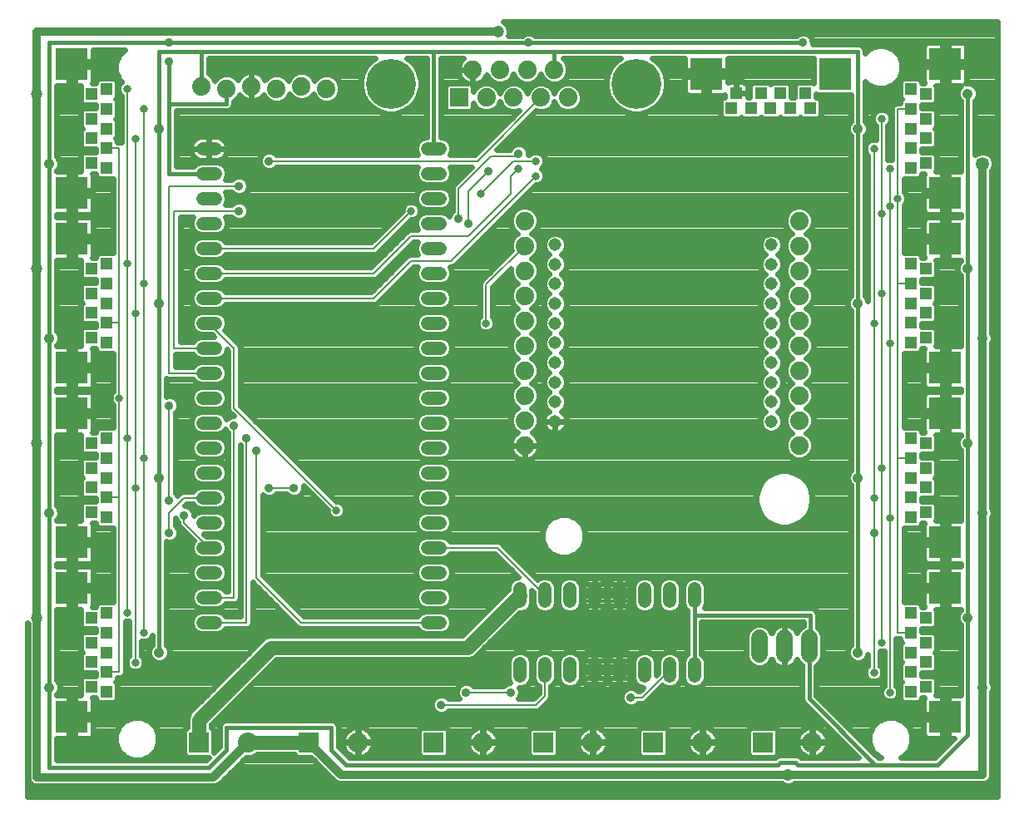
<source format=gbl>
G75*
G70*
%OFA0B0*%
%FSLAX24Y24*%
%IPPOS*%
%LPD*%
%AMOC8*
5,1,8,0,0,1.08239X$1,22.5*
%
%ADD10R,0.1306X0.1306*%
%ADD11R,0.0476X0.0476*%
%ADD12C,0.0520*%
%ADD13R,0.0800X0.0800*%
%ADD14C,0.0800*%
%ADD15C,0.0660*%
%ADD16C,0.0740*%
%ADD17R,0.0740X0.0740*%
%ADD18C,0.2000*%
%ADD19C,0.0515*%
%ADD20C,0.0413*%
%ADD21C,0.0320*%
%ADD22C,0.0531*%
%ADD23C,0.0472*%
%ADD24C,0.0560*%
%ADD25C,0.0317*%
%ADD26C,0.0080*%
%ADD27C,0.0160*%
%ADD28C,0.0356*%
%ADD29C,0.0240*%
D10*
X004772Y003635D03*
X004772Y008808D03*
X004772Y010635D03*
X004772Y015808D03*
X004772Y017635D03*
X004772Y022808D03*
X004772Y024635D03*
X004772Y029808D03*
X030185Y029422D03*
X035358Y029422D03*
X039772Y029808D03*
X039772Y024635D03*
X039772Y022808D03*
X039772Y017635D03*
X039772Y015808D03*
X039772Y010635D03*
X039772Y008808D03*
X039772Y003635D03*
D11*
X038984Y004844D03*
X038394Y004647D03*
X038394Y005434D03*
X038984Y005828D03*
X038394Y006222D03*
X038984Y006615D03*
X038394Y007009D03*
X038984Y007600D03*
X038394Y007797D03*
X038394Y011647D03*
X038984Y011844D03*
X038394Y012434D03*
X038984Y012828D03*
X038394Y013222D03*
X038984Y013615D03*
X038394Y014009D03*
X038394Y014797D03*
X038984Y014600D03*
X038394Y018647D03*
X038984Y018844D03*
X038394Y019434D03*
X038984Y019828D03*
X038394Y020222D03*
X038984Y020615D03*
X038394Y021009D03*
X038394Y021797D03*
X038984Y021600D03*
X038394Y025647D03*
X038984Y025844D03*
X038394Y026434D03*
X038984Y026828D03*
X038394Y027222D03*
X038984Y027615D03*
X038394Y028009D03*
X038984Y028600D03*
X038394Y028797D03*
X034346Y028044D03*
X034150Y028634D03*
X033559Y028044D03*
X033165Y028634D03*
X032772Y028044D03*
X032378Y028634D03*
X031984Y028044D03*
X031197Y028044D03*
X031394Y028634D03*
X006150Y028797D03*
X005559Y028600D03*
X006150Y028009D03*
X005559Y027615D03*
X006150Y027222D03*
X005559Y026828D03*
X006150Y026434D03*
X005559Y025844D03*
X006150Y025647D03*
X006150Y021797D03*
X005559Y021600D03*
X006150Y021009D03*
X005559Y020615D03*
X006150Y020222D03*
X005559Y019828D03*
X006150Y019434D03*
X005559Y018844D03*
X006150Y018647D03*
X006150Y014797D03*
X005559Y014600D03*
X006150Y014009D03*
X005559Y013615D03*
X006150Y013222D03*
X005559Y012828D03*
X006150Y012434D03*
X005559Y011844D03*
X006150Y011647D03*
X006150Y007797D03*
X005559Y007600D03*
X006150Y007009D03*
X005559Y006615D03*
X006150Y006222D03*
X005559Y005828D03*
X006150Y005434D03*
X006150Y004647D03*
X005559Y004844D03*
D12*
X010012Y007422D02*
X010532Y007422D01*
X010532Y008422D02*
X010012Y008422D01*
X010012Y009422D02*
X010532Y009422D01*
X010532Y010422D02*
X010012Y010422D01*
X010012Y011422D02*
X010532Y011422D01*
X010532Y012422D02*
X010012Y012422D01*
X010012Y013422D02*
X010532Y013422D01*
X010532Y014422D02*
X010012Y014422D01*
X010012Y015422D02*
X010532Y015422D01*
X010532Y016422D02*
X010012Y016422D01*
X010012Y017422D02*
X010532Y017422D01*
X010532Y018422D02*
X010012Y018422D01*
X010012Y019422D02*
X010532Y019422D01*
X010532Y020422D02*
X010012Y020422D01*
X010012Y021422D02*
X010532Y021422D01*
X010532Y022422D02*
X010012Y022422D01*
X010012Y023422D02*
X010532Y023422D01*
X010532Y024422D02*
X010012Y024422D01*
X010012Y025422D02*
X010532Y025422D01*
X010532Y026422D02*
X010012Y026422D01*
X019012Y026422D02*
X019532Y026422D01*
X019532Y025422D02*
X019012Y025422D01*
X019012Y024422D02*
X019532Y024422D01*
X019532Y023422D02*
X019012Y023422D01*
X019012Y022422D02*
X019532Y022422D01*
X019532Y021422D02*
X019012Y021422D01*
X019012Y020422D02*
X019532Y020422D01*
X019532Y019422D02*
X019012Y019422D01*
X019012Y018422D02*
X019532Y018422D01*
X019532Y017422D02*
X019012Y017422D01*
X019012Y016422D02*
X019532Y016422D01*
X019532Y015422D02*
X019012Y015422D01*
X019012Y014422D02*
X019532Y014422D01*
X019532Y013422D02*
X019012Y013422D01*
X019012Y012422D02*
X019532Y012422D01*
X019532Y011422D02*
X019012Y011422D01*
X019012Y010422D02*
X019532Y010422D01*
X019532Y009422D02*
X019012Y009422D01*
X019012Y008422D02*
X019532Y008422D01*
X019532Y007422D02*
X019012Y007422D01*
X022722Y008262D02*
X022722Y008782D01*
X023722Y008782D02*
X023722Y008262D01*
X024722Y008262D02*
X024722Y008782D01*
X025722Y008782D02*
X025722Y008262D01*
X026722Y008262D02*
X026722Y008782D01*
X027722Y008782D02*
X027722Y008262D01*
X028722Y008262D02*
X028722Y008782D01*
X029722Y008782D02*
X029722Y008262D01*
X029722Y005782D02*
X029722Y005262D01*
X028722Y005262D02*
X028722Y005782D01*
X027722Y005782D02*
X027722Y005262D01*
X026722Y005262D02*
X026722Y005782D01*
X025722Y005782D02*
X025722Y005262D01*
X024722Y005262D02*
X024722Y005782D01*
X023722Y005782D02*
X023722Y005262D01*
X022722Y005262D02*
X022722Y005782D01*
D13*
X023672Y002622D03*
X028072Y002622D03*
X032472Y002622D03*
X019272Y002622D03*
X014272Y002622D03*
X009872Y002622D03*
D14*
X011840Y002622D03*
X016240Y002622D03*
X021240Y002622D03*
X025640Y002622D03*
X030040Y002622D03*
X034440Y002622D03*
D15*
X034322Y006142D02*
X034322Y006802D01*
X033322Y006802D02*
X033322Y006142D01*
X032322Y006142D02*
X032322Y006802D01*
D16*
X033922Y014522D03*
X033922Y015522D03*
X033922Y016522D03*
X033922Y017522D03*
X033922Y018522D03*
X033922Y019522D03*
X033922Y020522D03*
X033922Y021522D03*
X033922Y022522D03*
X033922Y023522D03*
X024653Y028463D03*
X023562Y028463D03*
X022472Y028463D03*
X021381Y028463D03*
X020838Y029581D03*
X021928Y029581D03*
X023015Y029581D03*
X024106Y029581D03*
X022922Y023522D03*
X022922Y022522D03*
X022922Y021522D03*
X022922Y020522D03*
X022922Y019522D03*
X022922Y018522D03*
X022922Y017522D03*
X022922Y016522D03*
X022922Y015522D03*
X022922Y014522D03*
X014972Y028822D03*
X013972Y028922D03*
X012972Y028822D03*
X011972Y028922D03*
X010972Y028822D03*
X009972Y028922D03*
D17*
X020291Y028463D03*
D18*
X017550Y029022D03*
X027393Y029022D03*
D19*
X024141Y022565D03*
X024141Y021778D03*
X024141Y020990D03*
X024141Y020203D03*
X024141Y019415D03*
X024141Y018628D03*
X024141Y017841D03*
X024141Y017053D03*
X024141Y016266D03*
X024141Y015478D03*
X032802Y015478D03*
X032802Y016266D03*
X032802Y017053D03*
X032802Y017841D03*
X032802Y018628D03*
X032802Y019415D03*
X032802Y020203D03*
X032802Y020990D03*
X032802Y021778D03*
X032802Y022565D03*
D20*
X036272Y020222D03*
X040672Y021622D03*
X041272Y018822D03*
X040672Y014622D03*
X041272Y011822D03*
X036272Y013222D03*
X040672Y007622D03*
X041272Y004822D03*
X036272Y006222D03*
X036272Y027222D03*
X040672Y028622D03*
X008272Y027222D03*
X003872Y025822D03*
X008272Y020222D03*
X003872Y018822D03*
X008272Y013222D03*
X003872Y011822D03*
X008272Y006222D03*
X003872Y004822D03*
D21*
X003372Y007622D02*
X003372Y001222D01*
X010440Y001222D01*
X011840Y002622D01*
X014272Y002622D02*
X015572Y001322D01*
X033472Y001322D01*
X041272Y001322D01*
X041272Y004822D01*
X041272Y011822D01*
X041272Y018822D01*
X041272Y025822D01*
X021872Y031102D02*
X003372Y031102D01*
X003372Y028622D01*
X003372Y021622D01*
X003372Y014622D01*
X003372Y007622D01*
D22*
X041272Y025822D03*
D23*
X021872Y031102D03*
X003372Y028622D03*
X003372Y021622D03*
X003372Y014622D03*
X003372Y007622D03*
X033472Y001322D03*
D24*
X022722Y008522D02*
X020622Y006422D01*
X012772Y006422D01*
X009872Y003522D01*
X009872Y002622D01*
X011840Y002622D02*
X014272Y002622D01*
D25*
X007652Y007022D03*
X006992Y007822D03*
X007312Y005822D03*
X015372Y011922D03*
X007652Y014022D03*
X006992Y014822D03*
X006672Y016422D03*
X007312Y019822D03*
X007652Y021022D03*
X006992Y021822D03*
X007312Y026822D03*
X007652Y028022D03*
X006992Y028822D03*
X018372Y023922D03*
X021172Y024622D03*
X022672Y025622D03*
X023372Y025922D03*
X023372Y025322D03*
X021372Y019422D03*
X007312Y012822D03*
X036912Y012422D03*
X037552Y011622D03*
X037232Y013622D03*
X037552Y018622D03*
X036912Y019422D03*
X037232Y020622D03*
X037232Y023822D03*
X037552Y024122D03*
X037872Y024422D03*
X037552Y025622D03*
X036912Y026422D03*
X037232Y027622D03*
X037232Y006622D03*
X036912Y005422D03*
X037552Y004622D03*
D26*
X037552Y011622D01*
X037552Y018622D01*
X037552Y024122D01*
X037552Y025622D01*
X036912Y026422D02*
X036912Y019422D01*
X036912Y012422D01*
X036912Y011022D01*
X036912Y005422D01*
X037232Y006622D02*
X037232Y013622D01*
X037232Y020622D01*
X037232Y023822D01*
X037232Y027622D01*
X037872Y028009D02*
X038394Y028009D01*
X037872Y028009D02*
X037872Y024422D01*
X037872Y021009D01*
X038394Y021009D01*
X037872Y021009D02*
X037872Y014009D01*
X038394Y014009D01*
X037872Y014009D02*
X037872Y007009D01*
X038394Y007009D01*
X028722Y005522D02*
X027622Y004422D01*
X027172Y004422D01*
X027072Y004922D02*
X025372Y004922D01*
X025372Y009222D01*
X027072Y009222D01*
X027072Y004922D01*
X027072Y004934D02*
X025372Y004934D01*
X025372Y005013D02*
X027072Y005013D01*
X027072Y005091D02*
X025372Y005091D01*
X025372Y005170D02*
X027072Y005170D01*
X027072Y005249D02*
X025372Y005249D01*
X025372Y005327D02*
X027072Y005327D01*
X027072Y005406D02*
X025372Y005406D01*
X025372Y005484D02*
X027072Y005484D01*
X027072Y005563D02*
X025372Y005563D01*
X025372Y005641D02*
X027072Y005641D01*
X027072Y005720D02*
X025372Y005720D01*
X025372Y005798D02*
X027072Y005798D01*
X027072Y005877D02*
X025372Y005877D01*
X025372Y005955D02*
X027072Y005955D01*
X027072Y006034D02*
X025372Y006034D01*
X025372Y006112D02*
X027072Y006112D01*
X027072Y006191D02*
X025372Y006191D01*
X025372Y006270D02*
X027072Y006270D01*
X027072Y006348D02*
X025372Y006348D01*
X025372Y006427D02*
X027072Y006427D01*
X027072Y006505D02*
X025372Y006505D01*
X025372Y006584D02*
X027072Y006584D01*
X027072Y006662D02*
X025372Y006662D01*
X025372Y006741D02*
X027072Y006741D01*
X027072Y006819D02*
X025372Y006819D01*
X025372Y006898D02*
X027072Y006898D01*
X027072Y006976D02*
X025372Y006976D01*
X025372Y007055D02*
X027072Y007055D01*
X027072Y007134D02*
X025372Y007134D01*
X025372Y007212D02*
X027072Y007212D01*
X027072Y007291D02*
X025372Y007291D01*
X025372Y007369D02*
X027072Y007369D01*
X027072Y007448D02*
X025372Y007448D01*
X025372Y007526D02*
X027072Y007526D01*
X027072Y007605D02*
X025372Y007605D01*
X025372Y007683D02*
X027072Y007683D01*
X027072Y007762D02*
X025372Y007762D01*
X025372Y007840D02*
X027072Y007840D01*
X027072Y007919D02*
X025372Y007919D01*
X025372Y007998D02*
X027072Y007998D01*
X027072Y008076D02*
X025372Y008076D01*
X025372Y008155D02*
X027072Y008155D01*
X027072Y008233D02*
X025372Y008233D01*
X025372Y008312D02*
X027072Y008312D01*
X027072Y008390D02*
X025372Y008390D01*
X025372Y008469D02*
X027072Y008469D01*
X027072Y008547D02*
X025372Y008547D01*
X025372Y008626D02*
X027072Y008626D01*
X027072Y008704D02*
X025372Y008704D01*
X025372Y008783D02*
X027072Y008783D01*
X027072Y008861D02*
X025372Y008861D01*
X025372Y008940D02*
X027072Y008940D01*
X027072Y009019D02*
X025372Y009019D01*
X025372Y009097D02*
X027072Y009097D01*
X027072Y009176D02*
X025372Y009176D01*
X023722Y008522D02*
X021822Y010422D01*
X019272Y010422D01*
X019272Y007422D02*
X013972Y007422D01*
X012172Y009222D01*
X012172Y014322D01*
X011772Y014822D02*
X011772Y007422D01*
X010272Y007422D01*
X010272Y008422D02*
X011272Y008422D01*
X011272Y015322D01*
X011272Y016022D02*
X011272Y018422D01*
X010272Y019422D01*
X010272Y018422D02*
X008872Y018422D01*
X008872Y023922D01*
X011472Y023922D01*
X011472Y024922D02*
X008672Y024922D01*
X008672Y017422D01*
X010272Y017422D01*
X011272Y016022D02*
X015372Y011922D01*
X013672Y012822D02*
X012672Y012822D01*
X010272Y012422D02*
X009272Y012422D01*
X008672Y011822D01*
X008672Y011022D01*
X009272Y011422D02*
X010272Y010422D01*
X009272Y011422D02*
X009272Y011722D01*
X008672Y012322D02*
X008672Y016122D01*
X006992Y014822D02*
X006992Y007822D01*
X007652Y007022D02*
X007652Y014022D01*
X007652Y021022D01*
X007652Y028022D01*
X006992Y028822D02*
X006992Y021822D01*
X006992Y014822D01*
X006672Y016422D02*
X006672Y016522D01*
X006672Y019434D01*
X006672Y026434D01*
X006150Y026434D01*
X007312Y026822D02*
X007312Y019822D01*
X007312Y012822D01*
X007312Y005822D01*
X006672Y005434D02*
X006672Y012434D01*
X006672Y016422D01*
X006672Y019434D02*
X006150Y019434D01*
X010272Y020422D02*
X016872Y020422D01*
X018372Y021922D01*
X019972Y021922D01*
X023372Y025322D01*
X023372Y025922D02*
X022472Y025922D01*
X021172Y024622D01*
X020672Y024722D02*
X020672Y023422D01*
X020272Y023622D02*
X020272Y024822D01*
X021572Y026122D01*
X022572Y026122D01*
X022672Y026222D01*
X022672Y025622D02*
X022372Y025322D01*
X022372Y024622D01*
X020672Y022922D01*
X018372Y022922D01*
X016872Y021422D01*
X010272Y021422D01*
X010272Y022422D02*
X016872Y022422D01*
X018372Y023922D01*
X020672Y024722D02*
X021472Y025522D01*
X021021Y025922D02*
X012672Y025922D01*
X021021Y025922D02*
X023562Y028463D01*
X022922Y022522D02*
X021372Y020972D01*
X021372Y019422D01*
X006672Y012434D02*
X006150Y012434D01*
X006150Y005434D02*
X006672Y005434D01*
X019572Y004122D02*
X023372Y004122D01*
X023722Y004472D01*
X023722Y005522D01*
X022372Y004622D02*
X020572Y004622D01*
D27*
X015772Y001722D02*
X033072Y001722D01*
X033172Y001822D01*
X033772Y001822D01*
X033872Y001722D01*
X036972Y001722D01*
X039472Y001722D01*
X040672Y002922D01*
X040672Y007622D01*
X040672Y014622D01*
X040672Y021622D01*
X040672Y028622D01*
X036272Y027222D02*
X036272Y030322D01*
X024072Y030322D01*
X024106Y030288D01*
X024106Y029581D01*
X024072Y030322D02*
X019272Y030322D01*
X019272Y026422D01*
X019272Y030322D02*
X009972Y030322D01*
X008272Y030322D01*
X008272Y027222D01*
X008272Y020222D01*
X008272Y013222D01*
X008272Y006222D01*
X010972Y003222D02*
X010972Y002322D01*
X010272Y001622D01*
X003872Y001622D01*
X003872Y004822D01*
X003872Y011822D01*
X003872Y018822D01*
X003872Y025822D01*
X003872Y030662D01*
X008672Y030662D01*
X023072Y030662D01*
X034072Y030662D01*
X036272Y027222D02*
X036272Y020222D01*
X036272Y013222D01*
X036272Y006222D01*
X034372Y006472D02*
X034372Y007722D01*
X029722Y007722D01*
X029722Y005522D01*
X029722Y008522D01*
X034322Y006472D02*
X034372Y006472D01*
X034322Y006472D02*
X034322Y004372D01*
X036972Y001722D01*
X015772Y001722D02*
X015172Y002322D01*
X015172Y003222D01*
X010972Y003222D01*
X010272Y025422D02*
X008672Y025422D01*
X008672Y028222D01*
X010972Y028222D01*
X010972Y028822D01*
X009972Y028922D02*
X009972Y030322D01*
X008672Y029922D02*
X008672Y028222D01*
D28*
X008672Y029922D03*
X008672Y030662D03*
X012672Y025922D03*
X011472Y024922D03*
X011472Y023922D03*
X020272Y023622D03*
X020672Y023422D03*
X021472Y025522D03*
X022672Y026222D03*
X023072Y030662D03*
X034072Y030662D03*
X012172Y014322D03*
X011772Y014822D03*
X011272Y015322D03*
X008672Y016122D03*
X012672Y012822D03*
X013672Y012822D03*
X009272Y011722D03*
X008672Y012322D03*
X008672Y011022D03*
X019572Y004122D03*
X020572Y004622D03*
X022372Y004622D03*
X027172Y004422D03*
X036912Y011022D03*
D29*
X002992Y007399D02*
X002992Y000442D01*
X041852Y000442D01*
X041852Y031492D01*
X022070Y031492D01*
X022119Y031471D01*
X041852Y031471D01*
X041852Y031232D02*
X022290Y031232D01*
X022308Y031189D02*
X022241Y031349D01*
X022119Y031471D01*
X022308Y031189D02*
X022308Y031015D01*
X022277Y030942D01*
X022817Y030942D01*
X022857Y030982D01*
X022996Y031040D01*
X023147Y031040D01*
X023286Y030982D01*
X023326Y030942D01*
X033817Y030942D01*
X033857Y030982D01*
X033996Y031040D01*
X034147Y031040D01*
X034286Y030982D01*
X034392Y030876D01*
X034450Y030737D01*
X034450Y030602D01*
X036216Y030602D01*
X036327Y030602D01*
X036430Y030559D01*
X036509Y030480D01*
X036552Y030377D01*
X036552Y030244D01*
X036710Y030402D01*
X037023Y030532D01*
X037361Y030532D01*
X037673Y030402D01*
X037912Y030163D01*
X038042Y029851D01*
X038042Y029513D01*
X037912Y029200D01*
X037673Y028961D01*
X037361Y028832D01*
X037023Y028832D01*
X036710Y028961D01*
X036552Y029120D01*
X036552Y027517D01*
X036616Y027452D01*
X036678Y027303D01*
X036678Y027141D01*
X036616Y026991D01*
X036552Y026927D01*
X036552Y020517D01*
X036616Y020452D01*
X036672Y020319D01*
X036672Y026155D01*
X036608Y026219D01*
X036553Y026350D01*
X036553Y026493D01*
X036608Y026625D01*
X036709Y026726D01*
X036840Y026780D01*
X036983Y026780D01*
X036992Y026776D01*
X036992Y027355D01*
X036928Y027419D01*
X036873Y027550D01*
X036873Y027693D01*
X036928Y027825D01*
X037029Y027926D01*
X037160Y027980D01*
X037303Y027980D01*
X037435Y027926D01*
X037535Y027825D01*
X037590Y027693D01*
X037590Y027550D01*
X037535Y027419D01*
X037472Y027355D01*
X037472Y025976D01*
X037480Y025980D01*
X037623Y025980D01*
X037632Y025976D01*
X037632Y027961D01*
X037632Y028057D01*
X037668Y028145D01*
X037736Y028213D01*
X037824Y028249D01*
X037956Y028249D01*
X037956Y028330D01*
X038029Y028403D01*
X037956Y028476D01*
X037956Y029117D01*
X038073Y029234D01*
X038714Y029234D01*
X038831Y029117D01*
X038831Y029037D01*
X038933Y029037D01*
X038914Y029071D01*
X038899Y029127D01*
X038899Y029702D01*
X039665Y029702D01*
X039665Y029915D01*
X039665Y030681D01*
X039090Y030681D01*
X039034Y030666D01*
X038984Y030637D01*
X038943Y030596D01*
X038914Y030546D01*
X038899Y030490D01*
X038899Y029915D01*
X039665Y029915D01*
X039878Y029915D01*
X039878Y030681D01*
X040453Y030681D01*
X040509Y030666D01*
X040559Y030637D01*
X040600Y030596D01*
X040629Y030546D01*
X040644Y030490D01*
X040644Y029915D01*
X039878Y029915D01*
X039878Y029702D01*
X040644Y029702D01*
X040644Y029127D01*
X040629Y029071D01*
X040605Y029028D01*
X040753Y029028D01*
X040902Y028966D01*
X041016Y028852D01*
X041078Y028703D01*
X041078Y028541D01*
X041016Y028391D01*
X040952Y028327D01*
X040952Y026160D01*
X041008Y026217D01*
X041179Y026287D01*
X041364Y026287D01*
X041535Y026217D01*
X041666Y026086D01*
X041737Y025914D01*
X041737Y025729D01*
X041666Y025558D01*
X041632Y025523D01*
X041632Y019015D01*
X041678Y018903D01*
X041678Y018741D01*
X041632Y018628D01*
X041632Y012015D01*
X041678Y011903D01*
X041678Y011741D01*
X041632Y011628D01*
X041632Y005015D01*
X041678Y004903D01*
X041678Y004741D01*
X041632Y004628D01*
X041632Y001393D01*
X041632Y001250D01*
X041577Y001118D01*
X041476Y001017D01*
X041343Y000962D01*
X033729Y000962D01*
X033719Y000952D01*
X033558Y000886D01*
X033385Y000886D01*
X033225Y000952D01*
X033215Y000962D01*
X015500Y000962D01*
X015368Y001017D01*
X015266Y001118D01*
X014363Y002022D01*
X013789Y002022D01*
X013672Y002139D01*
X013672Y002142D01*
X012209Y002142D01*
X012180Y002113D01*
X011959Y002022D01*
X011749Y002022D01*
X010745Y001018D01*
X010644Y000917D01*
X010512Y000862D01*
X003443Y000862D01*
X003300Y000862D01*
X003168Y000917D01*
X003066Y001018D01*
X003012Y001150D01*
X003012Y007365D01*
X003002Y007375D01*
X002992Y007399D01*
X002992Y007378D02*
X003000Y007378D01*
X002992Y007139D02*
X003012Y007139D01*
X002992Y006901D02*
X003012Y006901D01*
X002992Y006662D02*
X003012Y006662D01*
X002992Y006424D02*
X003012Y006424D01*
X002992Y006185D02*
X003012Y006185D01*
X002992Y005947D02*
X003012Y005947D01*
X002992Y005708D02*
X003012Y005708D01*
X002992Y005470D02*
X003012Y005470D01*
X002992Y005231D02*
X003012Y005231D01*
X002992Y004993D02*
X003012Y004993D01*
X002992Y004754D02*
X003012Y004754D01*
X002992Y004516D02*
X003012Y004516D01*
X002992Y004277D02*
X003012Y004277D01*
X002992Y004038D02*
X003012Y004038D01*
X002992Y003800D02*
X003012Y003800D01*
X002992Y003561D02*
X003012Y003561D01*
X002992Y003323D02*
X003012Y003323D01*
X002992Y003084D02*
X003012Y003084D01*
X002992Y002846D02*
X003012Y002846D01*
X002992Y002607D02*
X003012Y002607D01*
X002992Y002369D02*
X003012Y002369D01*
X002992Y002130D02*
X003012Y002130D01*
X002992Y001892D02*
X003012Y001892D01*
X002992Y001653D02*
X003012Y001653D01*
X002992Y001414D02*
X003012Y001414D01*
X002992Y001176D02*
X003012Y001176D01*
X002992Y000937D02*
X003147Y000937D01*
X002992Y000699D02*
X041852Y000699D01*
X041852Y000937D02*
X033684Y000937D01*
X033260Y000937D02*
X010665Y000937D01*
X010903Y001176D02*
X015208Y001176D01*
X014970Y001414D02*
X011142Y001414D01*
X011381Y001653D02*
X014731Y001653D01*
X014493Y001892D02*
X011619Y001892D01*
X012197Y002130D02*
X013680Y002130D01*
X015452Y002438D02*
X015452Y003166D01*
X015452Y003277D01*
X015409Y003380D01*
X015330Y003459D01*
X015227Y003502D01*
X011027Y003502D01*
X010916Y003502D01*
X010813Y003459D01*
X010734Y003380D01*
X010692Y003277D01*
X010692Y002438D01*
X010472Y002218D01*
X010472Y003105D01*
X010354Y003222D01*
X010352Y003222D01*
X010352Y003323D01*
X012970Y005942D01*
X020526Y005942D01*
X020717Y005942D01*
X020894Y006015D01*
X022680Y007802D01*
X022813Y007802D01*
X022982Y007872D01*
X023112Y008001D01*
X023182Y008170D01*
X023182Y008378D01*
X023202Y008426D01*
X023202Y008617D01*
X023182Y008665D01*
X023182Y008722D01*
X023262Y008642D01*
X023262Y008170D01*
X023332Y008001D01*
X023461Y007872D01*
X023630Y007802D01*
X023813Y007802D01*
X023982Y007872D01*
X024112Y008001D01*
X024182Y008170D01*
X024182Y008873D01*
X024112Y009042D01*
X023982Y009172D01*
X023813Y009242D01*
X023630Y009242D01*
X023461Y009172D01*
X023436Y009147D01*
X021958Y010625D01*
X021869Y010662D01*
X021774Y010662D01*
X019930Y010662D01*
X019922Y010682D01*
X019792Y010812D01*
X019623Y010882D01*
X018920Y010882D01*
X018751Y010812D01*
X018622Y010682D01*
X018552Y010513D01*
X018552Y010330D01*
X018622Y010161D01*
X018751Y010032D01*
X018920Y009962D01*
X019623Y009962D01*
X019792Y010032D01*
X019922Y010161D01*
X019930Y010182D01*
X021722Y010182D01*
X022662Y009242D01*
X022630Y009242D01*
X022461Y009172D01*
X022332Y009042D01*
X022262Y008873D01*
X022262Y008741D01*
X020423Y006902D01*
X012676Y006902D01*
X012500Y006829D01*
X012365Y006694D01*
X009465Y003794D01*
X009392Y003617D01*
X009392Y003426D01*
X009392Y003222D01*
X009389Y003222D01*
X009272Y003105D01*
X009272Y002139D01*
X009389Y002022D01*
X010276Y002022D01*
X010156Y001902D01*
X004152Y001902D01*
X004152Y002762D01*
X004665Y002762D01*
X004665Y003528D01*
X004878Y003528D01*
X004878Y002762D01*
X005453Y002762D01*
X005509Y002777D01*
X005559Y002806D01*
X005600Y002847D01*
X005629Y002897D01*
X005644Y002953D01*
X005644Y003529D01*
X004878Y003529D01*
X004878Y003741D01*
X005644Y003741D01*
X005644Y004317D01*
X005629Y004373D01*
X005610Y004406D01*
X005712Y004406D01*
X005712Y004326D01*
X005829Y004209D01*
X006470Y004209D01*
X006587Y004326D01*
X006587Y004968D01*
X006514Y005041D01*
X006587Y005114D01*
X006587Y005194D01*
X006624Y005194D01*
X006719Y005194D01*
X006808Y005231D01*
X010902Y005231D01*
X010664Y004993D02*
X006562Y004993D01*
X006587Y004754D02*
X010425Y004754D01*
X010187Y004516D02*
X006587Y004516D01*
X006538Y004277D02*
X009948Y004277D01*
X009710Y004038D02*
X005644Y004038D01*
X005644Y003800D02*
X009471Y003800D01*
X009392Y003561D02*
X007682Y003561D01*
X007561Y003612D02*
X007873Y003482D01*
X008112Y003243D01*
X008242Y002931D01*
X008242Y002593D01*
X008112Y002280D01*
X007873Y002041D01*
X007561Y001912D01*
X007223Y001912D01*
X006910Y002041D01*
X006671Y002280D01*
X006542Y002593D01*
X006542Y002931D01*
X006671Y003243D01*
X006910Y003482D01*
X007223Y003612D01*
X007561Y003612D01*
X007101Y003561D02*
X004878Y003561D01*
X004878Y003742D02*
X004665Y003742D01*
X004665Y004508D01*
X004152Y004508D01*
X004152Y004527D01*
X004216Y004591D01*
X004278Y004741D01*
X004278Y004903D01*
X004216Y005052D01*
X004152Y005117D01*
X004152Y007936D01*
X004665Y007936D01*
X004665Y008702D01*
X004878Y008702D01*
X004878Y008915D01*
X004665Y008915D01*
X004665Y009681D01*
X004152Y009681D01*
X004152Y009762D01*
X004665Y009762D01*
X004665Y010528D01*
X004878Y010528D01*
X004878Y009762D01*
X005453Y009762D01*
X005509Y009777D01*
X005559Y009806D01*
X005600Y009847D01*
X005629Y009897D01*
X005644Y009953D01*
X005644Y010529D01*
X004878Y010529D01*
X004878Y010741D01*
X005644Y010741D01*
X005644Y011317D01*
X005629Y011373D01*
X005610Y011406D01*
X005712Y011406D01*
X005712Y011326D01*
X005829Y011209D01*
X006432Y011209D01*
X006432Y008234D01*
X005829Y008234D01*
X005712Y008117D01*
X005712Y008037D01*
X005610Y008037D01*
X005629Y008071D01*
X005644Y008127D01*
X005644Y008702D01*
X004878Y008702D01*
X004878Y007936D01*
X005137Y007936D01*
X005121Y007920D01*
X005121Y007279D01*
X005238Y007162D01*
X005712Y007162D01*
X005712Y007053D01*
X005238Y007053D01*
X005121Y006936D01*
X005121Y006295D01*
X005194Y006222D01*
X005121Y006149D01*
X005121Y005507D01*
X005238Y005390D01*
X005712Y005390D01*
X005712Y005282D01*
X005238Y005282D01*
X005121Y005164D01*
X005121Y004523D01*
X005137Y004508D01*
X004878Y004508D01*
X004878Y003742D01*
X004878Y003800D02*
X004665Y003800D01*
X004665Y004038D02*
X004878Y004038D01*
X004878Y004277D02*
X004665Y004277D01*
X005129Y004516D02*
X004152Y004516D01*
X004278Y004754D02*
X005121Y004754D01*
X005121Y004993D02*
X004241Y004993D01*
X004152Y005231D02*
X005188Y005231D01*
X005159Y005470D02*
X004152Y005470D01*
X004152Y005708D02*
X005121Y005708D01*
X005121Y005947D02*
X004152Y005947D01*
X004152Y006185D02*
X005158Y006185D01*
X005121Y006424D02*
X004152Y006424D01*
X004152Y006662D02*
X005121Y006662D01*
X005121Y006901D02*
X004152Y006901D01*
X004152Y007139D02*
X005712Y007139D01*
X005121Y007378D02*
X004152Y007378D01*
X004152Y007617D02*
X005121Y007617D01*
X005121Y007855D02*
X004152Y007855D01*
X004665Y008094D02*
X004878Y008094D01*
X004878Y008332D02*
X004665Y008332D01*
X004665Y008571D02*
X004878Y008571D01*
X004878Y008809D02*
X006432Y008809D01*
X006432Y008571D02*
X005644Y008571D01*
X005644Y008332D02*
X006432Y008332D01*
X006432Y009048D02*
X005644Y009048D01*
X005644Y008915D02*
X005644Y009490D01*
X005629Y009546D01*
X005600Y009596D01*
X005559Y009637D01*
X005509Y009666D01*
X005453Y009681D01*
X004878Y009681D01*
X004878Y008915D01*
X005644Y008915D01*
X005644Y009286D02*
X006432Y009286D01*
X006432Y009525D02*
X005635Y009525D01*
X005457Y009763D02*
X006432Y009763D01*
X006432Y010002D02*
X005644Y010002D01*
X005644Y010241D02*
X006432Y010241D01*
X006432Y010479D02*
X005644Y010479D01*
X005644Y010956D02*
X006432Y010956D01*
X006432Y010718D02*
X004878Y010718D01*
X004878Y010742D02*
X004665Y010742D01*
X004665Y011508D01*
X004152Y011508D01*
X004152Y011527D01*
X004216Y011591D01*
X004278Y011741D01*
X004278Y011903D01*
X004216Y012052D01*
X004152Y012117D01*
X004152Y014936D01*
X004665Y014936D01*
X004665Y015702D01*
X004878Y015702D01*
X004878Y015915D01*
X004665Y015915D01*
X004665Y016681D01*
X004152Y016681D01*
X004152Y016762D01*
X004665Y016762D01*
X004665Y017528D01*
X004878Y017528D01*
X004878Y016762D01*
X005453Y016762D01*
X005509Y016777D01*
X005559Y016806D01*
X005600Y016847D01*
X005629Y016897D01*
X005644Y016953D01*
X005644Y017529D01*
X004878Y017529D01*
X004878Y017741D01*
X005644Y017741D01*
X005644Y018317D01*
X005629Y018373D01*
X005610Y018406D01*
X005712Y018406D01*
X005712Y018326D01*
X005829Y018209D01*
X006432Y018209D01*
X006432Y016689D01*
X006368Y016625D01*
X006313Y016493D01*
X006313Y016350D01*
X006368Y016219D01*
X006432Y016155D01*
X006432Y015234D01*
X005829Y015234D01*
X005712Y015117D01*
X005712Y015037D01*
X005610Y015037D01*
X005629Y015071D01*
X005644Y015127D01*
X005644Y015702D01*
X004878Y015702D01*
X004878Y014936D01*
X005137Y014936D01*
X005121Y014920D01*
X005121Y014279D01*
X005238Y014162D01*
X005712Y014162D01*
X005712Y014053D01*
X005238Y014053D01*
X005121Y013936D01*
X005121Y013295D01*
X005194Y013222D01*
X005121Y013149D01*
X005121Y012507D01*
X005238Y012390D01*
X005712Y012390D01*
X005712Y012282D01*
X005238Y012282D01*
X005121Y012164D01*
X005121Y011523D01*
X005137Y011508D01*
X004878Y011508D01*
X004878Y010742D01*
X004878Y010956D02*
X004665Y010956D01*
X004665Y011195D02*
X004878Y011195D01*
X004878Y011433D02*
X004665Y011433D01*
X004250Y011672D02*
X005121Y011672D01*
X005121Y011910D02*
X004275Y011910D01*
X004152Y012149D02*
X005121Y012149D01*
X005121Y012626D02*
X004152Y012626D01*
X004152Y012387D02*
X005712Y012387D01*
X005121Y012865D02*
X004152Y012865D01*
X004152Y013103D02*
X005121Y013103D01*
X005121Y013342D02*
X004152Y013342D01*
X004152Y013580D02*
X005121Y013580D01*
X005121Y013819D02*
X004152Y013819D01*
X004152Y014057D02*
X005712Y014057D01*
X005121Y014296D02*
X004152Y014296D01*
X004152Y014534D02*
X005121Y014534D01*
X005121Y014773D02*
X004152Y014773D01*
X004665Y015011D02*
X004878Y015011D01*
X004878Y015250D02*
X004665Y015250D01*
X004665Y015489D02*
X004878Y015489D01*
X004878Y015727D02*
X006432Y015727D01*
X006432Y015489D02*
X005644Y015489D01*
X005644Y015250D02*
X006432Y015250D01*
X006432Y015966D02*
X005644Y015966D01*
X005644Y015915D02*
X005644Y016490D01*
X005629Y016546D01*
X005600Y016596D01*
X005559Y016637D01*
X005509Y016666D01*
X005453Y016681D01*
X004878Y016681D01*
X004878Y015915D01*
X005644Y015915D01*
X005644Y016204D02*
X006382Y016204D01*
X006313Y016443D02*
X005644Y016443D01*
X005635Y016920D02*
X006432Y016920D01*
X006432Y017158D02*
X005644Y017158D01*
X005644Y017397D02*
X006432Y017397D01*
X006432Y017635D02*
X004878Y017635D01*
X004878Y017742D02*
X004665Y017742D01*
X004665Y018508D01*
X004152Y018508D01*
X004152Y018527D01*
X004216Y018591D01*
X004278Y018741D01*
X004278Y018903D01*
X004216Y019052D01*
X004152Y019117D01*
X004152Y021936D01*
X004665Y021936D01*
X004665Y022702D01*
X004878Y022702D01*
X004878Y022915D01*
X004665Y022915D01*
X004665Y023681D01*
X004152Y023681D01*
X004152Y023762D01*
X004665Y023762D01*
X004665Y024528D01*
X004878Y024528D01*
X004878Y023762D01*
X005453Y023762D01*
X005509Y023777D01*
X005559Y023806D01*
X005600Y023847D01*
X005629Y023897D01*
X005644Y023953D01*
X005644Y024529D01*
X004878Y024529D01*
X004878Y024741D01*
X005644Y024741D01*
X005644Y025317D01*
X005629Y025373D01*
X005610Y025406D01*
X005712Y025406D01*
X005712Y025326D01*
X005829Y025209D01*
X006432Y025209D01*
X006432Y022234D01*
X005829Y022234D01*
X005712Y022117D01*
X005712Y022037D01*
X005610Y022037D01*
X005629Y022071D01*
X005644Y022127D01*
X005644Y022702D01*
X004878Y022702D01*
X004878Y021936D01*
X005137Y021936D01*
X005121Y021920D01*
X005121Y021279D01*
X005238Y021162D01*
X005712Y021162D01*
X005712Y021053D01*
X005238Y021053D01*
X005121Y020936D01*
X005121Y020295D01*
X005194Y020222D01*
X005121Y020149D01*
X005121Y019507D01*
X005238Y019390D01*
X005712Y019390D01*
X005712Y019282D01*
X005238Y019282D01*
X005121Y019164D01*
X005121Y018523D01*
X005137Y018508D01*
X004878Y018508D01*
X004878Y017742D01*
X004878Y017874D02*
X004665Y017874D01*
X004665Y018112D02*
X004878Y018112D01*
X004878Y018351D02*
X004665Y018351D01*
X004215Y018590D02*
X005121Y018590D01*
X005121Y018828D02*
X004278Y018828D01*
X004202Y019067D02*
X005121Y019067D01*
X005712Y019305D02*
X004152Y019305D01*
X004152Y019544D02*
X005121Y019544D01*
X005121Y019782D02*
X004152Y019782D01*
X004152Y020021D02*
X005121Y020021D01*
X005157Y020259D02*
X004152Y020259D01*
X004152Y020498D02*
X005121Y020498D01*
X005121Y020736D02*
X004152Y020736D01*
X004152Y020975D02*
X005160Y020975D01*
X005187Y021214D02*
X004152Y021214D01*
X004152Y021452D02*
X005121Y021452D01*
X005121Y021691D02*
X004152Y021691D01*
X004152Y021929D02*
X005130Y021929D01*
X004878Y022168D02*
X004665Y022168D01*
X004665Y022406D02*
X004878Y022406D01*
X004878Y022645D02*
X004665Y022645D01*
X004878Y022883D02*
X006432Y022883D01*
X006432Y022645D02*
X005644Y022645D01*
X005644Y022406D02*
X006432Y022406D01*
X005762Y022168D02*
X005644Y022168D01*
X005644Y022915D02*
X004878Y022915D01*
X004878Y023681D01*
X005453Y023681D01*
X005509Y023666D01*
X005559Y023637D01*
X005600Y023596D01*
X005629Y023546D01*
X005644Y023490D01*
X005644Y022915D01*
X005644Y023122D02*
X006432Y023122D01*
X006432Y023360D02*
X005644Y023360D01*
X005598Y023599D02*
X006432Y023599D01*
X006432Y023838D02*
X005591Y023838D01*
X005644Y024076D02*
X006432Y024076D01*
X006432Y024315D02*
X005644Y024315D01*
X005644Y024792D02*
X006432Y024792D01*
X006432Y025030D02*
X005644Y025030D01*
X005644Y025269D02*
X005769Y025269D01*
X005137Y025508D02*
X004878Y025508D01*
X004878Y024742D01*
X004665Y024742D01*
X004665Y025508D01*
X004152Y025508D01*
X004152Y025527D01*
X004216Y025591D01*
X004278Y025741D01*
X004278Y025903D01*
X004216Y026052D01*
X004152Y026117D01*
X004152Y028936D01*
X004665Y028936D01*
X004665Y029702D01*
X004878Y029702D01*
X004878Y029915D01*
X005644Y029915D01*
X005644Y030382D01*
X006890Y030382D01*
X006671Y030163D01*
X006542Y029851D01*
X006542Y029513D01*
X006671Y029200D01*
X006767Y029104D01*
X006688Y029025D01*
X006633Y028893D01*
X006633Y028750D01*
X006688Y028619D01*
X006752Y028555D01*
X006752Y026661D01*
X006719Y026674D01*
X006624Y026674D01*
X006587Y026674D01*
X006587Y026755D01*
X006514Y026828D01*
X006587Y026901D01*
X006587Y027542D01*
X006514Y027615D01*
X006587Y027688D01*
X006587Y028330D01*
X006514Y028403D01*
X006587Y028476D01*
X006587Y029117D01*
X006470Y029234D01*
X005829Y029234D01*
X005712Y029117D01*
X005712Y029037D01*
X005610Y029037D01*
X005629Y029071D01*
X005644Y029127D01*
X005644Y029702D01*
X004878Y029702D01*
X004878Y028936D01*
X005137Y028936D01*
X005121Y028920D01*
X005121Y028279D01*
X005238Y028162D01*
X005712Y028162D01*
X005712Y028053D01*
X005238Y028053D01*
X005121Y027936D01*
X005121Y027295D01*
X005194Y027222D01*
X005121Y027149D01*
X005121Y026507D01*
X005238Y026390D01*
X005712Y026390D01*
X005712Y026282D01*
X005238Y026282D01*
X005121Y026164D01*
X005121Y025523D01*
X005137Y025508D01*
X005121Y025746D02*
X004278Y025746D01*
X004244Y025984D02*
X005121Y025984D01*
X005180Y026223D02*
X004152Y026223D01*
X004152Y026461D02*
X005167Y026461D01*
X005121Y026700D02*
X004152Y026700D01*
X004152Y026939D02*
X005121Y026939D01*
X005150Y027177D02*
X004152Y027177D01*
X004152Y027416D02*
X005121Y027416D01*
X005121Y027654D02*
X004152Y027654D01*
X004152Y027893D02*
X005121Y027893D01*
X005712Y028131D02*
X004152Y028131D01*
X004152Y028370D02*
X005121Y028370D01*
X005121Y028608D02*
X004152Y028608D01*
X004152Y028847D02*
X005121Y028847D01*
X004878Y029085D02*
X004665Y029085D01*
X004665Y029324D02*
X004878Y029324D01*
X004878Y029563D02*
X004665Y029563D01*
X004878Y029801D02*
X006542Y029801D01*
X006542Y029563D02*
X005644Y029563D01*
X005644Y029324D02*
X006620Y029324D01*
X006587Y029085D02*
X006749Y029085D01*
X006633Y028847D02*
X006587Y028847D01*
X006587Y028608D02*
X006698Y028608D01*
X006752Y028370D02*
X006547Y028370D01*
X006587Y028131D02*
X006752Y028131D01*
X006752Y027893D02*
X006587Y027893D01*
X006553Y027654D02*
X006752Y027654D01*
X006752Y027416D02*
X006587Y027416D01*
X006587Y027177D02*
X006752Y027177D01*
X006752Y026939D02*
X006587Y026939D01*
X006587Y026700D02*
X006752Y026700D01*
X008952Y026700D02*
X009621Y026700D01*
X009601Y026673D02*
X009567Y026606D01*
X009543Y026534D01*
X009532Y026459D01*
X009532Y026422D01*
X010271Y026422D01*
X010271Y026421D01*
X010272Y026421D01*
X010272Y025942D01*
X010569Y025942D01*
X010644Y025954D01*
X010716Y025977D01*
X010783Y026011D01*
X010844Y026056D01*
X010898Y026109D01*
X010942Y026170D01*
X010976Y026237D01*
X011000Y026309D01*
X011012Y026384D01*
X011012Y026421D01*
X010272Y026421D01*
X010272Y026422D01*
X011012Y026422D01*
X011012Y026459D01*
X011000Y026534D01*
X010976Y026606D01*
X010942Y026673D01*
X010898Y026734D01*
X010844Y026788D01*
X010783Y026832D01*
X010716Y026867D01*
X010644Y026890D01*
X010569Y026902D01*
X010272Y026902D01*
X010272Y026422D01*
X010271Y026422D01*
X010271Y026902D01*
X009974Y026902D01*
X009899Y026890D01*
X009827Y026867D01*
X009760Y026832D01*
X009699Y026788D01*
X009646Y026734D01*
X009601Y026673D01*
X009532Y026461D02*
X008952Y026461D01*
X008952Y026223D02*
X009574Y026223D01*
X009567Y026237D02*
X009601Y026170D01*
X009646Y026109D01*
X009699Y026056D01*
X009760Y026011D01*
X009827Y025977D01*
X009899Y025954D01*
X009974Y025942D01*
X010271Y025942D01*
X010271Y026421D01*
X009532Y026421D01*
X009532Y026384D01*
X009543Y026309D01*
X009567Y026237D01*
X009813Y025984D02*
X008952Y025984D01*
X008952Y025746D02*
X009685Y025746D01*
X009641Y025702D02*
X008952Y025702D01*
X008952Y027942D01*
X011027Y027942D01*
X011130Y027984D01*
X011209Y028063D01*
X011252Y028166D01*
X011252Y028277D01*
X011252Y028321D01*
X011295Y028339D01*
X011455Y028499D01*
X011489Y028582D01*
X011522Y028537D01*
X011587Y028472D01*
X011662Y028417D01*
X011745Y028375D01*
X011833Y028346D01*
X011925Y028332D01*
X011971Y028332D01*
X011971Y028921D01*
X011972Y028921D01*
X011972Y028332D01*
X012018Y028332D01*
X012110Y028346D01*
X012198Y028375D01*
X012281Y028417D01*
X012356Y028472D01*
X012422Y028537D01*
X012454Y028582D01*
X012488Y028499D01*
X012649Y028339D01*
X012858Y028252D01*
X013085Y028252D01*
X013295Y028339D01*
X013455Y028499D01*
X013494Y028593D01*
X013649Y028439D01*
X013858Y028352D01*
X014085Y028352D01*
X014295Y028439D01*
X014449Y028593D01*
X014488Y028499D01*
X014649Y028339D01*
X014858Y028252D01*
X015085Y028252D01*
X015295Y028339D01*
X015455Y028499D01*
X015542Y028708D01*
X015542Y028935D01*
X015455Y029145D01*
X015295Y029305D01*
X015085Y029392D01*
X014858Y029392D01*
X014649Y029305D01*
X014494Y029150D01*
X014455Y029245D01*
X014295Y029405D01*
X014085Y029492D01*
X013858Y029492D01*
X013649Y029405D01*
X013488Y029245D01*
X013449Y029150D01*
X013295Y029305D01*
X013085Y029392D01*
X012858Y029392D01*
X012649Y029305D01*
X012509Y029166D01*
X012476Y029231D01*
X012422Y029306D01*
X012356Y029372D01*
X012281Y029426D01*
X012198Y029468D01*
X012110Y029497D01*
X012018Y029512D01*
X011972Y029512D01*
X011972Y028922D01*
X011971Y028922D01*
X011971Y029512D01*
X011925Y029512D01*
X011833Y029497D01*
X011745Y029468D01*
X011662Y029426D01*
X011587Y029372D01*
X011522Y029306D01*
X011467Y029231D01*
X011434Y029166D01*
X011295Y029305D01*
X011085Y029392D01*
X010858Y029392D01*
X010649Y029305D01*
X010494Y029150D01*
X010455Y029245D01*
X010295Y029405D01*
X010252Y029423D01*
X010252Y030042D01*
X016917Y030042D01*
X016814Y029982D01*
X016590Y029759D01*
X016432Y029485D01*
X016350Y029180D01*
X016350Y028864D01*
X016432Y028559D01*
X016590Y028285D01*
X016814Y028061D01*
X017087Y027904D01*
X017392Y027822D01*
X017708Y027822D01*
X018014Y027904D01*
X018287Y028061D01*
X018511Y028285D01*
X018669Y028559D01*
X018750Y028864D01*
X018750Y029180D01*
X018669Y029485D01*
X018511Y029759D01*
X018287Y029982D01*
X018184Y030042D01*
X018992Y030042D01*
X018992Y026882D01*
X018920Y026882D01*
X018751Y026812D01*
X018622Y026682D01*
X018552Y026513D01*
X018552Y026330D01*
X018621Y026162D01*
X012966Y026162D01*
X012886Y026242D01*
X012747Y026300D01*
X012596Y026300D01*
X012457Y026242D01*
X012351Y026136D01*
X012294Y025997D01*
X012294Y025846D01*
X012351Y025708D01*
X012457Y025601D01*
X012596Y025544D01*
X012747Y025544D01*
X012886Y025601D01*
X012966Y025682D01*
X018621Y025682D01*
X018552Y025513D01*
X018552Y025330D01*
X018622Y025161D01*
X018751Y025032D01*
X018920Y024962D01*
X019623Y024962D01*
X019792Y025032D01*
X019922Y025161D01*
X019992Y025330D01*
X019992Y025513D01*
X019922Y025682D01*
X020792Y025682D01*
X020068Y024958D01*
X020032Y024869D01*
X020032Y024774D01*
X020032Y023916D01*
X019951Y023836D01*
X019897Y023706D01*
X019792Y023812D01*
X019623Y023882D01*
X018920Y023882D01*
X018751Y023812D01*
X018688Y023748D01*
X018730Y023850D01*
X018730Y023993D01*
X018688Y024095D01*
X018751Y024032D01*
X018920Y023962D01*
X019623Y023962D01*
X019792Y024032D01*
X019922Y024161D01*
X019992Y024330D01*
X019992Y024513D01*
X019922Y024682D01*
X019792Y024812D01*
X019623Y024882D01*
X018920Y024882D01*
X018751Y024812D01*
X018622Y024682D01*
X018552Y024513D01*
X018552Y024330D01*
X018609Y024191D01*
X018575Y024226D01*
X018443Y024280D01*
X018300Y024280D01*
X018169Y024226D01*
X018068Y024125D01*
X018013Y023993D01*
X018013Y023903D01*
X016772Y022662D01*
X010930Y022662D01*
X010922Y022682D01*
X010792Y022812D01*
X010623Y022882D01*
X009920Y022882D01*
X009751Y022812D01*
X009622Y022682D01*
X009552Y022513D01*
X009552Y022330D01*
X009622Y022161D01*
X009751Y022032D01*
X009920Y021962D01*
X010623Y021962D01*
X010792Y022032D01*
X010922Y022161D01*
X010930Y022182D01*
X016824Y022182D01*
X016919Y022182D01*
X017008Y022218D01*
X018353Y023563D01*
X018443Y023563D01*
X018575Y023618D01*
X018609Y023653D01*
X018552Y023513D01*
X018552Y023330D01*
X018621Y023162D01*
X018324Y023162D01*
X018236Y023125D01*
X018168Y023058D01*
X016772Y021662D01*
X010930Y021662D01*
X010922Y021682D01*
X010792Y021812D01*
X010623Y021882D01*
X009920Y021882D01*
X009751Y021812D01*
X009622Y021682D01*
X009552Y021513D01*
X009552Y021330D01*
X009622Y021161D01*
X009751Y021032D01*
X009920Y020962D01*
X010623Y020962D01*
X010792Y021032D01*
X010922Y021161D01*
X010930Y021182D01*
X016824Y021182D01*
X016919Y021182D01*
X017008Y021218D01*
X018471Y022682D01*
X018621Y022682D01*
X018552Y022513D01*
X018552Y022330D01*
X018621Y022162D01*
X018324Y022162D01*
X018236Y022125D01*
X018168Y022058D01*
X016772Y020662D01*
X010930Y020662D01*
X010922Y020682D01*
X010792Y020812D01*
X010623Y020882D01*
X009920Y020882D01*
X009751Y020812D01*
X009622Y020682D01*
X009552Y020513D01*
X009552Y020330D01*
X009622Y020161D01*
X009751Y020032D01*
X009920Y019962D01*
X010623Y019962D01*
X010792Y020032D01*
X010922Y020161D01*
X010930Y020182D01*
X016824Y020182D01*
X016919Y020182D01*
X017008Y020218D01*
X018471Y021682D01*
X018621Y021682D01*
X018552Y021513D01*
X018552Y021330D01*
X018622Y021161D01*
X018751Y021032D01*
X018920Y020962D01*
X019623Y020962D01*
X019792Y021032D01*
X019922Y021161D01*
X019992Y021330D01*
X019992Y021513D01*
X019922Y021682D01*
X019924Y021682D01*
X020019Y021682D01*
X020108Y021718D01*
X023353Y024963D01*
X023443Y024963D01*
X023575Y025018D01*
X023675Y025119D01*
X023730Y025250D01*
X023730Y025393D01*
X023675Y025525D01*
X023578Y025622D01*
X023675Y025719D01*
X023730Y025850D01*
X023730Y025993D01*
X023675Y026125D01*
X023575Y026226D01*
X023443Y026280D01*
X023300Y026280D01*
X023169Y026226D01*
X023105Y026162D01*
X023050Y026162D01*
X023050Y026297D01*
X022992Y026436D01*
X022886Y026542D01*
X022747Y026600D01*
X022596Y026600D01*
X022457Y026542D01*
X022351Y026436D01*
X022320Y026362D01*
X021801Y026362D01*
X023366Y027927D01*
X023449Y027893D01*
X023676Y027893D01*
X024539Y027893D01*
X024766Y027893D01*
X024976Y027979D01*
X025136Y028140D01*
X025223Y028349D01*
X025223Y028576D01*
X025136Y028786D01*
X024976Y028946D01*
X024766Y029033D01*
X024539Y029033D01*
X024330Y028946D01*
X024170Y028786D01*
X024107Y028636D01*
X024045Y028786D01*
X023885Y028946D01*
X023676Y029033D01*
X023449Y029033D01*
X023239Y028946D01*
X023079Y028786D01*
X023017Y028636D01*
X022955Y028786D01*
X022795Y028946D01*
X022585Y029033D01*
X022358Y029033D01*
X022149Y028946D01*
X021988Y028786D01*
X021926Y028636D01*
X021864Y028786D01*
X021704Y028946D01*
X021494Y029033D01*
X021268Y029033D01*
X021058Y028946D01*
X020898Y028786D01*
X020861Y028695D01*
X020861Y028916D01*
X020784Y028992D01*
X020791Y028991D01*
X020838Y028991D01*
X020884Y028991D01*
X020976Y029005D01*
X021064Y029034D01*
X021147Y029076D01*
X021222Y029131D01*
X021288Y029196D01*
X021342Y029272D01*
X021385Y029354D01*
X021394Y029382D01*
X021445Y029258D01*
X021605Y029098D01*
X021815Y029011D01*
X022042Y029011D01*
X022251Y029098D01*
X022412Y029258D01*
X022472Y029403D01*
X022532Y029258D01*
X022692Y029098D01*
X022902Y029011D01*
X023128Y029011D01*
X023338Y029098D01*
X023498Y029258D01*
X023560Y029408D01*
X023622Y029258D01*
X023783Y029098D01*
X023992Y029011D01*
X024219Y029011D01*
X024428Y029098D01*
X024589Y029258D01*
X024675Y029467D01*
X024675Y029694D01*
X024589Y029904D01*
X024451Y030042D01*
X026760Y030042D01*
X026656Y029982D01*
X026433Y029759D01*
X026275Y029485D01*
X026193Y029180D01*
X026193Y028864D01*
X026275Y028559D01*
X026433Y028285D01*
X026656Y028061D01*
X026930Y027904D01*
X027235Y027822D01*
X027551Y027822D01*
X027856Y027904D01*
X028130Y028061D01*
X028353Y028285D01*
X028511Y028559D01*
X028593Y028864D01*
X028593Y029180D01*
X028511Y029485D01*
X028353Y029759D01*
X028130Y029982D01*
X028026Y030042D01*
X029312Y030042D01*
X029312Y029528D01*
X030078Y029528D01*
X030078Y029315D01*
X029312Y029315D01*
X029312Y028740D01*
X029327Y028684D01*
X029356Y028634D01*
X029397Y028593D01*
X029447Y028564D01*
X029503Y028549D01*
X030079Y028549D01*
X030079Y029315D01*
X030291Y029315D01*
X030291Y028549D01*
X030867Y028549D01*
X030923Y028564D01*
X030936Y028572D01*
X030936Y028482D01*
X030876Y028482D01*
X030759Y028364D01*
X030759Y027723D01*
X030876Y027606D01*
X031517Y027606D01*
X031591Y027679D01*
X031664Y027606D01*
X032305Y027606D01*
X032378Y027679D01*
X032451Y027606D01*
X033092Y027606D01*
X033165Y027679D01*
X033238Y027606D01*
X033880Y027606D01*
X033953Y027679D01*
X034026Y027606D01*
X034667Y027606D01*
X034784Y027723D01*
X034784Y028364D01*
X034667Y028482D01*
X034587Y028482D01*
X034587Y028604D01*
X034623Y028569D01*
X035992Y028569D01*
X035992Y027517D01*
X035927Y027452D01*
X035865Y027303D01*
X035865Y027141D01*
X035927Y026991D01*
X035992Y026927D01*
X035992Y020517D01*
X035927Y020452D01*
X035865Y020303D01*
X035865Y020141D01*
X035927Y019991D01*
X035992Y019927D01*
X035992Y013517D01*
X035927Y013452D01*
X035865Y013303D01*
X035865Y013141D01*
X035927Y012991D01*
X035992Y012927D01*
X035992Y006517D01*
X035927Y006452D01*
X035865Y006303D01*
X035865Y006141D01*
X035927Y005991D01*
X036041Y005877D01*
X036191Y005815D01*
X036353Y005815D01*
X036502Y005877D01*
X036616Y005991D01*
X036672Y006125D01*
X036672Y005689D01*
X036608Y005625D01*
X036553Y005493D01*
X036553Y005350D01*
X036608Y005219D01*
X036709Y005118D01*
X036840Y005063D01*
X036983Y005063D01*
X037115Y005118D01*
X037215Y005219D01*
X037270Y005350D01*
X037270Y005493D01*
X037215Y005625D01*
X037152Y005689D01*
X037152Y006267D01*
X037160Y006263D01*
X037303Y006263D01*
X037312Y006267D01*
X037312Y004889D01*
X037248Y004825D01*
X037193Y004693D01*
X037193Y004550D01*
X037248Y004419D01*
X037349Y004318D01*
X037480Y004263D01*
X037623Y004263D01*
X037755Y004318D01*
X037855Y004419D01*
X037910Y004550D01*
X037910Y004693D01*
X037855Y004825D01*
X037792Y004889D01*
X037792Y006783D01*
X037824Y006769D01*
X037919Y006769D01*
X037956Y006769D01*
X037956Y006688D01*
X038029Y006615D01*
X037956Y006542D01*
X037956Y005901D01*
X038029Y005828D01*
X037956Y005755D01*
X037956Y005114D01*
X038029Y005041D01*
X037956Y004968D01*
X037956Y004326D01*
X038073Y004209D01*
X038714Y004209D01*
X038831Y004326D01*
X038831Y004406D01*
X038933Y004406D01*
X038914Y004373D01*
X038899Y004317D01*
X038899Y003741D01*
X039665Y003741D01*
X039665Y003529D01*
X038899Y003529D01*
X038899Y002953D01*
X038914Y002897D01*
X038943Y002847D01*
X038984Y002806D01*
X039034Y002777D01*
X039090Y002762D01*
X039665Y002762D01*
X039665Y003528D01*
X039878Y003528D01*
X039878Y002762D01*
X040116Y002762D01*
X039356Y002002D01*
X037978Y002002D01*
X038073Y002041D01*
X038312Y002280D01*
X038442Y002593D01*
X038442Y002931D01*
X038312Y003243D01*
X038073Y003482D01*
X037761Y003612D01*
X037423Y003612D01*
X037110Y003482D01*
X036871Y003243D01*
X036742Y002931D01*
X036742Y002593D01*
X036871Y002280D01*
X037110Y002041D01*
X037206Y002002D01*
X037088Y002002D01*
X034602Y004488D01*
X034602Y005684D01*
X034622Y005692D01*
X034771Y005841D01*
X034852Y006036D01*
X034852Y006907D01*
X034771Y007102D01*
X034652Y007221D01*
X034652Y007777D01*
X034609Y007880D01*
X034530Y007959D01*
X034427Y008002D01*
X034316Y008002D01*
X030112Y008002D01*
X030182Y008170D01*
X030182Y008873D01*
X030112Y009042D01*
X029982Y009172D01*
X029813Y009242D01*
X029630Y009242D01*
X029461Y009172D01*
X029332Y009042D01*
X029262Y008873D01*
X029262Y008170D01*
X029332Y008001D01*
X029442Y007891D01*
X029442Y007777D01*
X029442Y007666D01*
X029442Y006152D01*
X029332Y006042D01*
X029262Y005873D01*
X029262Y005170D01*
X029332Y005001D01*
X029461Y004872D01*
X029630Y004802D01*
X029813Y004802D01*
X029982Y004872D01*
X030112Y005001D01*
X030182Y005170D01*
X030182Y005873D01*
X030112Y006042D01*
X030002Y006152D01*
X030002Y007442D01*
X034092Y007442D01*
X034092Y007280D01*
X034021Y007251D01*
X033872Y007102D01*
X033833Y007007D01*
X033831Y007013D01*
X033792Y007090D01*
X033741Y007160D01*
X033680Y007221D01*
X033610Y007272D01*
X033533Y007311D01*
X033450Y007338D01*
X033365Y007352D01*
X033322Y007352D01*
X033322Y006472D01*
X033321Y006472D01*
X033321Y007352D01*
X033278Y007352D01*
X033193Y007338D01*
X033111Y007311D01*
X033033Y007272D01*
X032963Y007221D01*
X032902Y007160D01*
X032851Y007090D01*
X032812Y007013D01*
X032810Y007007D01*
X032771Y007102D01*
X032622Y007251D01*
X032427Y007332D01*
X032216Y007332D01*
X032021Y007251D01*
X031872Y007102D01*
X031792Y006907D01*
X031792Y006036D01*
X031872Y005841D01*
X032021Y005692D01*
X032216Y005612D01*
X032427Y005612D01*
X032622Y005692D01*
X032771Y005841D01*
X032810Y005936D01*
X032812Y005931D01*
X032851Y005853D01*
X032902Y005783D01*
X032963Y005722D01*
X033033Y005671D01*
X033111Y005632D01*
X033193Y005605D01*
X033278Y005592D01*
X033321Y005592D01*
X033321Y006471D01*
X033322Y006471D01*
X033322Y005592D01*
X033365Y005592D01*
X033450Y005605D01*
X033533Y005632D01*
X033610Y005671D01*
X033680Y005722D01*
X033741Y005783D01*
X033792Y005853D01*
X033831Y005931D01*
X033833Y005936D01*
X033872Y005841D01*
X034021Y005692D01*
X034042Y005684D01*
X034042Y004427D01*
X034042Y004316D01*
X034084Y004213D01*
X036296Y002002D01*
X033988Y002002D01*
X033930Y002059D01*
X033827Y002102D01*
X033716Y002102D01*
X033116Y002102D01*
X033013Y002059D01*
X032956Y002002D01*
X015888Y002002D01*
X015452Y002438D01*
X015521Y002369D02*
X015673Y002369D01*
X015666Y002384D02*
X015710Y002297D01*
X015767Y002218D01*
X015836Y002149D01*
X015915Y002091D01*
X016002Y002047D01*
X016095Y002017D01*
X016191Y002002D01*
X016232Y002002D01*
X016232Y002614D01*
X015620Y002614D01*
X015620Y002573D01*
X015635Y002477D01*
X015666Y002384D01*
X015620Y002607D02*
X015452Y002607D01*
X015620Y002630D02*
X016232Y002630D01*
X016232Y003242D01*
X016191Y003242D01*
X016095Y003226D01*
X016002Y003196D01*
X015915Y003152D01*
X015836Y003095D01*
X015767Y003026D01*
X015710Y002947D01*
X015666Y002860D01*
X015635Y002767D01*
X015620Y002671D01*
X015620Y002630D01*
X015661Y002846D02*
X015452Y002846D01*
X015452Y003084D02*
X015826Y003084D01*
X016232Y003084D02*
X016248Y003084D01*
X016248Y003242D02*
X016248Y002630D01*
X016232Y002630D01*
X016232Y002614D01*
X016248Y002614D01*
X016248Y002630D01*
X016860Y002630D01*
X016860Y002671D01*
X016845Y002767D01*
X016815Y002860D01*
X016770Y002947D01*
X016713Y003026D01*
X016644Y003095D01*
X016565Y003152D01*
X016478Y003196D01*
X016385Y003226D01*
X016289Y003242D01*
X016248Y003242D01*
X016232Y002846D02*
X016248Y002846D01*
X016248Y002614D02*
X016860Y002614D01*
X016860Y002573D01*
X016845Y002477D01*
X016815Y002384D01*
X016770Y002297D01*
X016713Y002218D01*
X016644Y002149D01*
X016565Y002091D01*
X016478Y002047D01*
X016385Y002017D01*
X016289Y002002D01*
X016248Y002002D01*
X016248Y002614D01*
X016248Y002607D02*
X016232Y002607D01*
X016232Y002369D02*
X016248Y002369D01*
X016232Y002130D02*
X016248Y002130D01*
X016618Y002130D02*
X018680Y002130D01*
X018672Y002139D02*
X018789Y002022D01*
X019754Y002022D01*
X019872Y002139D01*
X019872Y003105D01*
X019754Y003222D01*
X018789Y003222D01*
X018672Y003105D01*
X018672Y002139D01*
X018672Y002369D02*
X016807Y002369D01*
X016860Y002607D02*
X018672Y002607D01*
X018672Y002846D02*
X016819Y002846D01*
X016654Y003084D02*
X018672Y003084D01*
X019357Y003801D02*
X019496Y003744D01*
X019647Y003744D01*
X019786Y003801D01*
X019866Y003882D01*
X023419Y003882D01*
X023508Y003918D01*
X023575Y003986D01*
X023925Y004336D01*
X023962Y004424D01*
X023962Y004519D01*
X023962Y004863D01*
X023982Y004872D01*
X024112Y005001D01*
X024182Y005170D01*
X024182Y005873D01*
X024112Y006042D01*
X023982Y006172D01*
X023813Y006242D01*
X023630Y006242D01*
X023461Y006172D01*
X023332Y006042D01*
X023262Y005873D01*
X023262Y005170D01*
X023332Y005001D01*
X023461Y004872D01*
X023482Y004863D01*
X023482Y004571D01*
X023272Y004362D01*
X022646Y004362D01*
X022692Y004408D01*
X022750Y004546D01*
X022750Y004697D01*
X022706Y004802D01*
X022813Y004802D01*
X022982Y004872D01*
X023112Y005001D01*
X023182Y005170D01*
X023182Y005873D01*
X023112Y006042D01*
X022982Y006172D01*
X022813Y006242D01*
X022630Y006242D01*
X022461Y006172D01*
X022332Y006042D01*
X022262Y005873D01*
X022262Y005170D01*
X022332Y005001D01*
X022333Y005000D01*
X022296Y005000D01*
X022157Y004942D01*
X022077Y004862D01*
X020866Y004862D01*
X020786Y004942D01*
X020647Y005000D01*
X020496Y005000D01*
X020357Y004942D01*
X020251Y004836D01*
X020194Y004697D01*
X020194Y004546D01*
X020251Y004408D01*
X020297Y004362D01*
X019866Y004362D01*
X019786Y004442D01*
X019647Y004500D01*
X019496Y004500D01*
X019357Y004442D01*
X019251Y004336D01*
X019194Y004197D01*
X019194Y004046D01*
X019251Y003908D01*
X019357Y003801D01*
X019361Y003800D02*
X010829Y003800D01*
X011067Y004038D02*
X019197Y004038D01*
X019227Y004277D02*
X011306Y004277D01*
X011544Y004516D02*
X020206Y004516D01*
X020217Y004754D02*
X011783Y004754D01*
X012021Y004993D02*
X020479Y004993D01*
X020664Y004993D02*
X022279Y004993D01*
X022262Y005231D02*
X012260Y005231D01*
X012498Y005470D02*
X022262Y005470D01*
X022262Y005708D02*
X012737Y005708D01*
X012095Y006424D02*
X008628Y006424D01*
X008616Y006452D02*
X008552Y006517D01*
X008552Y010662D01*
X008596Y010644D01*
X008747Y010644D01*
X008886Y010701D01*
X008992Y010808D01*
X009050Y010946D01*
X009050Y011097D01*
X008992Y011236D01*
X008912Y011316D01*
X008912Y011603D01*
X008951Y011508D01*
X009032Y011427D01*
X009032Y011374D01*
X009068Y011286D01*
X009647Y010707D01*
X009622Y010682D01*
X009552Y010513D01*
X009552Y010330D01*
X009622Y010161D01*
X009751Y010032D01*
X009920Y009962D01*
X010623Y009962D01*
X010792Y010032D01*
X010922Y010161D01*
X010992Y010330D01*
X010992Y010513D01*
X010922Y010682D01*
X010792Y010812D01*
X010623Y010882D01*
X010151Y010882D01*
X010071Y010962D01*
X010623Y010962D01*
X010792Y011032D01*
X010922Y011161D01*
X010992Y011330D01*
X010992Y011513D01*
X010922Y011682D01*
X010792Y011812D01*
X010623Y011882D01*
X009920Y011882D01*
X009751Y011812D01*
X009650Y011710D01*
X009650Y011797D01*
X009592Y011936D01*
X009486Y012042D01*
X009347Y012100D01*
X009289Y012100D01*
X009371Y012182D01*
X009613Y012182D01*
X009622Y012161D01*
X009751Y012032D01*
X009920Y011962D01*
X010623Y011962D01*
X010792Y012032D01*
X010922Y012161D01*
X010992Y012330D01*
X010992Y012513D01*
X010922Y012682D01*
X010792Y012812D01*
X010623Y012882D01*
X009920Y012882D01*
X009751Y012812D01*
X009622Y012682D01*
X009613Y012662D01*
X009224Y012662D01*
X009136Y012625D01*
X009068Y012558D01*
X009008Y012498D01*
X008992Y012536D01*
X008912Y012616D01*
X008912Y015827D01*
X008992Y015908D01*
X009050Y016046D01*
X009050Y016197D01*
X008992Y016336D01*
X008886Y016442D01*
X008747Y016500D01*
X008596Y016500D01*
X008552Y016481D01*
X008552Y017212D01*
X008624Y017182D01*
X008719Y017182D01*
X009613Y017182D01*
X009622Y017161D01*
X009751Y017032D01*
X009920Y016962D01*
X010623Y016962D01*
X010792Y017032D01*
X010922Y017161D01*
X010992Y017330D01*
X010992Y017513D01*
X010922Y017682D01*
X010792Y017812D01*
X010623Y017882D01*
X009920Y017882D01*
X009751Y017812D01*
X009622Y017682D01*
X009613Y017662D01*
X008912Y017662D01*
X008912Y018182D01*
X008919Y018182D01*
X009613Y018182D01*
X009622Y018161D01*
X009751Y018032D01*
X009920Y017962D01*
X010623Y017962D01*
X010792Y018032D01*
X010922Y018161D01*
X010992Y018330D01*
X010992Y018362D01*
X011032Y018322D01*
X011032Y015974D01*
X011068Y015886D01*
X011136Y015818D01*
X011254Y015700D01*
X011196Y015700D01*
X011057Y015642D01*
X010973Y015558D01*
X010922Y015682D01*
X010792Y015812D01*
X010623Y015882D01*
X009920Y015882D01*
X009751Y015812D01*
X009622Y015682D01*
X009552Y015513D01*
X009552Y015330D01*
X009622Y015161D01*
X009751Y015032D01*
X009920Y014962D01*
X010623Y014962D01*
X010792Y015032D01*
X010922Y015161D01*
X010925Y015170D01*
X010951Y015108D01*
X011032Y015027D01*
X011032Y008662D01*
X010930Y008662D01*
X010922Y008682D01*
X010792Y008812D01*
X010623Y008882D01*
X009920Y008882D01*
X009751Y008812D01*
X009622Y008682D01*
X009552Y008513D01*
X009552Y008330D01*
X009622Y008161D01*
X009751Y008032D01*
X009920Y007962D01*
X010623Y007962D01*
X010792Y008032D01*
X010922Y008161D01*
X010930Y008182D01*
X011319Y008182D01*
X011408Y008218D01*
X011475Y008286D01*
X011512Y008374D01*
X011512Y008469D01*
X011512Y014547D01*
X011532Y014527D01*
X011532Y007662D01*
X010930Y007662D01*
X010922Y007682D01*
X010792Y007812D01*
X010623Y007882D01*
X009920Y007882D01*
X009751Y007812D01*
X009622Y007682D01*
X009552Y007513D01*
X009552Y007330D01*
X009622Y007161D01*
X009751Y007032D01*
X009920Y006962D01*
X010623Y006962D01*
X010792Y007032D01*
X010922Y007161D01*
X010930Y007182D01*
X011819Y007182D01*
X011908Y007218D01*
X011975Y007286D01*
X012012Y007374D01*
X012012Y007469D01*
X012012Y009042D01*
X012036Y009018D01*
X013836Y007218D01*
X013924Y007182D01*
X014019Y007182D01*
X018613Y007182D01*
X018622Y007161D01*
X018751Y007032D01*
X018920Y006962D01*
X019623Y006962D01*
X019792Y007032D01*
X019922Y007161D01*
X019992Y007330D01*
X019992Y007513D01*
X019922Y007682D01*
X019792Y007812D01*
X019623Y007882D01*
X018920Y007882D01*
X018751Y007812D01*
X018622Y007682D01*
X018613Y007662D01*
X014071Y007662D01*
X012412Y009321D01*
X012412Y012547D01*
X012457Y012501D01*
X012596Y012444D01*
X012747Y012444D01*
X012886Y012501D01*
X012966Y012582D01*
X013377Y012582D01*
X013457Y012501D01*
X013596Y012444D01*
X013747Y012444D01*
X013886Y012501D01*
X013992Y012608D01*
X014050Y012746D01*
X014050Y012897D01*
X014045Y012909D01*
X015013Y011941D01*
X015013Y011850D01*
X015068Y011719D01*
X015169Y011618D01*
X015300Y011563D01*
X015443Y011563D01*
X015575Y011618D01*
X015675Y011719D01*
X015730Y011850D01*
X015730Y011993D01*
X015675Y012125D01*
X015575Y012226D01*
X015443Y012280D01*
X015353Y012280D01*
X011512Y016121D01*
X011512Y018374D01*
X011512Y018469D01*
X011475Y018558D01*
X010897Y019136D01*
X010922Y019161D01*
X010992Y019330D01*
X010992Y019513D01*
X010922Y019682D01*
X010792Y019812D01*
X010623Y019882D01*
X009920Y019882D01*
X009751Y019812D01*
X009622Y019682D01*
X009552Y019513D01*
X009552Y019330D01*
X009622Y019161D01*
X009751Y019032D01*
X009920Y018962D01*
X010392Y018962D01*
X010472Y018882D01*
X009920Y018882D01*
X009751Y018812D01*
X009622Y018682D01*
X009613Y018662D01*
X009112Y018662D01*
X009112Y023682D01*
X009621Y023682D01*
X009552Y023513D01*
X009552Y023330D01*
X009622Y023161D01*
X009751Y023032D01*
X009920Y022962D01*
X010623Y022962D01*
X010792Y023032D01*
X010922Y023161D01*
X010992Y023330D01*
X010992Y023513D01*
X010922Y023682D01*
X011177Y023682D01*
X011257Y023601D01*
X011396Y023544D01*
X011547Y023544D01*
X011686Y023601D01*
X011792Y023708D01*
X011850Y023846D01*
X011850Y023997D01*
X011792Y024136D01*
X011686Y024242D01*
X011547Y024300D01*
X011396Y024300D01*
X011257Y024242D01*
X011177Y024162D01*
X010922Y024162D01*
X010992Y024330D01*
X010992Y024513D01*
X010922Y024682D01*
X011177Y024682D01*
X011257Y024601D01*
X011396Y024544D01*
X011547Y024544D01*
X011686Y024601D01*
X011792Y024708D01*
X011850Y024846D01*
X011850Y024997D01*
X011792Y025136D01*
X011686Y025242D01*
X011547Y025300D01*
X011396Y025300D01*
X011257Y025242D01*
X011177Y025162D01*
X010922Y025162D01*
X010992Y025330D01*
X010992Y025513D01*
X010922Y025682D01*
X010792Y025812D01*
X010623Y025882D01*
X009920Y025882D01*
X009751Y025812D01*
X009641Y025702D01*
X010271Y025984D02*
X010272Y025984D01*
X010271Y026223D02*
X010272Y026223D01*
X010271Y026461D02*
X010272Y026461D01*
X010271Y026700D02*
X010272Y026700D01*
X010923Y026700D02*
X018639Y026700D01*
X018552Y026461D02*
X011011Y026461D01*
X010969Y026223D02*
X012438Y026223D01*
X012294Y025984D02*
X010731Y025984D01*
X010858Y025746D02*
X012335Y025746D01*
X011622Y025269D02*
X018577Y025269D01*
X018552Y025507D02*
X010992Y025507D01*
X010966Y025269D02*
X011322Y025269D01*
X011836Y025030D02*
X018755Y025030D01*
X018731Y024792D02*
X011827Y024792D01*
X011570Y024553D02*
X018568Y024553D01*
X018558Y024315D02*
X010985Y024315D01*
X010975Y024553D02*
X011373Y024553D01*
X011817Y024076D02*
X018048Y024076D01*
X017948Y023838D02*
X011846Y023838D01*
X011680Y023599D02*
X017709Y023599D01*
X017471Y023360D02*
X010992Y023360D01*
X010956Y023599D02*
X011263Y023599D01*
X010882Y023122D02*
X017232Y023122D01*
X016994Y022883D02*
X009112Y022883D01*
X009112Y022645D02*
X009606Y022645D01*
X009552Y022406D02*
X009112Y022406D01*
X009112Y022168D02*
X009619Y022168D01*
X009630Y021691D02*
X009112Y021691D01*
X009112Y021929D02*
X017040Y021929D01*
X017278Y022168D02*
X010924Y022168D01*
X010913Y021691D02*
X016801Y021691D01*
X017241Y021452D02*
X017563Y021452D01*
X017480Y021691D02*
X017801Y021691D01*
X017719Y021929D02*
X018040Y021929D01*
X017957Y022168D02*
X018619Y022168D01*
X018552Y022406D02*
X018196Y022406D01*
X018434Y022645D02*
X018606Y022645D01*
X017994Y022883D02*
X017673Y022883D01*
X017755Y022645D02*
X017434Y022645D01*
X017517Y022406D02*
X017196Y022406D01*
X017911Y023122D02*
X018232Y023122D01*
X018150Y023360D02*
X018552Y023360D01*
X018529Y023599D02*
X018587Y023599D01*
X018725Y023838D02*
X018814Y023838D01*
X018707Y024076D02*
X018696Y024076D01*
X019730Y023838D02*
X019953Y023838D01*
X020032Y024076D02*
X019836Y024076D01*
X019985Y024315D02*
X020032Y024315D01*
X020032Y024553D02*
X019975Y024553D01*
X020032Y024792D02*
X019812Y024792D01*
X019788Y025030D02*
X020141Y025030D01*
X019966Y025269D02*
X020379Y025269D01*
X020618Y025507D02*
X019992Y025507D01*
X019922Y026162D02*
X019992Y026330D01*
X019992Y026513D01*
X019922Y026682D01*
X019792Y026812D01*
X019623Y026882D01*
X019552Y026882D01*
X019552Y030042D01*
X020469Y030042D01*
X020453Y030031D01*
X020388Y029965D01*
X020333Y029890D01*
X020291Y029807D01*
X020262Y029719D01*
X020248Y029627D01*
X020248Y029581D01*
X020837Y029581D01*
X020837Y029581D01*
X020248Y029581D01*
X020248Y029534D01*
X020262Y029443D01*
X020291Y029354D01*
X020333Y029272D01*
X020388Y029196D01*
X020453Y029131D01*
X020529Y029076D01*
X020611Y029034D01*
X020616Y029033D01*
X019838Y029033D01*
X019721Y028916D01*
X019721Y028010D01*
X019838Y027893D01*
X019552Y027893D01*
X019552Y028131D02*
X019721Y028131D01*
X019721Y028370D02*
X019552Y028370D01*
X019552Y028608D02*
X019721Y028608D01*
X019721Y028847D02*
X019552Y028847D01*
X019552Y029085D02*
X020516Y029085D01*
X020306Y029324D02*
X019552Y029324D01*
X019552Y029563D02*
X020248Y029563D01*
X020289Y029801D02*
X019552Y029801D01*
X019552Y030040D02*
X020466Y030040D01*
X020838Y029580D02*
X020838Y029580D01*
X020838Y028991D01*
X020838Y029580D01*
X020838Y029563D02*
X020838Y029563D01*
X020838Y029324D02*
X020838Y029324D01*
X020838Y029085D02*
X020838Y029085D01*
X020861Y028847D02*
X020959Y028847D01*
X021160Y029085D02*
X021635Y029085D01*
X021803Y028847D02*
X022050Y028847D01*
X022222Y029085D02*
X022721Y029085D01*
X022893Y028847D02*
X023140Y028847D01*
X023309Y029085D02*
X023812Y029085D01*
X023984Y028847D02*
X024231Y028847D01*
X024399Y029085D02*
X026193Y029085D01*
X026197Y028847D02*
X025075Y028847D01*
X025209Y028608D02*
X026261Y028608D01*
X026384Y028370D02*
X025223Y028370D01*
X025127Y028131D02*
X026586Y028131D01*
X026970Y027893D02*
X024766Y027893D01*
X024539Y027893D02*
X024330Y027979D01*
X024170Y028140D01*
X024107Y028290D01*
X024045Y028140D01*
X023885Y027979D01*
X023676Y027893D01*
X023449Y027893D02*
X023332Y027893D01*
X023093Y027654D02*
X030828Y027654D01*
X030759Y027893D02*
X027816Y027893D01*
X028200Y028131D02*
X030759Y028131D01*
X030764Y028370D02*
X028402Y028370D01*
X028524Y028608D02*
X029382Y028608D01*
X029312Y028847D02*
X028588Y028847D01*
X028593Y029085D02*
X029312Y029085D01*
X029312Y029563D02*
X028466Y029563D01*
X028554Y029324D02*
X030078Y029324D01*
X030292Y029324D02*
X034506Y029324D01*
X034506Y029085D02*
X031685Y029085D01*
X031660Y029092D02*
X031394Y029092D01*
X031394Y028635D01*
X031393Y028635D01*
X031393Y029092D01*
X031127Y029092D01*
X031071Y029077D01*
X031058Y029069D01*
X031058Y029315D01*
X030292Y029315D01*
X030292Y029528D01*
X031058Y029528D01*
X031058Y030042D01*
X034506Y030042D01*
X034506Y029037D01*
X034470Y029072D01*
X033829Y029072D01*
X033712Y028955D01*
X033712Y028482D01*
X033603Y028482D01*
X033603Y028955D01*
X033486Y029072D01*
X032845Y029072D01*
X032772Y028999D01*
X032699Y029072D01*
X032057Y029072D01*
X031940Y028955D01*
X031940Y028482D01*
X031851Y028482D01*
X031851Y028634D01*
X031394Y028634D01*
X031394Y028634D01*
X031851Y028634D01*
X031851Y028901D01*
X031836Y028957D01*
X031808Y029007D01*
X031767Y029048D01*
X031716Y029077D01*
X031660Y029092D01*
X031394Y029085D02*
X031393Y029085D01*
X031393Y028847D02*
X031394Y028847D01*
X031102Y029085D02*
X031058Y029085D01*
X031058Y029563D02*
X034506Y029563D01*
X034506Y029801D02*
X031058Y029801D01*
X031058Y030040D02*
X034506Y030040D01*
X034442Y030755D02*
X041852Y030755D01*
X041852Y030517D02*
X040637Y030517D01*
X040644Y030278D02*
X041852Y030278D01*
X041852Y030040D02*
X040644Y030040D01*
X040644Y029563D02*
X041852Y029563D01*
X041852Y029801D02*
X039878Y029801D01*
X039878Y029702D02*
X039878Y028936D01*
X040410Y028936D01*
X040327Y028852D01*
X040265Y028703D01*
X040265Y028541D01*
X040327Y028391D01*
X040392Y028327D01*
X040392Y025508D01*
X039878Y025508D01*
X039878Y024742D01*
X039665Y024742D01*
X039665Y025508D01*
X039407Y025508D01*
X039422Y025523D01*
X039422Y026164D01*
X039305Y026282D01*
X038831Y026282D01*
X038831Y026390D01*
X039305Y026390D01*
X039422Y026507D01*
X039422Y027149D01*
X039349Y027222D01*
X039422Y027295D01*
X039422Y027936D01*
X039305Y028053D01*
X038831Y028053D01*
X038831Y028162D01*
X039305Y028162D01*
X039422Y028279D01*
X039422Y028920D01*
X039407Y028936D01*
X039665Y028936D01*
X039665Y029702D01*
X039878Y029702D01*
X039878Y029563D02*
X039665Y029563D01*
X039665Y029801D02*
X038042Y029801D01*
X038042Y029563D02*
X038899Y029563D01*
X038899Y029324D02*
X037963Y029324D01*
X037956Y029085D02*
X037797Y029085D01*
X037956Y028847D02*
X037397Y028847D01*
X036986Y028847D02*
X036552Y028847D01*
X036552Y029085D02*
X036586Y029085D01*
X036552Y028608D02*
X037956Y028608D01*
X037996Y028370D02*
X036552Y028370D01*
X036552Y028131D02*
X037663Y028131D01*
X037632Y027893D02*
X037467Y027893D01*
X037590Y027654D02*
X037632Y027654D01*
X037632Y027416D02*
X037532Y027416D01*
X037472Y027177D02*
X037632Y027177D01*
X037632Y026939D02*
X037472Y026939D01*
X037472Y026700D02*
X037632Y026700D01*
X037632Y026461D02*
X037472Y026461D01*
X037472Y026223D02*
X037632Y026223D01*
X037632Y025984D02*
X037472Y025984D01*
X036672Y025984D02*
X036552Y025984D01*
X036552Y025746D02*
X036672Y025746D01*
X036672Y025507D02*
X036552Y025507D01*
X036552Y025269D02*
X036672Y025269D01*
X036672Y025030D02*
X036552Y025030D01*
X036552Y024792D02*
X036672Y024792D01*
X036672Y024553D02*
X036552Y024553D01*
X036552Y024315D02*
X036672Y024315D01*
X036672Y024076D02*
X036552Y024076D01*
X036552Y023838D02*
X036672Y023838D01*
X036672Y023599D02*
X036552Y023599D01*
X036552Y023360D02*
X036672Y023360D01*
X036672Y023122D02*
X036552Y023122D01*
X036552Y022883D02*
X036672Y022883D01*
X036672Y022645D02*
X036552Y022645D01*
X036552Y022406D02*
X036672Y022406D01*
X036672Y022168D02*
X036552Y022168D01*
X036552Y021929D02*
X036672Y021929D01*
X036672Y021691D02*
X036552Y021691D01*
X036552Y021452D02*
X036672Y021452D01*
X036672Y021214D02*
X036552Y021214D01*
X036552Y020975D02*
X036672Y020975D01*
X036672Y020736D02*
X036552Y020736D01*
X036571Y020498D02*
X036672Y020498D01*
X035973Y020498D02*
X034492Y020498D01*
X034492Y020408D02*
X034492Y020635D01*
X034405Y020845D01*
X034245Y021005D01*
X034204Y021022D01*
X034245Y021039D01*
X034405Y021199D01*
X034492Y021408D01*
X034492Y021635D01*
X034405Y021845D01*
X034245Y022005D01*
X034204Y022022D01*
X034245Y022039D01*
X034405Y022199D01*
X034492Y022408D01*
X034492Y022635D01*
X034405Y022845D01*
X034245Y023005D01*
X034204Y023022D01*
X034245Y023039D01*
X034405Y023199D01*
X034492Y023408D01*
X034492Y023635D01*
X034405Y023845D01*
X034245Y024005D01*
X034035Y024092D01*
X033808Y024092D01*
X033599Y024005D01*
X033438Y023845D01*
X033352Y023635D01*
X033352Y023408D01*
X033438Y023199D01*
X033599Y023039D01*
X033639Y023022D01*
X033599Y023005D01*
X033438Y022845D01*
X033352Y022635D01*
X033352Y022408D01*
X033438Y022199D01*
X033599Y022039D01*
X033639Y022022D01*
X033599Y022005D01*
X033438Y021845D01*
X033352Y021635D01*
X033352Y021408D01*
X033438Y021199D01*
X033599Y021039D01*
X033639Y021022D01*
X033599Y021005D01*
X033438Y020845D01*
X033352Y020635D01*
X033352Y020408D01*
X033438Y020199D01*
X033599Y020039D01*
X033639Y020022D01*
X033599Y020005D01*
X033438Y019845D01*
X033352Y019635D01*
X033352Y019408D01*
X033438Y019199D01*
X033599Y019039D01*
X033639Y019022D01*
X033599Y019005D01*
X033438Y018845D01*
X033352Y018635D01*
X033352Y018408D01*
X033438Y018199D01*
X033599Y018039D01*
X033639Y018022D01*
X033599Y018005D01*
X033438Y017845D01*
X033352Y017635D01*
X033352Y017408D01*
X033438Y017199D01*
X033599Y017039D01*
X033639Y017022D01*
X033599Y017005D01*
X033438Y016845D01*
X033352Y016635D01*
X033352Y016408D01*
X033438Y016199D01*
X033599Y016039D01*
X033639Y016022D01*
X033599Y016005D01*
X033438Y015845D01*
X033352Y015635D01*
X033352Y015408D01*
X033438Y015199D01*
X033599Y015039D01*
X033639Y015022D01*
X033599Y015005D01*
X033438Y014845D01*
X033352Y014635D01*
X033352Y014408D01*
X033438Y014199D01*
X033599Y014039D01*
X033808Y013952D01*
X034035Y013952D01*
X034245Y014039D01*
X034405Y014199D01*
X034492Y014408D01*
X034492Y014635D01*
X034405Y014845D01*
X034245Y015005D01*
X034204Y015022D01*
X034245Y015039D01*
X034405Y015199D01*
X034492Y015408D01*
X034492Y015635D01*
X034405Y015845D01*
X034245Y016005D01*
X034204Y016022D01*
X034245Y016039D01*
X034405Y016199D01*
X034492Y016408D01*
X034492Y016635D01*
X034405Y016845D01*
X034245Y017005D01*
X034204Y017022D01*
X034245Y017039D01*
X034405Y017199D01*
X034492Y017408D01*
X034492Y017635D01*
X034405Y017845D01*
X034245Y018005D01*
X034204Y018022D01*
X034245Y018039D01*
X034405Y018199D01*
X034492Y018408D01*
X034492Y018635D01*
X034405Y018845D01*
X034245Y019005D01*
X034204Y019022D01*
X034245Y019039D01*
X034405Y019199D01*
X034492Y019408D01*
X034492Y019635D01*
X034405Y019845D01*
X034245Y020005D01*
X034204Y020022D01*
X034245Y020039D01*
X034405Y020199D01*
X034492Y020408D01*
X034430Y020259D02*
X035865Y020259D01*
X035915Y020021D02*
X034206Y020021D01*
X034431Y019782D02*
X035992Y019782D01*
X035992Y019544D02*
X034492Y019544D01*
X034449Y019305D02*
X035992Y019305D01*
X035992Y019067D02*
X034273Y019067D01*
X034412Y018828D02*
X035992Y018828D01*
X035992Y018590D02*
X034492Y018590D01*
X034468Y018351D02*
X035992Y018351D01*
X035992Y018112D02*
X034319Y018112D01*
X034376Y017874D02*
X035992Y017874D01*
X035992Y017635D02*
X034492Y017635D01*
X034487Y017397D02*
X035992Y017397D01*
X035992Y017158D02*
X034364Y017158D01*
X034330Y016920D02*
X035992Y016920D01*
X035992Y016681D02*
X034473Y016681D01*
X034492Y016443D02*
X035992Y016443D01*
X035992Y016204D02*
X034407Y016204D01*
X034284Y015966D02*
X035992Y015966D01*
X035992Y015727D02*
X034454Y015727D01*
X034492Y015489D02*
X035992Y015489D01*
X035992Y015250D02*
X034426Y015250D01*
X034229Y015011D02*
X035992Y015011D01*
X035992Y014773D02*
X034435Y014773D01*
X034492Y014534D02*
X035992Y014534D01*
X035992Y014296D02*
X034445Y014296D01*
X034263Y014057D02*
X035992Y014057D01*
X035992Y013819D02*
X019775Y013819D01*
X019792Y013812D02*
X019623Y013882D01*
X018920Y013882D01*
X018751Y013812D01*
X018622Y013682D01*
X018552Y013513D01*
X018552Y013330D01*
X018622Y013161D01*
X018751Y013032D01*
X018920Y012962D01*
X019623Y012962D01*
X019792Y013032D01*
X019922Y013161D01*
X019992Y013330D01*
X019992Y013513D01*
X019922Y013682D01*
X019792Y013812D01*
X019792Y014032D02*
X019922Y014161D01*
X019992Y014330D01*
X019992Y014513D01*
X019922Y014682D01*
X019792Y014812D01*
X019623Y014882D01*
X018920Y014882D01*
X018751Y014812D01*
X018622Y014682D01*
X018552Y014513D01*
X018552Y014330D01*
X018622Y014161D01*
X018751Y014032D01*
X018920Y013962D01*
X019623Y013962D01*
X019792Y014032D01*
X019818Y014057D02*
X022557Y014057D01*
X022537Y014072D02*
X022612Y014017D01*
X022695Y013975D01*
X022783Y013946D01*
X022875Y013932D01*
X022921Y013932D01*
X022921Y014521D01*
X022922Y014521D01*
X022922Y013932D01*
X022968Y013932D01*
X023060Y013946D01*
X023148Y013975D01*
X023231Y014017D01*
X023306Y014072D01*
X023372Y014137D01*
X023426Y014212D01*
X023468Y014295D01*
X023497Y014384D01*
X023512Y014475D01*
X023512Y014521D01*
X022922Y014521D01*
X022922Y014522D01*
X023512Y014522D01*
X023512Y014568D01*
X023497Y014660D01*
X023468Y014748D01*
X023426Y014831D01*
X023372Y014906D01*
X023306Y014972D01*
X023231Y015026D01*
X023224Y015030D01*
X023245Y015039D01*
X023405Y015199D01*
X023492Y015408D01*
X023492Y015635D01*
X023405Y015845D01*
X023245Y016005D01*
X023204Y016022D01*
X023245Y016039D01*
X023405Y016199D01*
X023492Y016408D01*
X023492Y016635D01*
X023405Y016845D01*
X023245Y017005D01*
X023204Y017022D01*
X023245Y017039D01*
X023405Y017199D01*
X023492Y017408D01*
X023492Y017635D01*
X023405Y017845D01*
X023245Y018005D01*
X023204Y018022D01*
X023245Y018039D01*
X023405Y018199D01*
X023492Y018408D01*
X023492Y018635D01*
X023405Y018845D01*
X023245Y019005D01*
X023204Y019022D01*
X023245Y019039D01*
X023405Y019199D01*
X023492Y019408D01*
X023492Y019635D01*
X023405Y019845D01*
X023245Y020005D01*
X023204Y020022D01*
X023245Y020039D01*
X023405Y020199D01*
X023492Y020408D01*
X023492Y020635D01*
X023405Y020845D01*
X023245Y021005D01*
X023204Y021022D01*
X023245Y021039D01*
X023405Y021199D01*
X023492Y021408D01*
X023492Y021635D01*
X023405Y021845D01*
X023245Y022005D01*
X023204Y022022D01*
X023245Y022039D01*
X023405Y022199D01*
X023492Y022408D01*
X023492Y022635D01*
X023405Y022845D01*
X023245Y023005D01*
X023204Y023022D01*
X023245Y023039D01*
X023405Y023199D01*
X023492Y023408D01*
X023492Y023635D01*
X023405Y023845D01*
X023245Y024005D01*
X023035Y024092D01*
X022808Y024092D01*
X022599Y024005D01*
X022438Y023845D01*
X022352Y023635D01*
X022352Y023408D01*
X022438Y023199D01*
X022599Y023039D01*
X022639Y023022D01*
X022599Y023005D01*
X022438Y022845D01*
X022352Y022635D01*
X022352Y022408D01*
X022386Y022325D01*
X021168Y021108D01*
X021132Y021019D01*
X021132Y020924D01*
X021132Y019689D01*
X021068Y019625D01*
X021013Y019493D01*
X021013Y019350D01*
X021068Y019219D01*
X021169Y019118D01*
X021300Y019063D01*
X021443Y019063D01*
X021575Y019118D01*
X021675Y019219D01*
X021730Y019350D01*
X021730Y019493D01*
X021675Y019625D01*
X021612Y019689D01*
X021612Y020872D01*
X022352Y021612D01*
X022352Y021408D01*
X022438Y021199D01*
X022599Y021039D01*
X022639Y021022D01*
X022599Y021005D01*
X022438Y020845D01*
X022352Y020635D01*
X022352Y020408D01*
X022438Y020199D01*
X022599Y020039D01*
X022639Y020022D01*
X022599Y020005D01*
X022438Y019845D01*
X022352Y019635D01*
X022352Y019408D01*
X022438Y019199D01*
X022599Y019039D01*
X022639Y019022D01*
X022599Y019005D01*
X022438Y018845D01*
X022352Y018635D01*
X022352Y018408D01*
X022438Y018199D01*
X022599Y018039D01*
X022639Y018022D01*
X022599Y018005D01*
X022438Y017845D01*
X022352Y017635D01*
X022352Y017408D01*
X022438Y017199D01*
X022599Y017039D01*
X022639Y017022D01*
X022599Y017005D01*
X022438Y016845D01*
X022352Y016635D01*
X022352Y016408D01*
X022438Y016199D01*
X022599Y016039D01*
X022639Y016022D01*
X022599Y016005D01*
X022438Y015845D01*
X022352Y015635D01*
X022352Y015408D01*
X022438Y015199D01*
X022599Y015039D01*
X022620Y015030D01*
X022612Y015026D01*
X022537Y014972D01*
X022472Y014906D01*
X022417Y014831D01*
X022375Y014748D01*
X022346Y014660D01*
X022332Y014568D01*
X022332Y014522D01*
X022921Y014522D01*
X022921Y014521D01*
X022332Y014521D01*
X022332Y014475D01*
X022346Y014384D01*
X022375Y014295D01*
X022417Y014212D01*
X022472Y014137D01*
X022537Y014072D01*
X022375Y014296D02*
X019977Y014296D01*
X019983Y014534D02*
X022332Y014534D01*
X022387Y014773D02*
X019831Y014773D01*
X019743Y015011D02*
X022592Y015011D01*
X022417Y015250D02*
X019958Y015250D01*
X019992Y015330D02*
X019992Y015513D01*
X019922Y015682D01*
X019792Y015812D01*
X019623Y015882D01*
X018920Y015882D01*
X018751Y015812D01*
X018622Y015682D01*
X018552Y015513D01*
X018552Y015330D01*
X018622Y015161D01*
X018751Y015032D01*
X018920Y014962D01*
X019623Y014962D01*
X019792Y015032D01*
X019922Y015161D01*
X019992Y015330D01*
X019992Y015489D02*
X022352Y015489D01*
X022390Y015727D02*
X019877Y015727D01*
X019792Y016032D02*
X019922Y016161D01*
X019992Y016330D01*
X019992Y016513D01*
X019922Y016682D01*
X019792Y016812D01*
X019623Y016882D01*
X018920Y016882D01*
X018751Y016812D01*
X018622Y016682D01*
X018552Y016513D01*
X018552Y016330D01*
X018622Y016161D01*
X018751Y016032D01*
X018920Y015962D01*
X019623Y015962D01*
X019792Y016032D01*
X019632Y015966D02*
X022559Y015966D01*
X022436Y016204D02*
X019939Y016204D01*
X019992Y016443D02*
X022352Y016443D01*
X022371Y016681D02*
X019922Y016681D01*
X019792Y017032D02*
X019623Y016962D01*
X018920Y016962D01*
X018751Y017032D01*
X018622Y017161D01*
X018552Y017330D01*
X018552Y017513D01*
X018622Y017682D01*
X018751Y017812D01*
X018920Y017882D01*
X019623Y017882D01*
X019792Y017812D01*
X019922Y017682D01*
X019992Y017513D01*
X019992Y017330D01*
X019922Y017161D01*
X019792Y017032D01*
X019919Y017158D02*
X022479Y017158D01*
X022514Y016920D02*
X011512Y016920D01*
X011512Y017158D02*
X018625Y017158D01*
X018552Y017397D02*
X011512Y017397D01*
X011512Y017635D02*
X018602Y017635D01*
X018901Y017874D02*
X011512Y017874D01*
X011512Y018112D02*
X018670Y018112D01*
X018622Y018161D02*
X018751Y018032D01*
X018920Y017962D01*
X019623Y017962D01*
X019792Y018032D01*
X019922Y018161D01*
X019992Y018330D01*
X019992Y018513D01*
X019922Y018682D01*
X019792Y018812D01*
X019623Y018882D01*
X018920Y018882D01*
X018751Y018812D01*
X018622Y018682D01*
X018552Y018513D01*
X018552Y018330D01*
X018622Y018161D01*
X018552Y018351D02*
X011512Y018351D01*
X011443Y018590D02*
X018583Y018590D01*
X018791Y018828D02*
X011205Y018828D01*
X010966Y019067D02*
X018716Y019067D01*
X018751Y019032D02*
X018920Y018962D01*
X019623Y018962D01*
X019792Y019032D01*
X019922Y019161D01*
X019992Y019330D01*
X019992Y019513D01*
X019922Y019682D01*
X019792Y019812D01*
X019623Y019882D01*
X018920Y019882D01*
X018751Y019812D01*
X018622Y019682D01*
X018552Y019513D01*
X018552Y019330D01*
X018622Y019161D01*
X018751Y019032D01*
X018562Y019305D02*
X010981Y019305D01*
X010979Y019544D02*
X018564Y019544D01*
X018722Y019782D02*
X010822Y019782D01*
X010766Y020021D02*
X018777Y020021D01*
X018751Y020032D02*
X018920Y019962D01*
X019623Y019962D01*
X019792Y020032D01*
X019922Y020161D01*
X019992Y020330D01*
X019992Y020513D01*
X019922Y020682D01*
X019792Y020812D01*
X019623Y020882D01*
X018920Y020882D01*
X018751Y020812D01*
X018622Y020682D01*
X018552Y020513D01*
X018552Y020330D01*
X018622Y020161D01*
X018751Y020032D01*
X018581Y020259D02*
X017049Y020259D01*
X017287Y020498D02*
X018552Y020498D01*
X018676Y020736D02*
X017526Y020736D01*
X017764Y020975D02*
X018888Y020975D01*
X018600Y021214D02*
X018003Y021214D01*
X018241Y021452D02*
X018552Y021452D01*
X019655Y020975D02*
X021132Y020975D01*
X021132Y020736D02*
X019867Y020736D01*
X019992Y020498D02*
X021132Y020498D01*
X021132Y020259D02*
X019962Y020259D01*
X019766Y020021D02*
X021132Y020021D01*
X021132Y019782D02*
X019822Y019782D01*
X019979Y019544D02*
X021034Y019544D01*
X021032Y019305D02*
X019981Y019305D01*
X019827Y019067D02*
X021292Y019067D01*
X021451Y019067D02*
X022571Y019067D01*
X022432Y018828D02*
X019753Y018828D01*
X019960Y018590D02*
X022352Y018590D01*
X022375Y018351D02*
X019992Y018351D01*
X019873Y018112D02*
X022525Y018112D01*
X022468Y017874D02*
X019642Y017874D01*
X019941Y017635D02*
X022352Y017635D01*
X022356Y017397D02*
X019992Y017397D01*
X018621Y016681D02*
X011512Y016681D01*
X011512Y016443D02*
X018552Y016443D01*
X018604Y016204D02*
X011512Y016204D01*
X011667Y015966D02*
X018911Y015966D01*
X018666Y015727D02*
X011906Y015727D01*
X012144Y015489D02*
X018552Y015489D01*
X018585Y015250D02*
X012383Y015250D01*
X012621Y015011D02*
X018800Y015011D01*
X018712Y014773D02*
X012860Y014773D01*
X013098Y014534D02*
X018560Y014534D01*
X018566Y014296D02*
X013337Y014296D01*
X013576Y014057D02*
X018726Y014057D01*
X018768Y013819D02*
X013814Y013819D01*
X014053Y013580D02*
X018579Y013580D01*
X018552Y013342D02*
X014291Y013342D01*
X014530Y013103D02*
X018680Y013103D01*
X018751Y012812D02*
X018622Y012682D01*
X018552Y012513D01*
X018552Y012330D01*
X018622Y012161D01*
X018751Y012032D01*
X018920Y011962D01*
X019623Y011962D01*
X019792Y012032D01*
X019922Y012161D01*
X019992Y012330D01*
X019992Y012513D01*
X019922Y012682D01*
X019792Y012812D01*
X019623Y012882D01*
X018920Y012882D01*
X018751Y012812D01*
X018879Y012865D02*
X014768Y012865D01*
X015007Y012626D02*
X018598Y012626D01*
X018552Y012387D02*
X015245Y012387D01*
X015651Y012149D02*
X018634Y012149D01*
X018751Y011812D02*
X018622Y011682D01*
X018552Y011513D01*
X018552Y011330D01*
X018622Y011161D01*
X018751Y011032D01*
X018920Y010962D01*
X019623Y010962D01*
X019792Y011032D01*
X019922Y011161D01*
X019992Y011330D01*
X019992Y011513D01*
X019922Y011682D01*
X019792Y011812D01*
X019623Y011882D01*
X018920Y011882D01*
X018751Y011812D01*
X018617Y011672D02*
X015629Y011672D01*
X015730Y011910D02*
X032295Y011910D01*
X032278Y011939D02*
X032425Y011684D01*
X032634Y011476D01*
X032889Y011328D01*
X033174Y011252D01*
X033469Y011252D01*
X033754Y011328D01*
X034009Y011476D01*
X034218Y011684D01*
X034365Y011939D01*
X034442Y012224D01*
X034442Y012519D01*
X034365Y012804D01*
X034218Y013059D01*
X034009Y013268D01*
X033754Y013415D01*
X033469Y013492D01*
X033174Y013492D01*
X032889Y013415D01*
X032634Y013268D01*
X032425Y013059D01*
X032278Y012804D01*
X032202Y012519D01*
X032202Y012224D01*
X032278Y011939D01*
X032222Y012149D02*
X019909Y012149D01*
X019992Y012387D02*
X032202Y012387D01*
X032230Y012626D02*
X019945Y012626D01*
X019665Y012865D02*
X032313Y012865D01*
X032469Y013103D02*
X019864Y013103D01*
X019992Y013342D02*
X032762Y013342D01*
X033580Y014057D02*
X023286Y014057D01*
X023469Y014296D02*
X033398Y014296D01*
X033352Y014534D02*
X023512Y014534D01*
X023456Y014773D02*
X033409Y014773D01*
X033614Y015011D02*
X024245Y015011D01*
X024253Y015013D02*
X024324Y015036D01*
X024391Y015070D01*
X024452Y015114D01*
X024505Y015167D01*
X024549Y015228D01*
X024583Y015295D01*
X024607Y015367D01*
X024618Y015441D01*
X024618Y015478D01*
X024141Y015478D01*
X024141Y015001D01*
X024179Y015001D01*
X024253Y015013D01*
X024141Y015011D02*
X024141Y015011D01*
X024141Y015001D02*
X024141Y015478D01*
X024141Y015478D01*
X024141Y015479D01*
X024618Y015479D01*
X024618Y015516D01*
X024607Y015590D01*
X024583Y015662D01*
X024549Y015729D01*
X024505Y015789D01*
X024452Y015843D01*
X024401Y015879D01*
X024529Y016007D01*
X024598Y016175D01*
X024598Y016357D01*
X024529Y016525D01*
X024400Y016654D01*
X024386Y016660D01*
X024400Y016665D01*
X024529Y016794D01*
X024598Y016962D01*
X024598Y017144D01*
X024529Y017312D01*
X024400Y017441D01*
X024386Y017447D01*
X024400Y017453D01*
X024529Y017581D01*
X024598Y017750D01*
X024598Y017932D01*
X024529Y018100D01*
X024400Y018228D01*
X024386Y018234D01*
X024400Y018240D01*
X024529Y018369D01*
X024598Y018537D01*
X024598Y018719D01*
X024529Y018887D01*
X024400Y019016D01*
X024386Y019022D01*
X024400Y019028D01*
X024529Y019156D01*
X024598Y019324D01*
X024598Y019506D01*
X024529Y019675D01*
X024400Y019803D01*
X024386Y019809D01*
X024400Y019815D01*
X024529Y019944D01*
X024598Y020112D01*
X024598Y020294D01*
X024529Y020462D01*
X024400Y020591D01*
X024386Y020597D01*
X024400Y020602D01*
X024529Y020731D01*
X024598Y020899D01*
X024598Y021081D01*
X024529Y021249D01*
X024400Y021378D01*
X024386Y021384D01*
X024400Y021390D01*
X024529Y021518D01*
X024598Y021687D01*
X024598Y021869D01*
X024529Y022037D01*
X024400Y022165D01*
X024386Y022171D01*
X024400Y022177D01*
X024529Y022306D01*
X024598Y022474D01*
X024598Y022656D01*
X024529Y022824D01*
X024400Y022953D01*
X024232Y023022D01*
X024050Y023022D01*
X023882Y022953D01*
X023753Y022824D01*
X023683Y022656D01*
X023683Y022474D01*
X023753Y022306D01*
X023882Y022177D01*
X023896Y022171D01*
X023882Y022165D01*
X023753Y022037D01*
X023683Y021869D01*
X023683Y021687D01*
X023753Y021518D01*
X023882Y021390D01*
X023896Y021384D01*
X023882Y021378D01*
X023753Y021249D01*
X023683Y021081D01*
X023683Y020899D01*
X023753Y020731D01*
X023882Y020602D01*
X023896Y020597D01*
X023882Y020591D01*
X023753Y020462D01*
X023683Y020294D01*
X023683Y020112D01*
X023753Y019944D01*
X023882Y019815D01*
X023896Y019809D01*
X023882Y019803D01*
X023753Y019675D01*
X023683Y019506D01*
X023683Y019324D01*
X023753Y019156D01*
X023882Y019028D01*
X023896Y019022D01*
X023882Y019016D01*
X023753Y018887D01*
X023683Y018719D01*
X023683Y018537D01*
X023753Y018369D01*
X023882Y018240D01*
X023896Y018234D01*
X023882Y018228D01*
X023753Y018100D01*
X023683Y017932D01*
X023683Y017750D01*
X023753Y017581D01*
X023882Y017453D01*
X023896Y017447D01*
X023882Y017441D01*
X023753Y017312D01*
X023683Y017144D01*
X023683Y016962D01*
X023753Y016794D01*
X023882Y016665D01*
X023896Y016660D01*
X023882Y016654D01*
X023753Y016525D01*
X023683Y016357D01*
X023683Y016175D01*
X023753Y016007D01*
X023880Y015879D01*
X023830Y015843D01*
X023777Y015789D01*
X023733Y015729D01*
X023698Y015662D01*
X023675Y015590D01*
X023663Y015516D01*
X023663Y015479D01*
X024141Y015479D01*
X024141Y015478D01*
X023663Y015478D01*
X023663Y015441D01*
X023675Y015367D01*
X023698Y015295D01*
X023733Y015228D01*
X023777Y015167D01*
X023830Y015114D01*
X023891Y015070D01*
X023958Y015036D01*
X024029Y015013D01*
X024103Y015001D01*
X024141Y015001D01*
X024037Y015011D02*
X023251Y015011D01*
X023426Y015250D02*
X023721Y015250D01*
X023663Y015489D02*
X023492Y015489D01*
X023454Y015727D02*
X023732Y015727D01*
X023794Y015966D02*
X023284Y015966D01*
X023407Y016204D02*
X023683Y016204D01*
X023719Y016443D02*
X023492Y016443D01*
X023473Y016681D02*
X023866Y016681D01*
X023701Y016920D02*
X023330Y016920D01*
X023364Y017158D02*
X023689Y017158D01*
X023838Y017397D02*
X023487Y017397D01*
X023492Y017635D02*
X023731Y017635D01*
X023683Y017874D02*
X023376Y017874D01*
X023319Y018112D02*
X023766Y018112D01*
X023771Y018351D02*
X023468Y018351D01*
X023492Y018590D02*
X023683Y018590D01*
X023729Y018828D02*
X023412Y018828D01*
X023273Y019067D02*
X023843Y019067D01*
X023691Y019305D02*
X023449Y019305D01*
X023492Y019544D02*
X023699Y019544D01*
X023861Y019782D02*
X023431Y019782D01*
X023206Y020021D02*
X023721Y020021D01*
X023683Y020259D02*
X023430Y020259D01*
X023492Y020498D02*
X023789Y020498D01*
X023751Y020736D02*
X023450Y020736D01*
X023274Y020975D02*
X023683Y020975D01*
X023738Y021214D02*
X023411Y021214D01*
X023492Y021452D02*
X023819Y021452D01*
X023683Y021691D02*
X023469Y021691D01*
X023320Y021929D02*
X023709Y021929D01*
X023887Y022168D02*
X023374Y022168D01*
X023491Y022406D02*
X023711Y022406D01*
X023683Y022645D02*
X023488Y022645D01*
X023366Y022883D02*
X023812Y022883D01*
X023328Y023122D02*
X033515Y023122D01*
X033477Y022883D02*
X033131Y022883D01*
X033190Y022824D02*
X033061Y022953D01*
X032893Y023022D01*
X032711Y023022D01*
X032543Y022953D01*
X032415Y022824D01*
X032345Y022656D01*
X032345Y022474D01*
X032415Y022306D01*
X032543Y022177D01*
X032557Y022171D01*
X032543Y022165D01*
X032415Y022037D01*
X032345Y021869D01*
X032345Y021687D01*
X032415Y021518D01*
X032543Y021390D01*
X032557Y021384D01*
X032543Y021378D01*
X032415Y021249D01*
X032345Y021081D01*
X032345Y020899D01*
X032415Y020731D01*
X032543Y020602D01*
X032557Y020596D01*
X032543Y020591D01*
X032415Y020462D01*
X032345Y020294D01*
X032345Y020112D01*
X032415Y019944D01*
X032543Y019815D01*
X032557Y019809D01*
X032543Y019803D01*
X032415Y019675D01*
X032345Y019506D01*
X032345Y019324D01*
X032415Y019156D01*
X032543Y019028D01*
X032557Y019022D01*
X032543Y019016D01*
X032415Y018887D01*
X032345Y018719D01*
X032345Y018537D01*
X032415Y018369D01*
X032543Y018240D01*
X032557Y018234D01*
X032543Y018228D01*
X032415Y018100D01*
X032345Y017932D01*
X032345Y017750D01*
X032415Y017581D01*
X032543Y017453D01*
X032557Y017447D01*
X032543Y017441D01*
X032415Y017312D01*
X032345Y017144D01*
X032345Y016962D01*
X032415Y016794D01*
X032543Y016665D01*
X032557Y016659D01*
X032543Y016654D01*
X032415Y016525D01*
X032345Y016357D01*
X032345Y016175D01*
X032415Y016007D01*
X032543Y015878D01*
X032557Y015872D01*
X032543Y015866D01*
X032415Y015738D01*
X032345Y015569D01*
X032345Y015387D01*
X032415Y015219D01*
X032543Y015091D01*
X032711Y015021D01*
X032893Y015021D01*
X033061Y015091D01*
X033190Y015219D01*
X033260Y015387D01*
X033260Y015569D01*
X033190Y015738D01*
X033061Y015866D01*
X033047Y015872D01*
X033061Y015878D01*
X033190Y016007D01*
X033260Y016175D01*
X033260Y016357D01*
X033190Y016525D01*
X033061Y016654D01*
X033047Y016659D01*
X033061Y016665D01*
X033190Y016794D01*
X033260Y016962D01*
X033260Y017144D01*
X033190Y017312D01*
X033061Y017441D01*
X033047Y017447D01*
X033061Y017453D01*
X033190Y017581D01*
X033260Y017750D01*
X033260Y017932D01*
X033190Y018100D01*
X033061Y018228D01*
X033047Y018234D01*
X033061Y018240D01*
X033190Y018369D01*
X033260Y018537D01*
X033260Y018719D01*
X033190Y018887D01*
X033061Y019016D01*
X033047Y019022D01*
X033061Y019028D01*
X033190Y019156D01*
X033260Y019324D01*
X033260Y019506D01*
X033190Y019675D01*
X033061Y019803D01*
X033047Y019809D01*
X033061Y019815D01*
X033190Y019944D01*
X033260Y020112D01*
X033260Y020294D01*
X033190Y020462D01*
X033061Y020591D01*
X033047Y020596D01*
X033061Y020602D01*
X033190Y020731D01*
X033260Y020899D01*
X033260Y021081D01*
X033190Y021249D01*
X033061Y021378D01*
X033047Y021384D01*
X033061Y021390D01*
X033190Y021518D01*
X033260Y021687D01*
X033260Y021869D01*
X033190Y022037D01*
X033061Y022165D01*
X033047Y022171D01*
X033061Y022177D01*
X033190Y022306D01*
X033260Y022474D01*
X033260Y022656D01*
X033190Y022824D01*
X033260Y022645D02*
X033356Y022645D01*
X033352Y022406D02*
X033232Y022406D01*
X033056Y022168D02*
X033470Y022168D01*
X033523Y021929D02*
X033235Y021929D01*
X033260Y021691D02*
X033375Y021691D01*
X033352Y021452D02*
X033124Y021452D01*
X033205Y021214D02*
X033432Y021214D01*
X033569Y020975D02*
X033260Y020975D01*
X033192Y020736D02*
X033394Y020736D01*
X033352Y020498D02*
X033154Y020498D01*
X033260Y020259D02*
X033413Y020259D01*
X033222Y020021D02*
X033637Y020021D01*
X033413Y019782D02*
X033082Y019782D01*
X033244Y019544D02*
X033352Y019544D01*
X033394Y019305D02*
X033252Y019305D01*
X033101Y019067D02*
X033571Y019067D01*
X033432Y018828D02*
X033215Y018828D01*
X033260Y018590D02*
X033352Y018590D01*
X033375Y018351D02*
X033172Y018351D01*
X033177Y018112D02*
X033525Y018112D01*
X033468Y017874D02*
X033260Y017874D01*
X033212Y017635D02*
X033352Y017635D01*
X033356Y017397D02*
X033106Y017397D01*
X033254Y017158D02*
X033479Y017158D01*
X033514Y016920D02*
X033242Y016920D01*
X033371Y016681D02*
X033077Y016681D01*
X033224Y016443D02*
X033352Y016443D01*
X033436Y016204D02*
X033260Y016204D01*
X033149Y015966D02*
X033559Y015966D01*
X033390Y015727D02*
X033195Y015727D01*
X033260Y015489D02*
X033352Y015489D01*
X033417Y015250D02*
X033203Y015250D01*
X032402Y015250D02*
X024560Y015250D01*
X024618Y015489D02*
X032345Y015489D01*
X032410Y015727D02*
X024550Y015727D01*
X024488Y015966D02*
X032456Y015966D01*
X032345Y016204D02*
X024598Y016204D01*
X024563Y016443D02*
X032380Y016443D01*
X032527Y016681D02*
X024416Y016681D01*
X024581Y016920D02*
X032362Y016920D01*
X032351Y017158D02*
X024593Y017158D01*
X024444Y017397D02*
X032499Y017397D01*
X032392Y017635D02*
X024551Y017635D01*
X024598Y017874D02*
X032345Y017874D01*
X032427Y018112D02*
X024516Y018112D01*
X024511Y018351D02*
X032432Y018351D01*
X032345Y018590D02*
X024598Y018590D01*
X024553Y018828D02*
X032390Y018828D01*
X032504Y019067D02*
X024439Y019067D01*
X024590Y019305D02*
X032353Y019305D01*
X032360Y019544D02*
X024583Y019544D01*
X024421Y019782D02*
X032522Y019782D01*
X032383Y020021D02*
X024561Y020021D01*
X024598Y020259D02*
X032345Y020259D01*
X032450Y020498D02*
X024493Y020498D01*
X024531Y020736D02*
X032412Y020736D01*
X032345Y020975D02*
X024598Y020975D01*
X024544Y021214D02*
X032400Y021214D01*
X032481Y021452D02*
X024462Y021452D01*
X024598Y021691D02*
X032345Y021691D01*
X032370Y021929D02*
X024573Y021929D01*
X024395Y022168D02*
X032549Y022168D01*
X032373Y022406D02*
X024570Y022406D01*
X024598Y022645D02*
X032345Y022645D01*
X032474Y022883D02*
X024470Y022883D01*
X023472Y023360D02*
X033371Y023360D01*
X033352Y023599D02*
X023492Y023599D01*
X023408Y023838D02*
X033436Y023838D01*
X033771Y024076D02*
X023073Y024076D01*
X022771Y024076D02*
X022465Y024076D01*
X022436Y023838D02*
X022227Y023838D01*
X022352Y023599D02*
X021988Y023599D01*
X021750Y023360D02*
X022371Y023360D01*
X022515Y023122D02*
X021511Y023122D01*
X021273Y022883D02*
X022477Y022883D01*
X022356Y022645D02*
X021034Y022645D01*
X020796Y022406D02*
X022352Y022406D01*
X022228Y022168D02*
X020557Y022168D01*
X020319Y021929D02*
X021990Y021929D01*
X021751Y021691D02*
X020041Y021691D01*
X019992Y021452D02*
X021513Y021452D01*
X021274Y021214D02*
X019943Y021214D01*
X021612Y020736D02*
X022394Y020736D01*
X022352Y020498D02*
X021612Y020498D01*
X021612Y020259D02*
X022413Y020259D01*
X022637Y020021D02*
X021612Y020021D01*
X021612Y019782D02*
X022413Y019782D01*
X022352Y019544D02*
X021709Y019544D01*
X021711Y019305D02*
X022394Y019305D01*
X022569Y020975D02*
X021714Y020975D01*
X021953Y021214D02*
X022432Y021214D01*
X022352Y021452D02*
X022191Y021452D01*
X022704Y024315D02*
X035992Y024315D01*
X035992Y024553D02*
X022942Y024553D01*
X023181Y024792D02*
X035992Y024792D01*
X035992Y025030D02*
X023587Y025030D01*
X023730Y025269D02*
X035992Y025269D01*
X035992Y025507D02*
X023683Y025507D01*
X023687Y025746D02*
X035992Y025746D01*
X035992Y025984D02*
X023730Y025984D01*
X023577Y026223D02*
X035992Y026223D01*
X035992Y026461D02*
X022967Y026461D01*
X023050Y026223D02*
X023166Y026223D01*
X022377Y026461D02*
X021900Y026461D01*
X022139Y026700D02*
X035992Y026700D01*
X035980Y026939D02*
X022377Y026939D01*
X022616Y027177D02*
X035865Y027177D01*
X035912Y027416D02*
X022855Y027416D01*
X022414Y027654D02*
X019552Y027654D01*
X019552Y027416D02*
X022176Y027416D01*
X021937Y027177D02*
X019552Y027177D01*
X019552Y026939D02*
X021699Y026939D01*
X021460Y026700D02*
X019904Y026700D01*
X019992Y026461D02*
X021222Y026461D01*
X020983Y026223D02*
X019947Y026223D01*
X019922Y026162D02*
X020922Y026162D01*
X022701Y027941D01*
X022585Y027893D01*
X022653Y027893D01*
X022585Y027893D02*
X022358Y027893D01*
X021495Y027893D01*
X021494Y027893D02*
X021704Y027979D01*
X021864Y028140D01*
X021926Y028290D01*
X021988Y028140D01*
X022149Y027979D01*
X022358Y027893D01*
X021997Y028131D02*
X021856Y028131D01*
X021494Y027893D02*
X021268Y027893D01*
X021058Y027979D01*
X020898Y028140D01*
X020861Y028230D01*
X020861Y028010D01*
X020743Y027893D01*
X019838Y027893D01*
X018992Y027893D02*
X017973Y027893D01*
X018357Y028131D02*
X018992Y028131D01*
X018992Y028370D02*
X018560Y028370D01*
X018682Y028608D02*
X018992Y028608D01*
X018992Y028847D02*
X018746Y028847D01*
X018750Y029085D02*
X018992Y029085D01*
X018992Y029324D02*
X018712Y029324D01*
X018624Y029563D02*
X018992Y029563D01*
X018992Y029801D02*
X018468Y029801D01*
X018187Y030040D02*
X018992Y030040D01*
X016914Y030040D02*
X010252Y030040D01*
X010252Y029801D02*
X016633Y029801D01*
X016477Y029563D02*
X010252Y029563D01*
X010375Y029324D02*
X010695Y029324D01*
X011248Y029324D02*
X011540Y029324D01*
X011971Y029324D02*
X011972Y029324D01*
X011971Y029085D02*
X011972Y029085D01*
X011971Y028847D02*
X011972Y028847D01*
X011971Y028608D02*
X011972Y028608D01*
X011971Y028370D02*
X011972Y028370D01*
X012182Y028370D02*
X012617Y028370D01*
X013326Y028370D02*
X013814Y028370D01*
X014129Y028370D02*
X014617Y028370D01*
X015326Y028370D02*
X016541Y028370D01*
X016419Y028608D02*
X015500Y028608D01*
X015542Y028847D02*
X016355Y028847D01*
X016350Y029085D02*
X015479Y029085D01*
X015248Y029324D02*
X016389Y029324D01*
X016744Y028131D02*
X011237Y028131D01*
X011326Y028370D02*
X011761Y028370D01*
X012404Y029324D02*
X012695Y029324D01*
X013248Y029324D02*
X013568Y029324D01*
X014375Y029324D02*
X014695Y029324D01*
X017127Y027893D02*
X008952Y027893D01*
X008952Y027654D02*
X018992Y027654D01*
X018992Y027416D02*
X008952Y027416D01*
X008952Y027177D02*
X018992Y027177D01*
X018992Y026939D02*
X008952Y026939D01*
X006432Y024553D02*
X004878Y024553D01*
X004878Y024315D02*
X004665Y024315D01*
X004665Y024076D02*
X004878Y024076D01*
X004878Y023838D02*
X004665Y023838D01*
X004665Y023599D02*
X004878Y023599D01*
X004878Y023360D02*
X004665Y023360D01*
X004665Y023122D02*
X004878Y023122D01*
X004878Y024792D02*
X004665Y024792D01*
X004665Y025030D02*
X004878Y025030D01*
X004878Y025269D02*
X004665Y025269D01*
X004665Y025507D02*
X004878Y025507D01*
X005633Y029085D02*
X005712Y029085D01*
X005644Y030040D02*
X006620Y030040D01*
X006786Y030278D02*
X005644Y030278D01*
X012905Y026223D02*
X018596Y026223D01*
X020743Y027893D02*
X021267Y027893D01*
X020906Y028131D02*
X020861Y028131D01*
X021369Y029324D02*
X021418Y029324D01*
X022439Y029324D02*
X022504Y029324D01*
X023526Y029324D02*
X023595Y029324D01*
X024453Y030040D02*
X026756Y030040D01*
X026475Y029801D02*
X024631Y029801D01*
X024675Y029563D02*
X026320Y029563D01*
X026232Y029324D02*
X024616Y029324D01*
X024178Y028131D02*
X024037Y028131D01*
X023258Y030994D02*
X033885Y030994D01*
X034258Y030994D02*
X041852Y030994D01*
X039878Y030517D02*
X039665Y030517D01*
X039665Y030278D02*
X039878Y030278D01*
X039878Y030040D02*
X039665Y030040D01*
X039665Y029324D02*
X039878Y029324D01*
X039878Y029085D02*
X039665Y029085D01*
X039422Y028847D02*
X040325Y028847D01*
X040265Y028608D02*
X039422Y028608D01*
X039422Y028370D02*
X040348Y028370D01*
X040392Y028131D02*
X038831Y028131D01*
X039422Y027893D02*
X040392Y027893D01*
X040392Y027654D02*
X039422Y027654D01*
X039422Y027416D02*
X040392Y027416D01*
X040392Y027177D02*
X039394Y027177D01*
X039422Y026939D02*
X040392Y026939D01*
X040392Y026700D02*
X039422Y026700D01*
X039376Y026461D02*
X040392Y026461D01*
X040392Y026223D02*
X039363Y026223D01*
X039422Y025984D02*
X040392Y025984D01*
X040392Y025746D02*
X039422Y025746D01*
X039665Y025507D02*
X039878Y025507D01*
X039878Y025269D02*
X039665Y025269D01*
X039665Y025030D02*
X039878Y025030D01*
X039878Y024792D02*
X039665Y024792D01*
X039665Y024741D02*
X039665Y024529D01*
X038899Y024529D01*
X038899Y023953D01*
X038914Y023897D01*
X038943Y023847D01*
X038984Y023806D01*
X039034Y023777D01*
X039090Y023762D01*
X039665Y023762D01*
X039665Y024528D01*
X039878Y024528D01*
X039878Y023762D01*
X040392Y023762D01*
X040392Y023681D01*
X039878Y023681D01*
X039878Y022915D01*
X039665Y022915D01*
X039665Y023681D01*
X039090Y023681D01*
X039034Y023666D01*
X038984Y023637D01*
X038943Y023596D01*
X038914Y023546D01*
X038899Y023490D01*
X038899Y022915D01*
X039665Y022915D01*
X039665Y022702D01*
X038899Y022702D01*
X038899Y022127D01*
X038914Y022071D01*
X038933Y022037D01*
X038831Y022037D01*
X038831Y022117D01*
X038714Y022234D01*
X038112Y022234D01*
X038112Y024155D01*
X038175Y024219D01*
X038230Y024350D01*
X038230Y024493D01*
X038175Y024625D01*
X038112Y024689D01*
X038112Y025209D01*
X038714Y025209D01*
X038831Y025326D01*
X038831Y025406D01*
X038933Y025406D01*
X038914Y025373D01*
X038899Y025317D01*
X038899Y024741D01*
X039665Y024741D01*
X039665Y024553D02*
X038205Y024553D01*
X038215Y024315D02*
X038899Y024315D01*
X038899Y024076D02*
X038112Y024076D01*
X038112Y023838D02*
X038953Y023838D01*
X038946Y023599D02*
X038112Y023599D01*
X038112Y023360D02*
X038899Y023360D01*
X038899Y023122D02*
X038112Y023122D01*
X038112Y022883D02*
X039665Y022883D01*
X039665Y022702D02*
X039878Y022702D01*
X039878Y021936D01*
X040392Y021936D01*
X040392Y021917D01*
X040327Y021852D01*
X040265Y021703D01*
X040265Y021541D01*
X040327Y021391D01*
X040392Y021327D01*
X040392Y018508D01*
X039878Y018508D01*
X039878Y017742D01*
X039665Y017742D01*
X039665Y018508D01*
X039407Y018508D01*
X039422Y018523D01*
X039422Y019164D01*
X039305Y019282D01*
X038831Y019282D01*
X038831Y019390D01*
X039305Y019390D01*
X039422Y019507D01*
X039422Y020149D01*
X039349Y020222D01*
X039422Y020295D01*
X039422Y020936D01*
X039305Y021053D01*
X038831Y021053D01*
X038831Y021162D01*
X039305Y021162D01*
X039422Y021279D01*
X039422Y021920D01*
X039407Y021936D01*
X039665Y021936D01*
X039665Y022702D01*
X039665Y022645D02*
X039878Y022645D01*
X039878Y022406D02*
X039665Y022406D01*
X039665Y022168D02*
X039878Y022168D01*
X039413Y021929D02*
X040392Y021929D01*
X040265Y021691D02*
X039422Y021691D01*
X039422Y021452D02*
X040302Y021452D01*
X040392Y021214D02*
X039357Y021214D01*
X039383Y020975D02*
X040392Y020975D01*
X040392Y020736D02*
X039422Y020736D01*
X039422Y020498D02*
X040392Y020498D01*
X040392Y020259D02*
X039387Y020259D01*
X039422Y020021D02*
X040392Y020021D01*
X040392Y019782D02*
X039422Y019782D01*
X039422Y019544D02*
X040392Y019544D01*
X040392Y019305D02*
X038831Y019305D01*
X039422Y019067D02*
X040392Y019067D01*
X040392Y018828D02*
X039422Y018828D01*
X039422Y018590D02*
X040392Y018590D01*
X039878Y018351D02*
X039665Y018351D01*
X039665Y018112D02*
X039878Y018112D01*
X039878Y017874D02*
X039665Y017874D01*
X039665Y017741D02*
X039665Y017529D01*
X038899Y017529D01*
X038899Y016953D01*
X038914Y016897D01*
X038943Y016847D01*
X038984Y016806D01*
X039034Y016777D01*
X039090Y016762D01*
X039665Y016762D01*
X039665Y017528D01*
X039878Y017528D01*
X039878Y016762D01*
X040392Y016762D01*
X040392Y016681D01*
X039878Y016681D01*
X039878Y015915D01*
X039665Y015915D01*
X039665Y016681D01*
X039090Y016681D01*
X039034Y016666D01*
X038984Y016637D01*
X038943Y016596D01*
X038914Y016546D01*
X038899Y016490D01*
X038899Y015915D01*
X039665Y015915D01*
X039665Y015702D01*
X038899Y015702D01*
X038899Y015127D01*
X038914Y015071D01*
X038933Y015037D01*
X038831Y015037D01*
X038831Y015117D01*
X038714Y015234D01*
X038112Y015234D01*
X038112Y018209D01*
X038714Y018209D01*
X038831Y018326D01*
X038831Y018406D01*
X038933Y018406D01*
X038914Y018373D01*
X038899Y018317D01*
X038899Y017741D01*
X039665Y017741D01*
X039665Y017635D02*
X038112Y017635D01*
X038112Y017397D02*
X038899Y017397D01*
X038899Y017158D02*
X038112Y017158D01*
X038112Y016920D02*
X038908Y016920D01*
X038899Y016443D02*
X038112Y016443D01*
X038112Y016681D02*
X040392Y016681D01*
X039878Y016443D02*
X039665Y016443D01*
X039665Y016204D02*
X039878Y016204D01*
X039878Y015966D02*
X039665Y015966D01*
X039665Y015727D02*
X038112Y015727D01*
X038112Y015489D02*
X038899Y015489D01*
X038899Y015250D02*
X038112Y015250D01*
X038112Y015966D02*
X038899Y015966D01*
X038899Y016204D02*
X038112Y016204D01*
X039407Y014936D02*
X039665Y014936D01*
X039665Y015702D01*
X039878Y015702D01*
X039878Y014936D01*
X040392Y014936D01*
X040392Y014917D01*
X040327Y014852D01*
X040265Y014703D01*
X040265Y014541D01*
X040327Y014391D01*
X040392Y014327D01*
X040392Y011508D01*
X039878Y011508D01*
X039878Y010742D01*
X039665Y010742D01*
X039665Y011508D01*
X039407Y011508D01*
X039422Y011523D01*
X039422Y012164D01*
X039305Y012282D01*
X038831Y012282D01*
X038831Y012390D01*
X039305Y012390D01*
X039422Y012507D01*
X039422Y013149D01*
X039349Y013222D01*
X039422Y013295D01*
X039422Y013936D01*
X039305Y014053D01*
X038831Y014053D01*
X038831Y014162D01*
X039305Y014162D01*
X039422Y014279D01*
X039422Y014920D01*
X039407Y014936D01*
X039422Y014773D02*
X040294Y014773D01*
X040268Y014534D02*
X039422Y014534D01*
X039422Y014296D02*
X040392Y014296D01*
X040392Y014057D02*
X038831Y014057D01*
X039422Y013819D02*
X040392Y013819D01*
X040392Y013580D02*
X039422Y013580D01*
X039422Y013342D02*
X040392Y013342D01*
X040392Y013103D02*
X039422Y013103D01*
X039422Y012865D02*
X040392Y012865D01*
X040392Y012626D02*
X039422Y012626D01*
X039422Y012149D02*
X040392Y012149D01*
X040392Y012387D02*
X038831Y012387D01*
X039422Y011910D02*
X040392Y011910D01*
X040392Y011672D02*
X039422Y011672D01*
X039665Y011433D02*
X039878Y011433D01*
X039878Y011195D02*
X039665Y011195D01*
X039665Y010956D02*
X039878Y010956D01*
X039665Y010741D02*
X039665Y010529D01*
X038899Y010529D01*
X038899Y009953D01*
X038914Y009897D01*
X038943Y009847D01*
X038984Y009806D01*
X039034Y009777D01*
X039090Y009762D01*
X039665Y009762D01*
X039665Y010528D01*
X039878Y010528D01*
X039878Y009762D01*
X040392Y009762D01*
X040392Y009681D01*
X039878Y009681D01*
X039878Y008915D01*
X039665Y008915D01*
X039665Y009681D01*
X039090Y009681D01*
X039034Y009666D01*
X038984Y009637D01*
X038943Y009596D01*
X038914Y009546D01*
X038899Y009490D01*
X038899Y008915D01*
X039665Y008915D01*
X039665Y008702D01*
X038899Y008702D01*
X038899Y008127D01*
X038914Y008071D01*
X038933Y008037D01*
X038831Y008037D01*
X038831Y008117D01*
X038714Y008234D01*
X038112Y008234D01*
X038112Y011209D01*
X038714Y011209D01*
X038831Y011326D01*
X038831Y011406D01*
X038933Y011406D01*
X038914Y011373D01*
X038899Y011317D01*
X038899Y010741D01*
X039665Y010741D01*
X039665Y010718D02*
X038112Y010718D01*
X038112Y010956D02*
X038899Y010956D01*
X038899Y011195D02*
X038112Y011195D01*
X038112Y010479D02*
X038899Y010479D01*
X038899Y010241D02*
X038112Y010241D01*
X038112Y010002D02*
X038899Y010002D01*
X039086Y009763D02*
X038112Y009763D01*
X038112Y009525D02*
X038908Y009525D01*
X038899Y009286D02*
X038112Y009286D01*
X038112Y009048D02*
X038899Y009048D01*
X038899Y008571D02*
X038112Y008571D01*
X038112Y008809D02*
X039665Y008809D01*
X039665Y008702D02*
X039878Y008702D01*
X039878Y007936D01*
X040392Y007936D01*
X040392Y007917D01*
X040327Y007852D01*
X040265Y007703D01*
X040265Y007541D01*
X040327Y007391D01*
X040392Y007327D01*
X040392Y004508D01*
X039878Y004508D01*
X039878Y003742D01*
X039665Y003742D01*
X039665Y004508D01*
X039407Y004508D01*
X039422Y004523D01*
X039422Y005164D01*
X039305Y005282D01*
X038831Y005282D01*
X038831Y005390D01*
X039305Y005390D01*
X039422Y005507D01*
X039422Y006149D01*
X039349Y006222D01*
X039422Y006295D01*
X039422Y006936D01*
X039305Y007053D01*
X038831Y007053D01*
X038831Y007162D01*
X039305Y007162D01*
X039422Y007279D01*
X039422Y007920D01*
X039407Y007936D01*
X039665Y007936D01*
X039665Y008702D01*
X039665Y008571D02*
X039878Y008571D01*
X039878Y008332D02*
X039665Y008332D01*
X039665Y008094D02*
X039878Y008094D01*
X040330Y007855D02*
X039422Y007855D01*
X039422Y007617D02*
X040265Y007617D01*
X040340Y007378D02*
X039422Y007378D01*
X039422Y006901D02*
X040392Y006901D01*
X040392Y007139D02*
X038831Y007139D01*
X039422Y006662D02*
X040392Y006662D01*
X040392Y006424D02*
X039422Y006424D01*
X039385Y006185D02*
X040392Y006185D01*
X040392Y005947D02*
X039422Y005947D01*
X039422Y005708D02*
X040392Y005708D01*
X040392Y005470D02*
X039384Y005470D01*
X039355Y005231D02*
X040392Y005231D01*
X040392Y004993D02*
X039422Y004993D01*
X039422Y004754D02*
X040392Y004754D01*
X040392Y004516D02*
X039414Y004516D01*
X039665Y004277D02*
X039878Y004277D01*
X039878Y004038D02*
X039665Y004038D01*
X039665Y003800D02*
X039878Y003800D01*
X039665Y003561D02*
X037882Y003561D01*
X038233Y003323D02*
X038899Y003323D01*
X038899Y003084D02*
X038378Y003084D01*
X038442Y002846D02*
X038944Y002846D01*
X038442Y002607D02*
X039961Y002607D01*
X039878Y002846D02*
X039665Y002846D01*
X039665Y003084D02*
X039878Y003084D01*
X039878Y003323D02*
X039665Y003323D01*
X038899Y003800D02*
X035289Y003800D01*
X035051Y004038D02*
X038899Y004038D01*
X038899Y004277D02*
X038782Y004277D01*
X038005Y004277D02*
X037656Y004277D01*
X037447Y004277D02*
X034812Y004277D01*
X034602Y004516D02*
X037208Y004516D01*
X037219Y004754D02*
X034602Y004754D01*
X034602Y004993D02*
X037312Y004993D01*
X037312Y005231D02*
X037221Y005231D01*
X037270Y005470D02*
X037312Y005470D01*
X037312Y005708D02*
X037152Y005708D01*
X037152Y005947D02*
X037312Y005947D01*
X037312Y006185D02*
X037152Y006185D01*
X036672Y005947D02*
X036572Y005947D01*
X036672Y005708D02*
X034638Y005708D01*
X034602Y005470D02*
X036553Y005470D01*
X036603Y005231D02*
X034602Y005231D01*
X034042Y005231D02*
X030182Y005231D01*
X030182Y005470D02*
X034042Y005470D01*
X034006Y005708D02*
X033661Y005708D01*
X033322Y005708D02*
X033321Y005708D01*
X033321Y005947D02*
X033322Y005947D01*
X033321Y006185D02*
X033322Y006185D01*
X033321Y006424D02*
X033322Y006424D01*
X033321Y006662D02*
X033322Y006662D01*
X033321Y006901D02*
X033322Y006901D01*
X033321Y007139D02*
X033322Y007139D01*
X033756Y007139D02*
X033910Y007139D01*
X034092Y007378D02*
X030002Y007378D01*
X030002Y007139D02*
X031910Y007139D01*
X031792Y006901D02*
X030002Y006901D01*
X030002Y006662D02*
X031792Y006662D01*
X031792Y006424D02*
X030002Y006424D01*
X030002Y006185D02*
X031792Y006185D01*
X031829Y005947D02*
X030151Y005947D01*
X030182Y005708D02*
X032006Y005708D01*
X032638Y005708D02*
X032983Y005708D01*
X034042Y004993D02*
X030103Y004993D01*
X029340Y004993D02*
X029103Y004993D01*
X029112Y005001D02*
X029182Y005170D01*
X029182Y005873D01*
X029112Y006042D01*
X028982Y006172D01*
X028813Y006242D01*
X028630Y006242D01*
X028461Y006172D01*
X028332Y006042D01*
X028262Y005873D01*
X028262Y005401D01*
X028182Y005321D01*
X028182Y005873D01*
X028112Y006042D01*
X027982Y006172D01*
X027813Y006242D01*
X027630Y006242D01*
X027461Y006172D01*
X027332Y006042D01*
X027262Y005873D01*
X027262Y005170D01*
X027332Y005001D01*
X027461Y004872D01*
X027630Y004802D01*
X027662Y004802D01*
X027522Y004662D01*
X027466Y004662D01*
X027386Y004742D01*
X027247Y004800D01*
X027096Y004800D01*
X026957Y004742D01*
X026851Y004636D01*
X026794Y004497D01*
X026794Y004346D01*
X026851Y004208D01*
X026957Y004101D01*
X027096Y004044D01*
X027247Y004044D01*
X027386Y004101D01*
X027466Y004182D01*
X027574Y004182D01*
X027669Y004182D01*
X027758Y004218D01*
X028436Y004897D01*
X028461Y004872D01*
X028630Y004802D01*
X028813Y004802D01*
X028982Y004872D01*
X029112Y005001D01*
X029182Y005231D02*
X029262Y005231D01*
X029262Y005470D02*
X029182Y005470D01*
X029182Y005708D02*
X029262Y005708D01*
X029292Y005947D02*
X029151Y005947D01*
X028949Y006185D02*
X029442Y006185D01*
X029442Y006424D02*
X021303Y006424D01*
X021541Y006662D02*
X029442Y006662D01*
X029442Y006901D02*
X021780Y006901D01*
X022018Y007139D02*
X029442Y007139D01*
X029442Y007378D02*
X022257Y007378D01*
X022495Y007617D02*
X029442Y007617D01*
X029442Y007855D02*
X028942Y007855D01*
X028982Y007872D02*
X028813Y007802D01*
X028630Y007802D01*
X028461Y007872D01*
X028332Y008001D01*
X028262Y008170D01*
X028262Y008873D01*
X028332Y009042D01*
X028461Y009172D01*
X028630Y009242D01*
X028813Y009242D01*
X028982Y009172D01*
X029112Y009042D01*
X029182Y008873D01*
X029182Y008170D01*
X029112Y008001D01*
X028982Y007872D01*
X029150Y008094D02*
X029293Y008094D01*
X029262Y008332D02*
X029182Y008332D01*
X029182Y008571D02*
X029262Y008571D01*
X029262Y008809D02*
X029182Y008809D01*
X029106Y009048D02*
X029337Y009048D01*
X030106Y009048D02*
X035992Y009048D01*
X035992Y009286D02*
X023296Y009286D01*
X023058Y009525D02*
X035992Y009525D01*
X035992Y009763D02*
X022819Y009763D01*
X022581Y010002D02*
X035992Y010002D01*
X035992Y010241D02*
X025052Y010241D01*
X024973Y010161D02*
X025212Y010400D01*
X025342Y010713D01*
X025342Y011051D01*
X025212Y011363D01*
X024973Y011602D01*
X024661Y011732D01*
X024323Y011732D01*
X024010Y011602D01*
X023771Y011363D01*
X023642Y011051D01*
X023642Y010713D01*
X023771Y010400D01*
X024010Y010161D01*
X024323Y010032D01*
X024661Y010032D01*
X024973Y010161D01*
X025245Y010479D02*
X035992Y010479D01*
X035992Y010718D02*
X025342Y010718D01*
X025342Y010956D02*
X035992Y010956D01*
X035992Y011195D02*
X025282Y011195D01*
X025142Y011433D02*
X032707Y011433D01*
X032438Y011672D02*
X024805Y011672D01*
X024178Y011672D02*
X019926Y011672D01*
X019992Y011433D02*
X023841Y011433D01*
X023701Y011195D02*
X019935Y011195D01*
X019886Y010718D02*
X023642Y010718D01*
X023642Y010956D02*
X012412Y010956D01*
X012412Y010718D02*
X018657Y010718D01*
X018552Y010479D02*
X012412Y010479D01*
X012412Y010241D02*
X018589Y010241D01*
X018823Y010002D02*
X012412Y010002D01*
X012412Y009763D02*
X018703Y009763D01*
X018751Y009812D02*
X018622Y009682D01*
X018552Y009513D01*
X018552Y009330D01*
X018622Y009161D01*
X018751Y009032D01*
X018920Y008962D01*
X019623Y008962D01*
X019792Y009032D01*
X019922Y009161D01*
X019992Y009330D01*
X019992Y009513D01*
X019922Y009682D01*
X019792Y009812D01*
X019623Y009882D01*
X018920Y009882D01*
X018751Y009812D01*
X018557Y009525D02*
X012412Y009525D01*
X012446Y009286D02*
X018570Y009286D01*
X018735Y009048D02*
X012685Y009048D01*
X012923Y008809D02*
X018749Y008809D01*
X018751Y008812D02*
X018622Y008682D01*
X018552Y008513D01*
X018552Y008330D01*
X018622Y008161D01*
X018751Y008032D01*
X018920Y007962D01*
X019623Y007962D01*
X019792Y008032D01*
X019922Y008161D01*
X019992Y008330D01*
X019992Y008513D01*
X019922Y008682D01*
X019792Y008812D01*
X019623Y008882D01*
X018920Y008882D01*
X018751Y008812D01*
X018576Y008571D02*
X013162Y008571D01*
X013401Y008332D02*
X018552Y008332D01*
X018689Y008094D02*
X013639Y008094D01*
X013878Y007855D02*
X018856Y007855D01*
X018643Y007139D02*
X010900Y007139D01*
X010687Y007855D02*
X011532Y007855D01*
X011532Y008094D02*
X010854Y008094D01*
X011494Y008332D02*
X011532Y008332D01*
X011512Y008571D02*
X011532Y008571D01*
X011512Y008809D02*
X011532Y008809D01*
X011512Y009048D02*
X011532Y009048D01*
X011512Y009286D02*
X011532Y009286D01*
X011512Y009525D02*
X011532Y009525D01*
X011512Y009763D02*
X011532Y009763D01*
X011512Y010002D02*
X011532Y010002D01*
X011512Y010241D02*
X011532Y010241D01*
X011512Y010479D02*
X011532Y010479D01*
X011512Y010718D02*
X011532Y010718D01*
X011512Y010956D02*
X011532Y010956D01*
X011512Y011195D02*
X011532Y011195D01*
X011512Y011433D02*
X011532Y011433D01*
X011512Y011672D02*
X011532Y011672D01*
X011512Y011910D02*
X011532Y011910D01*
X011512Y012149D02*
X011532Y012149D01*
X011512Y012387D02*
X011532Y012387D01*
X011512Y012626D02*
X011532Y012626D01*
X011512Y012865D02*
X011532Y012865D01*
X011512Y013103D02*
X011532Y013103D01*
X011512Y013342D02*
X011532Y013342D01*
X011512Y013580D02*
X011532Y013580D01*
X011512Y013819D02*
X011532Y013819D01*
X011512Y014057D02*
X011532Y014057D01*
X011512Y014296D02*
X011532Y014296D01*
X011512Y014534D02*
X011524Y014534D01*
X011032Y014534D02*
X010983Y014534D01*
X010992Y014513D02*
X010922Y014682D01*
X010792Y014812D01*
X010623Y014882D01*
X009920Y014882D01*
X009751Y014812D01*
X009622Y014682D01*
X009552Y014513D01*
X009552Y014330D01*
X009622Y014161D01*
X009751Y014032D01*
X009920Y013962D01*
X010623Y013962D01*
X010792Y014032D01*
X010922Y014161D01*
X010992Y014330D01*
X010992Y014513D01*
X010977Y014296D02*
X011032Y014296D01*
X011032Y014057D02*
X010818Y014057D01*
X010775Y013819D02*
X011032Y013819D01*
X010922Y013682D02*
X010792Y013812D01*
X010623Y013882D01*
X009920Y013882D01*
X009751Y013812D01*
X009622Y013682D01*
X009552Y013513D01*
X009552Y013330D01*
X009622Y013161D01*
X009751Y013032D01*
X009920Y012962D01*
X010623Y012962D01*
X010792Y013032D01*
X010922Y013161D01*
X010992Y013330D01*
X010992Y013513D01*
X010922Y013682D01*
X010964Y013580D02*
X011032Y013580D01*
X011032Y013342D02*
X010992Y013342D01*
X011032Y013103D02*
X010864Y013103D01*
X011032Y012865D02*
X010665Y012865D01*
X010945Y012626D02*
X011032Y012626D01*
X011032Y012387D02*
X010992Y012387D01*
X011032Y012149D02*
X010909Y012149D01*
X011032Y011910D02*
X009603Y011910D01*
X009634Y012149D02*
X009338Y012149D01*
X009138Y012626D02*
X008912Y012626D01*
X008912Y012865D02*
X009879Y012865D01*
X009680Y013103D02*
X008912Y013103D01*
X008912Y013342D02*
X009552Y013342D01*
X009579Y013580D02*
X008912Y013580D01*
X008912Y013819D02*
X009768Y013819D01*
X009726Y014057D02*
X008912Y014057D01*
X008912Y014296D02*
X009566Y014296D01*
X009560Y014534D02*
X008912Y014534D01*
X008912Y014773D02*
X009712Y014773D01*
X009800Y015011D02*
X008912Y015011D01*
X008912Y015250D02*
X009585Y015250D01*
X009552Y015489D02*
X008912Y015489D01*
X008912Y015727D02*
X009666Y015727D01*
X009751Y016032D02*
X009920Y015962D01*
X010623Y015962D01*
X010792Y016032D01*
X010922Y016161D01*
X010992Y016330D01*
X010992Y016513D01*
X010922Y016682D01*
X010792Y016812D01*
X010623Y016882D01*
X009920Y016882D01*
X009751Y016812D01*
X009622Y016682D01*
X009552Y016513D01*
X009552Y016330D01*
X009622Y016161D01*
X009751Y016032D01*
X009911Y015966D02*
X009016Y015966D01*
X009047Y016204D02*
X009604Y016204D01*
X009552Y016443D02*
X008885Y016443D01*
X008552Y016681D02*
X009621Y016681D01*
X009625Y017158D02*
X008552Y017158D01*
X008552Y016920D02*
X011032Y016920D01*
X011032Y017158D02*
X010919Y017158D01*
X010992Y017397D02*
X011032Y017397D01*
X011032Y017635D02*
X010941Y017635D01*
X011032Y017874D02*
X010642Y017874D01*
X010873Y018112D02*
X011032Y018112D01*
X011003Y018351D02*
X010992Y018351D01*
X009901Y017874D02*
X008912Y017874D01*
X008912Y018112D02*
X009670Y018112D01*
X009791Y018828D02*
X009112Y018828D01*
X009112Y019067D02*
X009716Y019067D01*
X009562Y019305D02*
X009112Y019305D01*
X009112Y019544D02*
X009564Y019544D01*
X009722Y019782D02*
X009112Y019782D01*
X009112Y020021D02*
X009777Y020021D01*
X009581Y020259D02*
X009112Y020259D01*
X009112Y020498D02*
X009552Y020498D01*
X009676Y020736D02*
X009112Y020736D01*
X009112Y020975D02*
X009888Y020975D01*
X009600Y021214D02*
X009112Y021214D01*
X009112Y021452D02*
X009552Y021452D01*
X010655Y020975D02*
X017086Y020975D01*
X016996Y021214D02*
X017324Y021214D01*
X016847Y020736D02*
X010867Y020736D01*
X009661Y023122D02*
X009112Y023122D01*
X009112Y023360D02*
X009552Y023360D01*
X009587Y023599D02*
X009112Y023599D01*
X006432Y018112D02*
X005644Y018112D01*
X005644Y017874D02*
X006432Y017874D01*
X005712Y018351D02*
X005635Y018351D01*
X004878Y017397D02*
X004665Y017397D01*
X004665Y017158D02*
X004878Y017158D01*
X004878Y016920D02*
X004665Y016920D01*
X004665Y016443D02*
X004878Y016443D01*
X004878Y016204D02*
X004665Y016204D01*
X004665Y015966D02*
X004878Y015966D01*
X004152Y016681D02*
X006424Y016681D01*
X010632Y015966D02*
X011035Y015966D01*
X011032Y016204D02*
X010939Y016204D01*
X010992Y016443D02*
X011032Y016443D01*
X011032Y016681D02*
X010922Y016681D01*
X010877Y015727D02*
X011227Y015727D01*
X011032Y015011D02*
X010743Y015011D01*
X010831Y014773D02*
X011032Y014773D01*
X012412Y012387D02*
X014566Y012387D01*
X014328Y012626D02*
X014000Y012626D01*
X014050Y012865D02*
X014089Y012865D01*
X014805Y012149D02*
X012412Y012149D01*
X012412Y011910D02*
X015013Y011910D01*
X015115Y011672D02*
X012412Y011672D01*
X012412Y011433D02*
X018552Y011433D01*
X018608Y011195D02*
X012412Y011195D01*
X011032Y011195D02*
X010935Y011195D01*
X010992Y011433D02*
X011032Y011433D01*
X011032Y011672D02*
X010926Y011672D01*
X011032Y010956D02*
X010077Y010956D01*
X009636Y010718D02*
X008902Y010718D01*
X009050Y010956D02*
X009398Y010956D01*
X009159Y011195D02*
X009009Y011195D01*
X009025Y011433D02*
X008912Y011433D01*
X008552Y010479D02*
X009552Y010479D01*
X009589Y010241D02*
X008552Y010241D01*
X008552Y010002D02*
X009823Y010002D01*
X009920Y009882D02*
X009751Y009812D01*
X009622Y009682D01*
X009552Y009513D01*
X009552Y009330D01*
X009622Y009161D01*
X009751Y009032D01*
X009920Y008962D01*
X010623Y008962D01*
X010792Y009032D01*
X010922Y009161D01*
X010992Y009330D01*
X010992Y009513D01*
X010922Y009682D01*
X010792Y009812D01*
X010623Y009882D01*
X009920Y009882D01*
X009703Y009763D02*
X008552Y009763D01*
X008552Y009525D02*
X009557Y009525D01*
X009570Y009286D02*
X008552Y009286D01*
X008552Y009048D02*
X009735Y009048D01*
X009749Y008809D02*
X008552Y008809D01*
X008552Y008571D02*
X009576Y008571D01*
X009552Y008332D02*
X008552Y008332D01*
X008552Y008094D02*
X009689Y008094D01*
X009856Y007855D02*
X008552Y007855D01*
X008552Y007617D02*
X009594Y007617D01*
X009552Y007378D02*
X008552Y007378D01*
X008552Y007139D02*
X009643Y007139D01*
X008552Y006901D02*
X012674Y006901D01*
X012334Y006662D02*
X008552Y006662D01*
X008616Y006452D02*
X008678Y006303D01*
X008678Y006141D01*
X008616Y005991D01*
X008502Y005877D01*
X008353Y005815D01*
X008191Y005815D01*
X008041Y005877D01*
X007927Y005991D01*
X007865Y006141D01*
X007865Y006303D01*
X007927Y006452D01*
X007992Y006517D01*
X007992Y006906D01*
X007955Y006819D01*
X007855Y006718D01*
X007723Y006663D01*
X007580Y006663D01*
X007552Y006675D01*
X007552Y006089D01*
X007615Y006025D01*
X007670Y005893D01*
X007670Y005750D01*
X007615Y005619D01*
X007515Y005518D01*
X007383Y005463D01*
X007240Y005463D01*
X007109Y005518D01*
X007008Y005619D01*
X006953Y005750D01*
X006953Y005893D01*
X007008Y006025D01*
X007072Y006089D01*
X007072Y007467D01*
X007063Y007463D01*
X006920Y007463D01*
X006912Y007467D01*
X006912Y005387D01*
X006875Y005298D01*
X006808Y005231D01*
X006912Y005470D02*
X007225Y005470D01*
X007398Y005470D02*
X011141Y005470D01*
X011379Y005708D02*
X007653Y005708D01*
X007648Y005947D02*
X007971Y005947D01*
X007865Y006185D02*
X007552Y006185D01*
X007552Y006424D02*
X007915Y006424D01*
X007992Y006662D02*
X007552Y006662D01*
X007072Y006662D02*
X006912Y006662D01*
X006912Y006424D02*
X007072Y006424D01*
X007072Y006185D02*
X006912Y006185D01*
X006912Y005947D02*
X006976Y005947D01*
X006971Y005708D02*
X006912Y005708D01*
X006912Y006901D02*
X007072Y006901D01*
X007072Y007139D02*
X006912Y007139D01*
X006912Y007378D02*
X007072Y007378D01*
X007989Y006901D02*
X007992Y006901D01*
X008678Y006185D02*
X011856Y006185D01*
X011618Y005947D02*
X008572Y005947D01*
X010590Y003561D02*
X034736Y003561D01*
X034975Y003323D02*
X015433Y003323D01*
X015759Y002130D02*
X015862Y002130D01*
X019863Y002130D02*
X020862Y002130D01*
X020836Y002149D02*
X020915Y002091D01*
X021002Y002047D01*
X021095Y002017D01*
X021191Y002002D01*
X021232Y002002D01*
X021232Y002614D01*
X020620Y002614D01*
X020620Y002573D01*
X020635Y002477D01*
X020666Y002384D01*
X020710Y002297D01*
X020767Y002218D01*
X020836Y002149D01*
X020673Y002369D02*
X019872Y002369D01*
X019872Y002607D02*
X020620Y002607D01*
X020620Y002630D02*
X021232Y002630D01*
X021232Y003242D01*
X021191Y003242D01*
X021095Y003226D01*
X021002Y003196D01*
X020915Y003152D01*
X020836Y003095D01*
X020767Y003026D01*
X020710Y002947D01*
X020666Y002860D01*
X020635Y002767D01*
X020620Y002671D01*
X020620Y002630D01*
X020661Y002846D02*
X019872Y002846D01*
X019872Y003084D02*
X020826Y003084D01*
X021232Y003084D02*
X021248Y003084D01*
X021248Y003242D02*
X021248Y002630D01*
X021232Y002630D01*
X021232Y002614D01*
X021248Y002614D01*
X021248Y002630D01*
X021860Y002630D01*
X021860Y002671D01*
X021845Y002767D01*
X021815Y002860D01*
X021770Y002947D01*
X021713Y003026D01*
X021644Y003095D01*
X021565Y003152D01*
X021478Y003196D01*
X021385Y003226D01*
X021289Y003242D01*
X021248Y003242D01*
X021232Y002846D02*
X021248Y002846D01*
X021248Y002614D02*
X021860Y002614D01*
X021860Y002573D01*
X021845Y002477D01*
X021815Y002384D01*
X021770Y002297D01*
X021713Y002218D01*
X021644Y002149D01*
X021565Y002091D01*
X021478Y002047D01*
X021385Y002017D01*
X021289Y002002D01*
X021248Y002002D01*
X021248Y002614D01*
X021248Y002607D02*
X021232Y002607D01*
X021232Y002369D02*
X021248Y002369D01*
X021232Y002130D02*
X021248Y002130D01*
X021618Y002130D02*
X023080Y002130D01*
X023072Y002139D02*
X023189Y002022D01*
X024154Y002022D01*
X024272Y002139D01*
X024272Y003105D01*
X024154Y003222D01*
X023189Y003222D01*
X023072Y003105D01*
X023072Y002139D01*
X023072Y002369D02*
X021807Y002369D01*
X021860Y002607D02*
X023072Y002607D01*
X023072Y002846D02*
X021819Y002846D01*
X021654Y003084D02*
X023072Y003084D01*
X023628Y004038D02*
X034259Y004038D01*
X034058Y004277D02*
X027816Y004277D01*
X028055Y004516D02*
X034042Y004516D01*
X034042Y004754D02*
X028293Y004754D01*
X027615Y004754D02*
X027357Y004754D01*
X027340Y004993D02*
X027119Y004993D01*
X027132Y005010D02*
X027166Y005077D01*
X027190Y005149D01*
X027202Y005224D01*
X027202Y005521D01*
X026722Y005521D01*
X026722Y004782D01*
X026759Y004782D01*
X026834Y004794D01*
X026906Y004817D01*
X026973Y004851D01*
X027034Y004896D01*
X027088Y004949D01*
X027132Y005010D01*
X027202Y005231D02*
X027262Y005231D01*
X027262Y005470D02*
X027202Y005470D01*
X027202Y005522D02*
X027202Y005819D01*
X027190Y005894D01*
X027166Y005966D01*
X027132Y006033D01*
X027088Y006094D01*
X027034Y006148D01*
X026973Y006192D01*
X026906Y006227D01*
X026834Y006250D01*
X026759Y006262D01*
X026722Y006262D01*
X026722Y005522D01*
X027202Y005522D01*
X027202Y005708D02*
X027262Y005708D01*
X027292Y005947D02*
X027173Y005947D01*
X026983Y006185D02*
X027494Y006185D01*
X027949Y006185D02*
X028494Y006185D01*
X028292Y005947D02*
X028151Y005947D01*
X028182Y005708D02*
X028262Y005708D01*
X028262Y005470D02*
X028182Y005470D01*
X026986Y004754D02*
X023962Y004754D01*
X023962Y004516D02*
X026801Y004516D01*
X026822Y004277D02*
X023866Y004277D01*
X023426Y004516D02*
X022737Y004516D01*
X022726Y004754D02*
X023482Y004754D01*
X023340Y004993D02*
X023103Y004993D01*
X023182Y005231D02*
X023262Y005231D01*
X023262Y005470D02*
X023182Y005470D01*
X023182Y005708D02*
X023262Y005708D01*
X023292Y005947D02*
X023151Y005947D01*
X022949Y006185D02*
X023494Y006185D01*
X023949Y006185D02*
X024494Y006185D01*
X024461Y006172D02*
X024332Y006042D01*
X024262Y005873D01*
X024262Y005170D01*
X024332Y005001D01*
X024461Y004872D01*
X024630Y004802D01*
X024813Y004802D01*
X024982Y004872D01*
X025112Y005001D01*
X025182Y005170D01*
X025182Y005873D01*
X025112Y006042D01*
X024982Y006172D01*
X024813Y006242D01*
X024630Y006242D01*
X024461Y006172D01*
X024292Y005947D02*
X024151Y005947D01*
X024182Y005708D02*
X024262Y005708D01*
X024262Y005470D02*
X024182Y005470D01*
X024182Y005231D02*
X024262Y005231D01*
X024340Y004993D02*
X024103Y004993D01*
X025103Y004993D02*
X025324Y004993D01*
X025311Y005010D02*
X025356Y004949D01*
X025409Y004896D01*
X025470Y004851D01*
X025537Y004817D01*
X025609Y004794D01*
X025684Y004782D01*
X025721Y004782D01*
X025721Y005521D01*
X025722Y005521D01*
X025722Y004782D01*
X025759Y004782D01*
X025834Y004794D01*
X025906Y004817D01*
X025973Y004851D01*
X026034Y004896D01*
X026088Y004949D01*
X026132Y005010D01*
X026166Y005077D01*
X026190Y005149D01*
X026202Y005224D01*
X026202Y005521D01*
X025722Y005521D01*
X025722Y005522D01*
X026202Y005522D01*
X026202Y005819D01*
X026190Y005894D01*
X026166Y005966D01*
X026132Y006033D01*
X026088Y006094D01*
X026034Y006148D01*
X025973Y006192D01*
X025906Y006227D01*
X025834Y006250D01*
X025759Y006262D01*
X025722Y006262D01*
X025722Y005522D01*
X025721Y005522D01*
X025721Y005521D01*
X025242Y005521D01*
X025242Y005224D01*
X025253Y005149D01*
X025277Y005077D01*
X025311Y005010D01*
X025242Y005231D02*
X025182Y005231D01*
X025182Y005470D02*
X025242Y005470D01*
X025242Y005522D02*
X025721Y005522D01*
X025721Y006262D01*
X025684Y006262D01*
X025609Y006250D01*
X025537Y006227D01*
X025470Y006192D01*
X025409Y006148D01*
X025356Y006094D01*
X025311Y006033D01*
X025277Y005966D01*
X025253Y005894D01*
X025242Y005819D01*
X025242Y005522D01*
X025242Y005708D02*
X025182Y005708D01*
X025151Y005947D02*
X025271Y005947D01*
X025461Y006185D02*
X024949Y006185D01*
X025721Y006185D02*
X025722Y006185D01*
X025721Y005947D02*
X025722Y005947D01*
X025721Y005708D02*
X025722Y005708D01*
X025721Y005470D02*
X025722Y005470D01*
X025721Y005231D02*
X025722Y005231D01*
X025721Y004993D02*
X025722Y004993D01*
X026119Y004993D02*
X026324Y004993D01*
X026311Y005010D02*
X026356Y004949D01*
X026409Y004896D01*
X026470Y004851D01*
X026537Y004817D01*
X026609Y004794D01*
X026684Y004782D01*
X026721Y004782D01*
X026721Y005521D01*
X026722Y005521D01*
X026722Y005522D01*
X026721Y005522D01*
X026721Y005521D01*
X026242Y005521D01*
X026242Y005224D01*
X026253Y005149D01*
X026277Y005077D01*
X026311Y005010D01*
X026242Y005231D02*
X026202Y005231D01*
X026202Y005470D02*
X026242Y005470D01*
X026242Y005522D02*
X026721Y005522D01*
X026721Y006262D01*
X026684Y006262D01*
X026609Y006250D01*
X026537Y006227D01*
X026470Y006192D01*
X026409Y006148D01*
X026356Y006094D01*
X026311Y006033D01*
X026277Y005966D01*
X026253Y005894D01*
X026242Y005819D01*
X026242Y005522D01*
X026242Y005708D02*
X026202Y005708D01*
X026173Y005947D02*
X026271Y005947D01*
X026461Y006185D02*
X025983Y006185D01*
X026721Y006185D02*
X026722Y006185D01*
X026721Y005947D02*
X026722Y005947D01*
X026721Y005708D02*
X026722Y005708D01*
X026721Y005470D02*
X026722Y005470D01*
X026721Y005231D02*
X026722Y005231D01*
X026721Y004993D02*
X026722Y004993D01*
X027589Y003222D02*
X027472Y003105D01*
X027472Y002139D01*
X027589Y002022D01*
X028554Y002022D01*
X028672Y002139D01*
X028672Y003105D01*
X028554Y003222D01*
X027589Y003222D01*
X027472Y003084D02*
X026054Y003084D01*
X026044Y003095D02*
X025965Y003152D01*
X025878Y003196D01*
X025785Y003226D01*
X025689Y003242D01*
X025648Y003242D01*
X025648Y002630D01*
X025632Y002630D01*
X025632Y003242D01*
X025591Y003242D01*
X025495Y003226D01*
X025402Y003196D01*
X025315Y003152D01*
X025236Y003095D01*
X025167Y003026D01*
X025110Y002947D01*
X025066Y002860D01*
X025035Y002767D01*
X025020Y002671D01*
X025020Y002630D01*
X025632Y002630D01*
X025632Y002614D01*
X025020Y002614D01*
X025020Y002573D01*
X025035Y002477D01*
X025066Y002384D01*
X025110Y002297D01*
X025167Y002218D01*
X025236Y002149D01*
X025315Y002091D01*
X025402Y002047D01*
X025495Y002017D01*
X025591Y002002D01*
X025632Y002002D01*
X025632Y002614D01*
X025648Y002614D01*
X025648Y002630D01*
X026260Y002630D01*
X026260Y002671D01*
X026245Y002767D01*
X026215Y002860D01*
X026170Y002947D01*
X026113Y003026D01*
X026044Y003095D01*
X026219Y002846D02*
X027472Y002846D01*
X027472Y002607D02*
X026260Y002607D01*
X026260Y002614D02*
X025648Y002614D01*
X025648Y002002D01*
X025689Y002002D01*
X025785Y002017D01*
X025878Y002047D01*
X025965Y002091D01*
X026044Y002149D01*
X026113Y002218D01*
X026170Y002297D01*
X026215Y002384D01*
X026245Y002477D01*
X026260Y002573D01*
X026260Y002614D01*
X026207Y002369D02*
X027472Y002369D01*
X027480Y002130D02*
X026018Y002130D01*
X025648Y002130D02*
X025632Y002130D01*
X025632Y002369D02*
X025648Y002369D01*
X025632Y002607D02*
X025648Y002607D01*
X025632Y002846D02*
X025648Y002846D01*
X025632Y003084D02*
X025648Y003084D01*
X025226Y003084D02*
X024272Y003084D01*
X024272Y002846D02*
X025061Y002846D01*
X025020Y002607D02*
X024272Y002607D01*
X024272Y002369D02*
X025073Y002369D01*
X025262Y002130D02*
X024263Y002130D01*
X022292Y005947D02*
X020729Y005947D01*
X021064Y006185D02*
X022494Y006185D01*
X021138Y007617D02*
X019949Y007617D01*
X019992Y007378D02*
X020899Y007378D01*
X020661Y007139D02*
X019900Y007139D01*
X019687Y007855D02*
X021376Y007855D01*
X021615Y008094D02*
X019854Y008094D01*
X019992Y008332D02*
X021853Y008332D01*
X022092Y008571D02*
X019968Y008571D01*
X019795Y008809D02*
X022262Y008809D01*
X022337Y009048D02*
X019808Y009048D01*
X019973Y009286D02*
X022618Y009286D01*
X022379Y009525D02*
X019987Y009525D01*
X019840Y009763D02*
X022140Y009763D01*
X021902Y010002D02*
X019720Y010002D01*
X022104Y010479D02*
X023738Y010479D01*
X023931Y010241D02*
X022342Y010241D01*
X023202Y008571D02*
X023262Y008571D01*
X023262Y008332D02*
X023182Y008332D01*
X023150Y008094D02*
X023293Y008094D01*
X023501Y007855D02*
X022942Y007855D01*
X023942Y007855D02*
X024501Y007855D01*
X024461Y007872D02*
X024630Y007802D01*
X024813Y007802D01*
X024982Y007872D01*
X025112Y008001D01*
X025182Y008170D01*
X025182Y008873D01*
X025112Y009042D01*
X024982Y009172D01*
X024813Y009242D01*
X024630Y009242D01*
X024461Y009172D01*
X024332Y009042D01*
X024262Y008873D01*
X024262Y008170D01*
X024332Y008001D01*
X024461Y007872D01*
X024293Y008094D02*
X024150Y008094D01*
X024182Y008332D02*
X024262Y008332D01*
X024262Y008571D02*
X024182Y008571D01*
X024182Y008809D02*
X024262Y008809D01*
X024337Y009048D02*
X024106Y009048D01*
X025106Y009048D02*
X025322Y009048D01*
X025311Y009033D02*
X025277Y008966D01*
X025253Y008894D01*
X025242Y008819D01*
X025242Y008522D01*
X025721Y008522D01*
X025721Y008521D01*
X025722Y008521D01*
X025722Y007782D01*
X025759Y007782D01*
X025834Y007794D01*
X025906Y007817D01*
X025973Y007851D01*
X026034Y007896D01*
X026088Y007949D01*
X026132Y008010D01*
X026166Y008077D01*
X026190Y008149D01*
X026202Y008224D01*
X026202Y008521D01*
X025722Y008521D01*
X025722Y008522D01*
X026202Y008522D01*
X026202Y008819D01*
X026190Y008894D01*
X026166Y008966D01*
X026132Y009033D01*
X026088Y009094D01*
X026034Y009148D01*
X025973Y009192D01*
X025906Y009227D01*
X025834Y009250D01*
X025759Y009262D01*
X025722Y009262D01*
X025722Y008522D01*
X025721Y008522D01*
X025721Y009262D01*
X025684Y009262D01*
X025609Y009250D01*
X025537Y009227D01*
X025470Y009192D01*
X025409Y009148D01*
X025356Y009094D01*
X025311Y009033D01*
X025242Y008809D02*
X025182Y008809D01*
X025182Y008571D02*
X025242Y008571D01*
X025242Y008521D02*
X025242Y008224D01*
X025253Y008149D01*
X025277Y008077D01*
X025311Y008010D01*
X025356Y007949D01*
X025409Y007896D01*
X025470Y007851D01*
X025537Y007817D01*
X025609Y007794D01*
X025684Y007782D01*
X025721Y007782D01*
X025721Y008521D01*
X025242Y008521D01*
X025242Y008332D02*
X025182Y008332D01*
X025150Y008094D02*
X025272Y008094D01*
X025465Y007855D02*
X024942Y007855D01*
X025721Y007855D02*
X025722Y007855D01*
X025721Y008094D02*
X025722Y008094D01*
X025721Y008332D02*
X025722Y008332D01*
X025721Y008571D02*
X025722Y008571D01*
X025721Y008809D02*
X025722Y008809D01*
X025721Y009048D02*
X025722Y009048D01*
X026122Y009048D02*
X026322Y009048D01*
X026311Y009033D02*
X026277Y008966D01*
X026253Y008894D01*
X026242Y008819D01*
X026242Y008522D01*
X026721Y008522D01*
X026721Y008521D01*
X026722Y008521D01*
X026722Y007782D01*
X026759Y007782D01*
X026834Y007794D01*
X026906Y007817D01*
X026973Y007851D01*
X027034Y007896D01*
X027088Y007949D01*
X027132Y008010D01*
X027166Y008077D01*
X027190Y008149D01*
X027202Y008224D01*
X027202Y008521D01*
X026722Y008521D01*
X026722Y008522D01*
X027202Y008522D01*
X027202Y008819D01*
X027190Y008894D01*
X027166Y008966D01*
X027132Y009033D01*
X027088Y009094D01*
X027034Y009148D01*
X026973Y009192D01*
X026906Y009227D01*
X026834Y009250D01*
X026759Y009262D01*
X026722Y009262D01*
X026722Y008522D01*
X026721Y008522D01*
X026721Y009262D01*
X026684Y009262D01*
X026609Y009250D01*
X026537Y009227D01*
X026470Y009192D01*
X026409Y009148D01*
X026356Y009094D01*
X026311Y009033D01*
X026242Y008809D02*
X026202Y008809D01*
X026202Y008571D02*
X026242Y008571D01*
X026242Y008521D02*
X026242Y008224D01*
X026253Y008149D01*
X026277Y008077D01*
X026311Y008010D01*
X026356Y007949D01*
X026409Y007896D01*
X026470Y007851D01*
X026537Y007817D01*
X026609Y007794D01*
X026684Y007782D01*
X026721Y007782D01*
X026721Y008521D01*
X026242Y008521D01*
X026242Y008332D02*
X026202Y008332D01*
X026172Y008094D02*
X026272Y008094D01*
X026465Y007855D02*
X025979Y007855D01*
X026721Y007855D02*
X026722Y007855D01*
X026721Y008094D02*
X026722Y008094D01*
X026721Y008332D02*
X026722Y008332D01*
X026721Y008571D02*
X026722Y008571D01*
X026721Y008809D02*
X026722Y008809D01*
X026721Y009048D02*
X026722Y009048D01*
X027122Y009048D02*
X027337Y009048D01*
X027332Y009042D02*
X027262Y008873D01*
X027262Y008170D01*
X027332Y008001D01*
X027461Y007872D01*
X027630Y007802D01*
X027813Y007802D01*
X027982Y007872D01*
X028112Y008001D01*
X028182Y008170D01*
X028182Y008873D01*
X028112Y009042D01*
X027982Y009172D01*
X027813Y009242D01*
X027630Y009242D01*
X027461Y009172D01*
X027332Y009042D01*
X027262Y008809D02*
X027202Y008809D01*
X027202Y008571D02*
X027262Y008571D01*
X027262Y008332D02*
X027202Y008332D01*
X027172Y008094D02*
X027293Y008094D01*
X027501Y007855D02*
X026979Y007855D01*
X027942Y007855D02*
X028501Y007855D01*
X028293Y008094D02*
X028150Y008094D01*
X028182Y008332D02*
X028262Y008332D01*
X028262Y008571D02*
X028182Y008571D01*
X028182Y008809D02*
X028262Y008809D01*
X028337Y009048D02*
X028106Y009048D01*
X030182Y008809D02*
X035992Y008809D01*
X035992Y008571D02*
X030182Y008571D01*
X030182Y008332D02*
X035992Y008332D01*
X035992Y008094D02*
X030150Y008094D01*
X032733Y007139D02*
X032887Y007139D01*
X034652Y007378D02*
X035992Y007378D01*
X035992Y007139D02*
X034733Y007139D01*
X034852Y006901D02*
X035992Y006901D01*
X035992Y006662D02*
X034852Y006662D01*
X034852Y006424D02*
X035915Y006424D01*
X035865Y006185D02*
X034852Y006185D01*
X034815Y005947D02*
X035971Y005947D01*
X037792Y005947D02*
X037956Y005947D01*
X037956Y006185D02*
X037792Y006185D01*
X037792Y006424D02*
X037956Y006424D01*
X037982Y006662D02*
X037792Y006662D01*
X037792Y005708D02*
X037956Y005708D01*
X037956Y005470D02*
X037792Y005470D01*
X037792Y005231D02*
X037956Y005231D01*
X037981Y004993D02*
X037792Y004993D01*
X037885Y004754D02*
X037956Y004754D01*
X037956Y004516D02*
X037896Y004516D01*
X037301Y003561D02*
X035528Y003561D01*
X035766Y003323D02*
X036951Y003323D01*
X036805Y003084D02*
X036005Y003084D01*
X036244Y002846D02*
X036742Y002846D01*
X036742Y002607D02*
X036482Y002607D01*
X036721Y002369D02*
X036834Y002369D01*
X036959Y002130D02*
X037021Y002130D01*
X036167Y002130D02*
X034818Y002130D01*
X034844Y002149D02*
X034913Y002218D01*
X034970Y002297D01*
X035015Y002384D01*
X035045Y002477D01*
X035060Y002573D01*
X035060Y002614D01*
X034448Y002614D01*
X034448Y002630D01*
X034432Y002630D01*
X034432Y003242D01*
X034391Y003242D01*
X034295Y003226D01*
X034202Y003196D01*
X034115Y003152D01*
X034036Y003095D01*
X033967Y003026D01*
X033910Y002947D01*
X033866Y002860D01*
X033835Y002767D01*
X033820Y002671D01*
X033820Y002630D01*
X034432Y002630D01*
X034432Y002614D01*
X033820Y002614D01*
X033820Y002573D01*
X033835Y002477D01*
X033866Y002384D01*
X033910Y002297D01*
X033967Y002218D01*
X034036Y002149D01*
X034115Y002091D01*
X034202Y002047D01*
X034295Y002017D01*
X034391Y002002D01*
X034432Y002002D01*
X034432Y002614D01*
X034448Y002614D01*
X034448Y002002D01*
X034489Y002002D01*
X034585Y002017D01*
X034678Y002047D01*
X034765Y002091D01*
X034844Y002149D01*
X035007Y002369D02*
X035929Y002369D01*
X035690Y002607D02*
X035060Y002607D01*
X035060Y002630D02*
X035060Y002671D01*
X035045Y002767D01*
X035015Y002860D01*
X034970Y002947D01*
X034913Y003026D01*
X034844Y003095D01*
X034765Y003152D01*
X034678Y003196D01*
X034585Y003226D01*
X034489Y003242D01*
X034448Y003242D01*
X034448Y002630D01*
X035060Y002630D01*
X035019Y002846D02*
X035452Y002846D01*
X035213Y003084D02*
X034854Y003084D01*
X034448Y003084D02*
X034432Y003084D01*
X034432Y002846D02*
X034448Y002846D01*
X034432Y002607D02*
X034448Y002607D01*
X034432Y002369D02*
X034448Y002369D01*
X034432Y002130D02*
X034448Y002130D01*
X034062Y002130D02*
X033063Y002130D01*
X033072Y002139D02*
X032954Y002022D01*
X031989Y002022D01*
X031872Y002139D01*
X031872Y003105D01*
X031989Y003222D01*
X032954Y003222D01*
X033072Y003105D01*
X033072Y002139D01*
X033072Y002369D02*
X033873Y002369D01*
X033820Y002607D02*
X033072Y002607D01*
X033072Y002846D02*
X033861Y002846D01*
X034026Y003084D02*
X033072Y003084D01*
X031872Y003084D02*
X030454Y003084D01*
X030444Y003095D02*
X030365Y003152D01*
X030278Y003196D01*
X030185Y003226D01*
X030089Y003242D01*
X030048Y003242D01*
X030048Y002630D01*
X030032Y002630D01*
X030032Y003242D01*
X029991Y003242D01*
X029895Y003226D01*
X029802Y003196D01*
X029715Y003152D01*
X029636Y003095D01*
X029567Y003026D01*
X029510Y002947D01*
X029466Y002860D01*
X029435Y002767D01*
X029420Y002671D01*
X029420Y002630D01*
X030032Y002630D01*
X030032Y002614D01*
X029420Y002614D01*
X029420Y002573D01*
X029435Y002477D01*
X029466Y002384D01*
X029510Y002297D01*
X029567Y002218D01*
X029636Y002149D01*
X029715Y002091D01*
X029802Y002047D01*
X029895Y002017D01*
X029991Y002002D01*
X030032Y002002D01*
X030032Y002614D01*
X030048Y002614D01*
X030048Y002630D01*
X030660Y002630D01*
X030660Y002671D01*
X030645Y002767D01*
X030615Y002860D01*
X030570Y002947D01*
X030513Y003026D01*
X030444Y003095D01*
X030619Y002846D02*
X031872Y002846D01*
X031872Y002607D02*
X030660Y002607D01*
X030660Y002614D02*
X030048Y002614D01*
X030048Y002002D01*
X030089Y002002D01*
X030185Y002017D01*
X030278Y002047D01*
X030365Y002091D01*
X030444Y002149D01*
X030513Y002218D01*
X030570Y002297D01*
X030615Y002384D01*
X030645Y002477D01*
X030660Y002573D01*
X030660Y002614D01*
X030607Y002369D02*
X031872Y002369D01*
X031880Y002130D02*
X030418Y002130D01*
X030048Y002130D02*
X030032Y002130D01*
X030032Y002369D02*
X030048Y002369D01*
X030032Y002607D02*
X030048Y002607D01*
X030032Y002846D02*
X030048Y002846D01*
X030032Y003084D02*
X030048Y003084D01*
X029626Y003084D02*
X028672Y003084D01*
X028672Y002846D02*
X029461Y002846D01*
X029420Y002607D02*
X028672Y002607D01*
X028672Y002369D02*
X029473Y002369D01*
X029662Y002130D02*
X028663Y002130D01*
X034498Y003800D02*
X019783Y003800D01*
X013676Y007378D02*
X012012Y007378D01*
X012012Y007617D02*
X013437Y007617D01*
X013199Y007855D02*
X012012Y007855D01*
X012012Y008094D02*
X012960Y008094D01*
X012722Y008332D02*
X012012Y008332D01*
X012012Y008571D02*
X012483Y008571D01*
X012245Y008809D02*
X012012Y008809D01*
X011032Y008809D02*
X010795Y008809D01*
X010808Y009048D02*
X011032Y009048D01*
X011032Y009286D02*
X010973Y009286D01*
X010987Y009525D02*
X011032Y009525D01*
X011032Y009763D02*
X010840Y009763D01*
X010720Y010002D02*
X011032Y010002D01*
X011032Y010241D02*
X010954Y010241D01*
X010992Y010479D02*
X011032Y010479D01*
X011032Y010718D02*
X010886Y010718D01*
X006432Y011195D02*
X005644Y011195D01*
X004878Y010479D02*
X004665Y010479D01*
X004665Y010241D02*
X004878Y010241D01*
X004878Y010002D02*
X004665Y010002D01*
X004665Y009763D02*
X004878Y009763D01*
X004878Y009525D02*
X004665Y009525D01*
X004665Y009286D02*
X004878Y009286D01*
X004878Y009048D02*
X004665Y009048D01*
X005636Y008094D02*
X005712Y008094D01*
X005644Y004277D02*
X005761Y004277D01*
X005644Y003323D02*
X006751Y003323D01*
X006605Y003084D02*
X005644Y003084D01*
X005599Y002846D02*
X006542Y002846D01*
X006542Y002607D02*
X004152Y002607D01*
X004152Y002369D02*
X006634Y002369D01*
X006821Y002130D02*
X004152Y002130D01*
X004665Y002846D02*
X004878Y002846D01*
X004878Y003084D02*
X004665Y003084D01*
X004665Y003323D02*
X004878Y003323D01*
X007962Y002130D02*
X009280Y002130D01*
X009272Y002369D02*
X008149Y002369D01*
X008242Y002607D02*
X009272Y002607D01*
X009272Y002846D02*
X008242Y002846D01*
X008178Y003084D02*
X009272Y003084D01*
X009392Y003323D02*
X008033Y003323D01*
X010352Y003323D02*
X010710Y003323D01*
X010692Y003084D02*
X010472Y003084D01*
X010472Y002846D02*
X010692Y002846D01*
X010692Y002607D02*
X010472Y002607D01*
X010472Y002369D02*
X010623Y002369D01*
X002992Y000460D02*
X041852Y000460D01*
X041852Y001176D02*
X041601Y001176D01*
X041632Y001414D02*
X041852Y001414D01*
X041852Y001653D02*
X041632Y001653D01*
X041632Y001892D02*
X041852Y001892D01*
X041852Y002130D02*
X041632Y002130D01*
X041632Y002369D02*
X041852Y002369D01*
X041852Y002607D02*
X041632Y002607D01*
X041632Y002846D02*
X041852Y002846D01*
X041852Y003084D02*
X041632Y003084D01*
X041632Y003323D02*
X041852Y003323D01*
X041852Y003561D02*
X041632Y003561D01*
X041632Y003800D02*
X041852Y003800D01*
X041852Y004038D02*
X041632Y004038D01*
X041632Y004277D02*
X041852Y004277D01*
X041852Y004516D02*
X041632Y004516D01*
X041678Y004754D02*
X041852Y004754D01*
X041852Y004993D02*
X041641Y004993D01*
X041632Y005231D02*
X041852Y005231D01*
X041852Y005470D02*
X041632Y005470D01*
X041632Y005708D02*
X041852Y005708D01*
X041852Y005947D02*
X041632Y005947D01*
X041632Y006185D02*
X041852Y006185D01*
X041852Y006424D02*
X041632Y006424D01*
X041632Y006662D02*
X041852Y006662D01*
X041852Y006901D02*
X041632Y006901D01*
X041632Y007139D02*
X041852Y007139D01*
X041852Y007378D02*
X041632Y007378D01*
X041632Y007617D02*
X041852Y007617D01*
X041852Y007855D02*
X041632Y007855D01*
X041632Y008094D02*
X041852Y008094D01*
X041852Y008332D02*
X041632Y008332D01*
X041632Y008571D02*
X041852Y008571D01*
X041852Y008809D02*
X041632Y008809D01*
X041632Y009048D02*
X041852Y009048D01*
X041852Y009286D02*
X041632Y009286D01*
X041632Y009525D02*
X041852Y009525D01*
X041852Y009763D02*
X041632Y009763D01*
X041632Y010002D02*
X041852Y010002D01*
X041852Y010241D02*
X041632Y010241D01*
X041632Y010479D02*
X041852Y010479D01*
X041852Y010718D02*
X041632Y010718D01*
X041632Y010956D02*
X041852Y010956D01*
X041852Y011195D02*
X041632Y011195D01*
X041632Y011433D02*
X041852Y011433D01*
X041852Y011672D02*
X041650Y011672D01*
X041675Y011910D02*
X041852Y011910D01*
X041852Y012149D02*
X041632Y012149D01*
X041632Y012387D02*
X041852Y012387D01*
X041852Y012626D02*
X041632Y012626D01*
X041632Y012865D02*
X041852Y012865D01*
X041852Y013103D02*
X041632Y013103D01*
X041632Y013342D02*
X041852Y013342D01*
X041852Y013580D02*
X041632Y013580D01*
X041632Y013819D02*
X041852Y013819D01*
X041852Y014057D02*
X041632Y014057D01*
X041632Y014296D02*
X041852Y014296D01*
X041852Y014534D02*
X041632Y014534D01*
X041632Y014773D02*
X041852Y014773D01*
X041852Y015011D02*
X041632Y015011D01*
X041632Y015250D02*
X041852Y015250D01*
X041852Y015489D02*
X041632Y015489D01*
X041632Y015727D02*
X041852Y015727D01*
X041852Y015966D02*
X041632Y015966D01*
X041632Y016204D02*
X041852Y016204D01*
X041852Y016443D02*
X041632Y016443D01*
X041632Y016681D02*
X041852Y016681D01*
X041852Y016920D02*
X041632Y016920D01*
X041632Y017158D02*
X041852Y017158D01*
X041852Y017397D02*
X041632Y017397D01*
X041632Y017635D02*
X041852Y017635D01*
X041852Y017874D02*
X041632Y017874D01*
X041632Y018112D02*
X041852Y018112D01*
X041852Y018351D02*
X041632Y018351D01*
X041632Y018590D02*
X041852Y018590D01*
X041852Y018828D02*
X041678Y018828D01*
X041632Y019067D02*
X041852Y019067D01*
X041852Y019305D02*
X041632Y019305D01*
X041632Y019544D02*
X041852Y019544D01*
X041852Y019782D02*
X041632Y019782D01*
X041632Y020021D02*
X041852Y020021D01*
X041852Y020259D02*
X041632Y020259D01*
X041632Y020498D02*
X041852Y020498D01*
X041852Y020736D02*
X041632Y020736D01*
X041632Y020975D02*
X041852Y020975D01*
X041852Y021214D02*
X041632Y021214D01*
X041632Y021452D02*
X041852Y021452D01*
X041852Y021691D02*
X041632Y021691D01*
X041632Y021929D02*
X041852Y021929D01*
X041852Y022168D02*
X041632Y022168D01*
X041632Y022406D02*
X041852Y022406D01*
X041852Y022645D02*
X041632Y022645D01*
X041632Y022883D02*
X041852Y022883D01*
X041852Y023122D02*
X041632Y023122D01*
X041632Y023360D02*
X041852Y023360D01*
X041852Y023599D02*
X041632Y023599D01*
X041632Y023838D02*
X041852Y023838D01*
X041852Y024076D02*
X041632Y024076D01*
X041632Y024315D02*
X041852Y024315D01*
X041852Y024553D02*
X041632Y024553D01*
X041632Y024792D02*
X041852Y024792D01*
X041852Y025030D02*
X041632Y025030D01*
X041632Y025269D02*
X041852Y025269D01*
X041852Y025507D02*
X041632Y025507D01*
X041737Y025746D02*
X041852Y025746D01*
X041852Y025984D02*
X041708Y025984D01*
X041852Y026223D02*
X041520Y026223D01*
X041852Y026461D02*
X040952Y026461D01*
X040952Y026223D02*
X041023Y026223D01*
X040952Y026700D02*
X041852Y026700D01*
X041852Y026939D02*
X040952Y026939D01*
X040952Y027177D02*
X041852Y027177D01*
X041852Y027416D02*
X040952Y027416D01*
X040952Y027654D02*
X041852Y027654D01*
X041852Y027893D02*
X040952Y027893D01*
X040952Y028131D02*
X041852Y028131D01*
X041852Y028370D02*
X040995Y028370D01*
X041078Y028608D02*
X041852Y028608D01*
X041852Y028847D02*
X041019Y028847D01*
X040633Y029085D02*
X041852Y029085D01*
X041852Y029324D02*
X040644Y029324D01*
X038910Y029085D02*
X038831Y029085D01*
X038899Y030040D02*
X037963Y030040D01*
X037797Y030278D02*
X038899Y030278D01*
X038906Y030517D02*
X037397Y030517D01*
X036987Y030517D02*
X036473Y030517D01*
X036552Y030278D02*
X036586Y030278D01*
X035992Y028370D02*
X034779Y028370D01*
X034784Y028131D02*
X035992Y028131D01*
X035992Y027893D02*
X034784Y027893D01*
X034715Y027654D02*
X035992Y027654D01*
X036552Y027654D02*
X036873Y027654D01*
X036931Y027416D02*
X036632Y027416D01*
X036678Y027177D02*
X036992Y027177D01*
X036992Y026939D02*
X036564Y026939D01*
X036552Y026700D02*
X036683Y026700D01*
X036552Y026461D02*
X036553Y026461D01*
X036552Y026223D02*
X036606Y026223D01*
X036552Y027893D02*
X036996Y027893D01*
X033978Y027654D02*
X033928Y027654D01*
X033190Y027654D02*
X033141Y027654D01*
X032403Y027654D02*
X032353Y027654D01*
X031615Y027654D02*
X031566Y027654D01*
X031851Y028608D02*
X031940Y028608D01*
X031940Y028847D02*
X031851Y028847D01*
X030291Y028847D02*
X030079Y028847D01*
X030079Y029085D02*
X030291Y029085D01*
X030291Y028608D02*
X030079Y028608D01*
X029312Y029801D02*
X028311Y029801D01*
X028030Y030040D02*
X029312Y030040D01*
X033603Y028847D02*
X033712Y028847D01*
X033712Y028608D02*
X033603Y028608D01*
X038112Y025030D02*
X038899Y025030D01*
X038899Y024792D02*
X038112Y024792D01*
X038774Y025269D02*
X038899Y025269D01*
X039665Y024315D02*
X039878Y024315D01*
X039878Y024076D02*
X039665Y024076D01*
X039665Y023838D02*
X039878Y023838D01*
X039878Y023599D02*
X039665Y023599D01*
X039665Y023360D02*
X039878Y023360D01*
X039878Y023122D02*
X039665Y023122D01*
X038899Y022645D02*
X038112Y022645D01*
X038112Y022406D02*
X038899Y022406D01*
X038899Y022168D02*
X038781Y022168D01*
X035992Y022168D02*
X034374Y022168D01*
X034320Y021929D02*
X035992Y021929D01*
X035992Y021691D02*
X034469Y021691D01*
X034492Y021452D02*
X035992Y021452D01*
X035992Y021214D02*
X034411Y021214D01*
X034274Y020975D02*
X035992Y020975D01*
X035992Y020736D02*
X034450Y020736D01*
X034491Y022406D02*
X035992Y022406D01*
X035992Y022645D02*
X034488Y022645D01*
X034366Y022883D02*
X035992Y022883D01*
X035992Y023122D02*
X034328Y023122D01*
X034472Y023360D02*
X035992Y023360D01*
X035992Y023599D02*
X034492Y023599D01*
X034408Y023838D02*
X035992Y023838D01*
X035992Y024076D02*
X034073Y024076D01*
X038112Y018112D02*
X038899Y018112D01*
X038899Y017874D02*
X038112Y017874D01*
X038831Y018351D02*
X038908Y018351D01*
X039665Y017397D02*
X039878Y017397D01*
X039878Y017158D02*
X039665Y017158D01*
X039665Y016920D02*
X039878Y016920D01*
X039878Y015489D02*
X039665Y015489D01*
X039665Y015250D02*
X039878Y015250D01*
X039878Y015011D02*
X039665Y015011D01*
X035992Y013580D02*
X019964Y013580D01*
X022921Y014057D02*
X022922Y014057D01*
X022921Y014296D02*
X022922Y014296D01*
X024141Y015250D02*
X024141Y015250D01*
X033882Y013342D02*
X035881Y013342D01*
X035881Y013103D02*
X034174Y013103D01*
X034330Y012865D02*
X035992Y012865D01*
X035992Y012626D02*
X034413Y012626D01*
X034442Y012387D02*
X035992Y012387D01*
X035992Y012149D02*
X034421Y012149D01*
X034348Y011910D02*
X035992Y011910D01*
X035992Y011672D02*
X034206Y011672D01*
X033936Y011433D02*
X035992Y011433D01*
X038112Y008332D02*
X038899Y008332D01*
X038908Y008094D02*
X038831Y008094D01*
X039665Y009048D02*
X039878Y009048D01*
X039878Y009286D02*
X039665Y009286D01*
X039665Y009525D02*
X039878Y009525D01*
X039878Y009763D02*
X039665Y009763D01*
X039665Y010002D02*
X039878Y010002D01*
X039878Y010241D02*
X039665Y010241D01*
X039665Y010479D02*
X039878Y010479D01*
X035992Y007855D02*
X034619Y007855D01*
X034652Y007617D02*
X035992Y007617D01*
X038349Y002369D02*
X039723Y002369D01*
X039484Y002130D02*
X038162Y002130D01*
X022885Y030994D02*
X022299Y030994D01*
M02*

</source>
